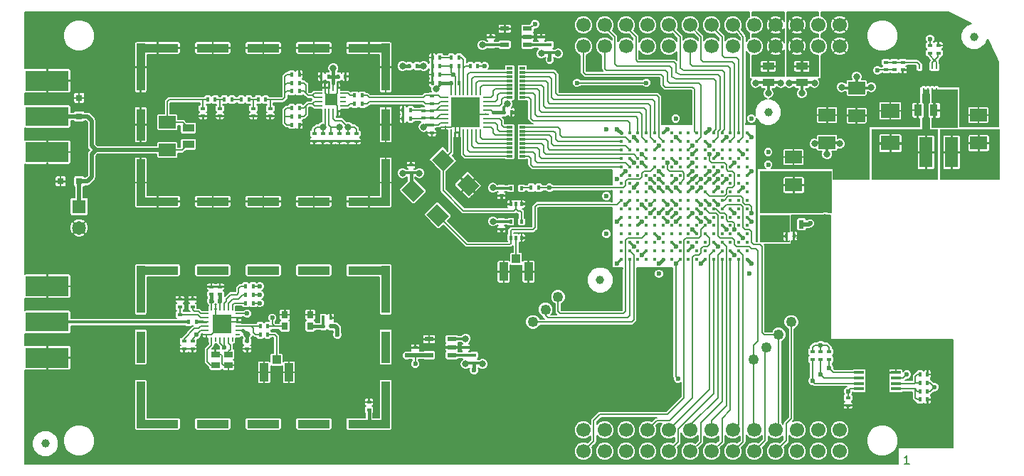
<source format=gtl>
G04 (created by PCBNEW (2013-mar-25)-stable) date Friday, July 17, 2015 01:34:24 PM*
%MOIN*%
G04 Gerber Fmt 3.4, Leading zero omitted, Abs format*
%FSLAX34Y34*%
G01*
G70*
G90*
G04 APERTURE LIST*
%ADD10C,0.006*%
%ADD11C,0.00590551*%
%ADD12R,0.055X0.035*%
%ADD13R,0.015748X0.023622*%
%ADD14R,0.0787402X0.0590551*%
%ADD15R,0.0590551X0.141732*%
%ADD16R,0.0393701X0.0413386*%
%ADD17R,0.0413386X0.0866142*%
%ADD18R,0.0307087X0.034252*%
%ADD19R,0.0409449X0.0307087*%
%ADD20R,0.0275591X0.011811*%
%ADD21C,0.0393701*%
%ADD22R,0.0275591X0.00984252*%
%ADD23R,0.00984252X0.0275591*%
%ADD24R,0.135827X0.135827*%
%ADD25C,0.015748*%
%ADD26R,0.135827X0.0187008*%
%ADD27R,0.135827X0.019685*%
%ADD28R,0.023622X0.0413386*%
%ADD29R,0.0413386X0.023622*%
%ADD30R,0.00984252X0.023622*%
%ADD31R,0.0787402X0.0629921*%
%ADD32R,0.0787402X0.0216535*%
%ADD33R,0.019685X0.00984252*%
%ADD34R,0.00984252X0.019685*%
%ADD35R,0.0905512X0.0905512*%
%ADD36R,0.0905512X0.019685*%
%ADD37R,0.0905512X0.015748*%
%ADD38R,0.0570866X0.0570866*%
%ADD39R,0.0187008X0.0570866*%
%ADD40C,0.0669291*%
%ADD41R,0.035X0.055*%
%ADD42R,0.0452756X0.0177165*%
%ADD43R,0.015748X0.019685*%
%ADD44C,0.023622*%
%ADD45C,0.0492126*%
%ADD46R,0.0314961X0.0314961*%
%ADD47R,0.0649606X0.0649606*%
%ADD48C,0.0649606*%
%ADD49R,0.2X0.0901575*%
%ADD50R,0.2X0.0950787*%
%ADD51R,0.0866142X0.0669291*%
%ADD52R,0.023622X0.015748*%
%ADD53R,0.196063X0.0393701*%
%ADD54R,0.0393701X0.218504*%
%ADD55R,0.149606X0.0393701*%
%ADD56R,0.0393701X0.149606*%
%ADD57C,0.0314961*%
%ADD58C,0.00787402*%
%ADD59C,0.019685*%
%ADD60C,0.015748*%
%ADD61C,0.011811*%
%ADD62C,0.0137795*%
%ADD63C,0.00984252*%
%ADD64C,0.00393701*%
G04 APERTURE END LIST*
G54D10*
G54D11*
X71569Y-49962D02*
X71344Y-49962D01*
X71456Y-49962D02*
X71456Y-49568D01*
X71419Y-49625D01*
X71381Y-49662D01*
X71344Y-49681D01*
G54D12*
X66535Y-32072D03*
X66535Y-31312D03*
G54D13*
X50118Y-32086D03*
X50472Y-32086D03*
X41161Y-43897D03*
X41515Y-43897D03*
G54D14*
X36811Y-35236D03*
X36811Y-33937D03*
G54D13*
X40472Y-41633D03*
X40826Y-41633D03*
G54D15*
X72332Y-35334D03*
X73533Y-35334D03*
G54D16*
X41929Y-45068D03*
G54D17*
X42509Y-45669D03*
X41348Y-45669D03*
G54D18*
X43509Y-42970D03*
X42316Y-42970D03*
X42316Y-43505D03*
X43509Y-43505D03*
G54D19*
X39064Y-45332D03*
X39675Y-45332D03*
X39675Y-44824D03*
X39064Y-44824D03*
G54D20*
X52854Y-34153D03*
X53444Y-34153D03*
X52854Y-34350D03*
X53444Y-34350D03*
X52854Y-34547D03*
X53444Y-34547D03*
X52854Y-34744D03*
X53444Y-34744D03*
X52854Y-34940D03*
X53444Y-34940D03*
X52854Y-35137D03*
X53444Y-35137D03*
X52854Y-35334D03*
X53444Y-35334D03*
X52854Y-35531D03*
X53444Y-35531D03*
X52854Y-31397D03*
X53444Y-31397D03*
X52854Y-31594D03*
X53444Y-31594D03*
X52854Y-31791D03*
X53444Y-31791D03*
X52854Y-31988D03*
X53444Y-31988D03*
X52854Y-32185D03*
X53444Y-32185D03*
X52854Y-32381D03*
X53444Y-32381D03*
X52854Y-32578D03*
X53444Y-32578D03*
X52854Y-32775D03*
X53444Y-32775D03*
G54D21*
X64960Y-33464D03*
X57086Y-41338D03*
G54D22*
X49842Y-32775D03*
X49842Y-32972D03*
X49842Y-33169D03*
X49842Y-33366D03*
X49842Y-33562D03*
X49842Y-33759D03*
X49842Y-33956D03*
X49842Y-34153D03*
G54D23*
X50098Y-34409D03*
X50295Y-34409D03*
X50492Y-34409D03*
X50688Y-34409D03*
X50885Y-34409D03*
X51082Y-34409D03*
X51279Y-34409D03*
X51476Y-34409D03*
G54D22*
X51732Y-34153D03*
X51732Y-33956D03*
X51732Y-33759D03*
X51732Y-33562D03*
X51732Y-33366D03*
X51732Y-33169D03*
X51732Y-32972D03*
X51732Y-32775D03*
G54D23*
X51476Y-32519D03*
X51279Y-32519D03*
X51082Y-32519D03*
X50885Y-32519D03*
X50688Y-32519D03*
X50492Y-32519D03*
X50295Y-32519D03*
X50098Y-32519D03*
G54D24*
X50787Y-33464D03*
G54D25*
X50787Y-33464D03*
X50393Y-33464D03*
X51181Y-33464D03*
X51181Y-33070D03*
X50787Y-33070D03*
X50393Y-33070D03*
X50393Y-33858D03*
X50787Y-33858D03*
X51181Y-33858D03*
G54D26*
X50787Y-34050D03*
G54D27*
X50787Y-33661D03*
X50787Y-33267D03*
G54D26*
X50787Y-32878D03*
G54D28*
X65767Y-38720D03*
X66141Y-38720D03*
X66515Y-38720D03*
X66515Y-37657D03*
X65767Y-37657D03*
G54D29*
X50137Y-44862D03*
X50137Y-44488D03*
X50137Y-44114D03*
X49074Y-44114D03*
X49074Y-44862D03*
X53681Y-30295D03*
X53681Y-29921D03*
X53681Y-29547D03*
X52618Y-29547D03*
X52618Y-30295D03*
G54D25*
X58070Y-40354D03*
X58070Y-39960D03*
X58070Y-39566D03*
X58070Y-39173D03*
X58070Y-38779D03*
X58070Y-38385D03*
X58070Y-37992D03*
X58070Y-37598D03*
X58070Y-37204D03*
X58070Y-36811D03*
X58070Y-36417D03*
X58070Y-36023D03*
X58070Y-35629D03*
X58070Y-35236D03*
X58070Y-34842D03*
X58070Y-34448D03*
X58464Y-40354D03*
X58464Y-39960D03*
X58464Y-39566D03*
X58464Y-39173D03*
X58464Y-38779D03*
X58464Y-38385D03*
X58464Y-37992D03*
X58464Y-37598D03*
X58464Y-37204D03*
X58464Y-36811D03*
X58464Y-36417D03*
X58464Y-36023D03*
X58464Y-35629D03*
X58464Y-35236D03*
X58464Y-34842D03*
X58464Y-34448D03*
X58858Y-40354D03*
X58858Y-39960D03*
X58858Y-39566D03*
X58858Y-39173D03*
X58858Y-38779D03*
X58858Y-38385D03*
X58858Y-37992D03*
X58858Y-37598D03*
X58858Y-37204D03*
X58858Y-36811D03*
X58858Y-36417D03*
X58858Y-36023D03*
X58858Y-35629D03*
X58858Y-35236D03*
X58858Y-34842D03*
X58858Y-34448D03*
X59251Y-40354D03*
X59251Y-39960D03*
X59251Y-39566D03*
X59251Y-39173D03*
X59251Y-38779D03*
X59251Y-38385D03*
X59251Y-37992D03*
X59251Y-37598D03*
X59251Y-37204D03*
X59251Y-36811D03*
X59251Y-36417D03*
X59251Y-36023D03*
X59251Y-35629D03*
X59251Y-35236D03*
X59251Y-34842D03*
X59251Y-34448D03*
X59645Y-40354D03*
X59645Y-39960D03*
X59645Y-39566D03*
X59645Y-39173D03*
X59645Y-38779D03*
X59645Y-38385D03*
X59645Y-37992D03*
X59645Y-37598D03*
X59645Y-37204D03*
X59645Y-36811D03*
X59645Y-36417D03*
X59645Y-36023D03*
X59645Y-35629D03*
X59645Y-35236D03*
X59645Y-34842D03*
X59645Y-34448D03*
X60039Y-40354D03*
X60039Y-39960D03*
X60039Y-39566D03*
X60039Y-39173D03*
X60039Y-38779D03*
X60039Y-38385D03*
X60039Y-37992D03*
X60039Y-37598D03*
X60039Y-37204D03*
X60039Y-36811D03*
X60039Y-36417D03*
X60039Y-36023D03*
X60039Y-35629D03*
X60039Y-35236D03*
X60039Y-34842D03*
X60039Y-34448D03*
X60433Y-40354D03*
X60433Y-39960D03*
X60433Y-39566D03*
X60433Y-39173D03*
X60433Y-38779D03*
X60433Y-38385D03*
X60433Y-37992D03*
X60433Y-37598D03*
X60433Y-37204D03*
X60433Y-36811D03*
X60433Y-36417D03*
X60433Y-36023D03*
X60433Y-35629D03*
X60433Y-35236D03*
X60433Y-34842D03*
X60433Y-34448D03*
X60826Y-40354D03*
X60826Y-39960D03*
X60826Y-39566D03*
X60826Y-39173D03*
X60826Y-38779D03*
X60826Y-38385D03*
X60826Y-37992D03*
X60826Y-37598D03*
X60826Y-37204D03*
X60826Y-36811D03*
X60826Y-36417D03*
X60826Y-36023D03*
X60826Y-35629D03*
X60826Y-35236D03*
X60826Y-34842D03*
X60826Y-34448D03*
X61220Y-40354D03*
X61220Y-39960D03*
X61220Y-39566D03*
X61220Y-39173D03*
X61220Y-38779D03*
X61220Y-38385D03*
X61220Y-37992D03*
X61220Y-37598D03*
X61220Y-37204D03*
X61220Y-36811D03*
X61220Y-36417D03*
X61220Y-36023D03*
X61220Y-35629D03*
X61220Y-35236D03*
X61220Y-34842D03*
X61220Y-34448D03*
X61614Y-40354D03*
X61614Y-39960D03*
X61614Y-39566D03*
X61614Y-39173D03*
X61614Y-38779D03*
X61614Y-38385D03*
X61614Y-37992D03*
X61614Y-37598D03*
X61614Y-37204D03*
X61614Y-36811D03*
X61614Y-36417D03*
X61614Y-36023D03*
X61614Y-35629D03*
X61614Y-35236D03*
X61614Y-34842D03*
X61614Y-34448D03*
X62007Y-40354D03*
X62007Y-39960D03*
X62007Y-39566D03*
X62007Y-39173D03*
X62007Y-38779D03*
X62007Y-38385D03*
X62007Y-37992D03*
X62007Y-37598D03*
X62007Y-37204D03*
X62007Y-36811D03*
X62007Y-36417D03*
X62007Y-36023D03*
X62007Y-35629D03*
X62007Y-35236D03*
X62007Y-34842D03*
X62007Y-34448D03*
X62401Y-40354D03*
X62401Y-39960D03*
X62401Y-39566D03*
X62401Y-39173D03*
X62401Y-38779D03*
X62401Y-38385D03*
X62401Y-37992D03*
X62401Y-37598D03*
X62401Y-37204D03*
X62401Y-36811D03*
X62401Y-36417D03*
X62401Y-36023D03*
X62401Y-35629D03*
X62401Y-35236D03*
X62401Y-34842D03*
X62401Y-34448D03*
X62795Y-40354D03*
X62795Y-39960D03*
X62795Y-39566D03*
X62795Y-39173D03*
X62795Y-38779D03*
X62795Y-38385D03*
X62795Y-37992D03*
X62795Y-37598D03*
X62795Y-37204D03*
X62795Y-36811D03*
X62795Y-36417D03*
X62795Y-36023D03*
X62795Y-35629D03*
X62795Y-35236D03*
X62795Y-34842D03*
X62795Y-34448D03*
X63188Y-40354D03*
X63188Y-39960D03*
X63188Y-39566D03*
X63188Y-39173D03*
X63188Y-38779D03*
X63188Y-38385D03*
X63188Y-37992D03*
X63188Y-37598D03*
X63188Y-37204D03*
X63188Y-36811D03*
X63188Y-36417D03*
X63188Y-36023D03*
X63188Y-35629D03*
X63188Y-35236D03*
X63188Y-34842D03*
X63188Y-34448D03*
X63582Y-40354D03*
X63582Y-39960D03*
X63582Y-39566D03*
X63582Y-39173D03*
X63582Y-38779D03*
X63582Y-38385D03*
X63582Y-37992D03*
X63582Y-37598D03*
X63582Y-37204D03*
X63582Y-36811D03*
X63582Y-36417D03*
X63582Y-36023D03*
X63582Y-35629D03*
X63582Y-35236D03*
X63582Y-34842D03*
X63582Y-34448D03*
X63976Y-40354D03*
X63976Y-39960D03*
X63976Y-39566D03*
X63976Y-39173D03*
X63976Y-38779D03*
X63976Y-38385D03*
X63976Y-37992D03*
X63976Y-37598D03*
X63976Y-37204D03*
X63976Y-36811D03*
X63976Y-36417D03*
X63976Y-36023D03*
X63976Y-35629D03*
X63976Y-35236D03*
X63976Y-34842D03*
X63976Y-34448D03*
G54D30*
X72047Y-31338D03*
X72244Y-31338D03*
X72440Y-31338D03*
X72637Y-31338D03*
X72834Y-31338D03*
X72637Y-32440D03*
X72834Y-32440D03*
X72440Y-32440D03*
X72244Y-32440D03*
X72047Y-32440D03*
G54D31*
X72440Y-31889D03*
G54D25*
X72440Y-31889D03*
X72677Y-31889D03*
X72204Y-31889D03*
G54D32*
X72440Y-31683D03*
X72440Y-32096D03*
G54D33*
X38641Y-42913D03*
X38641Y-43110D03*
X38641Y-43307D03*
X38641Y-43503D03*
X38641Y-43700D03*
X38641Y-43897D03*
G54D34*
X38877Y-44133D03*
X39074Y-44133D03*
X39271Y-44133D03*
X39468Y-44133D03*
X39665Y-44133D03*
X39862Y-44133D03*
G54D33*
X40098Y-43897D03*
X40098Y-43700D03*
X40098Y-43503D03*
X40098Y-43307D03*
X40098Y-43110D03*
X40098Y-42913D03*
G54D34*
X39862Y-42677D03*
X39665Y-42677D03*
X39468Y-42677D03*
X39271Y-42677D03*
X39074Y-42677D03*
X38877Y-42677D03*
G54D35*
X39370Y-43405D03*
G54D25*
X39173Y-43208D03*
X39566Y-43208D03*
X39173Y-43602D03*
X39566Y-43602D03*
G54D36*
X39370Y-43405D03*
G54D37*
X39370Y-43031D03*
X39370Y-43779D03*
G54D23*
X44192Y-33425D03*
X44389Y-33425D03*
X44586Y-33425D03*
X44783Y-33425D03*
G54D22*
X45039Y-33169D03*
X45039Y-32972D03*
X45039Y-32775D03*
X45039Y-32578D03*
G54D23*
X44783Y-32322D03*
X44586Y-32322D03*
X44389Y-32322D03*
X44192Y-32322D03*
G54D22*
X43937Y-32578D03*
X43937Y-32775D03*
X43937Y-32972D03*
X43937Y-33169D03*
G54D38*
X44488Y-32874D03*
G54D25*
X44488Y-32726D03*
X44488Y-33021D03*
G54D39*
X44296Y-32874D03*
X44680Y-32874D03*
G54D40*
X68305Y-48370D03*
X68305Y-49370D03*
X67305Y-48370D03*
X67305Y-49370D03*
X66305Y-48370D03*
X66305Y-49370D03*
X65305Y-48370D03*
X65305Y-49370D03*
X64305Y-48370D03*
X64305Y-49370D03*
X63305Y-48370D03*
X63305Y-49370D03*
X62305Y-48370D03*
X62305Y-49370D03*
X61305Y-48370D03*
X61305Y-49370D03*
X60305Y-48370D03*
X60305Y-49370D03*
X59305Y-48370D03*
X59305Y-49370D03*
X58305Y-48370D03*
X58305Y-49370D03*
X57305Y-48370D03*
X57305Y-49370D03*
X56305Y-48370D03*
X56305Y-49370D03*
X68305Y-29370D03*
X68305Y-30370D03*
X67305Y-29370D03*
X67305Y-30370D03*
X66305Y-29370D03*
X66305Y-30370D03*
X65305Y-29370D03*
X65305Y-30370D03*
X64305Y-29370D03*
X64305Y-30370D03*
X63305Y-29370D03*
X63305Y-30370D03*
X62305Y-29370D03*
X62305Y-30370D03*
X61305Y-29370D03*
X61305Y-30370D03*
X60305Y-29370D03*
X60305Y-30370D03*
X59305Y-29370D03*
X59305Y-30370D03*
X58305Y-29370D03*
X58305Y-30370D03*
X57305Y-29370D03*
X57305Y-30370D03*
X56305Y-29370D03*
X56305Y-30370D03*
G54D41*
X72722Y-33366D03*
X71962Y-33366D03*
G54D14*
X69094Y-32322D03*
X69094Y-33622D03*
X66141Y-36870D03*
X66141Y-35570D03*
X67716Y-34901D03*
X67716Y-33602D03*
X74803Y-34901D03*
X74803Y-33602D03*
G54D42*
X70935Y-46446D03*
X70935Y-46190D03*
X70935Y-45935D03*
X70935Y-45679D03*
X69222Y-45679D03*
X69222Y-45935D03*
X69222Y-46190D03*
X69222Y-46446D03*
G54D43*
X52893Y-37775D03*
X53149Y-37775D03*
X53405Y-37775D03*
X53405Y-37027D03*
X52893Y-37027D03*
G54D21*
X31102Y-49015D03*
G54D12*
X64960Y-31312D03*
X64960Y-32072D03*
G54D44*
X60236Y-35826D03*
G54D45*
X65452Y-43897D03*
X64271Y-45078D03*
X64862Y-44488D03*
X66043Y-43307D03*
G54D12*
X37795Y-34966D03*
X37795Y-34206D03*
G54D46*
X32677Y-32795D03*
X32677Y-33661D03*
G54D47*
X32677Y-37885D03*
G54D48*
X32677Y-38885D03*
G54D44*
X54724Y-37007D03*
X41732Y-43110D03*
G54D45*
X55118Y-42125D03*
X54527Y-42716D03*
X53937Y-43307D03*
G54D44*
X48425Y-45275D03*
X51673Y-31299D03*
X67322Y-37007D03*
X75492Y-36023D03*
G54D49*
X31185Y-43307D03*
G54D50*
X31185Y-44982D03*
G54D25*
X30889Y-44687D03*
X30889Y-44982D03*
X30889Y-45277D03*
X31185Y-44687D03*
X31185Y-44982D03*
X31185Y-45277D03*
X31480Y-44687D03*
X31480Y-44982D03*
X31480Y-45277D03*
G54D50*
X31185Y-41631D03*
G54D25*
X30889Y-41927D03*
X30889Y-41631D03*
X30889Y-41336D03*
X31185Y-41927D03*
X31185Y-41631D03*
X31185Y-41336D03*
X31480Y-41927D03*
X31480Y-41631D03*
X31480Y-41336D03*
G54D49*
X31185Y-33661D03*
G54D50*
X31185Y-35336D03*
G54D25*
X30889Y-35041D03*
X30889Y-35336D03*
X30889Y-35631D03*
X31185Y-35041D03*
X31185Y-35336D03*
X31185Y-35631D03*
X31480Y-35041D03*
X31480Y-35336D03*
X31480Y-35631D03*
G54D50*
X31185Y-31986D03*
G54D25*
X30889Y-32281D03*
X30889Y-31986D03*
X30889Y-31690D03*
X31185Y-32281D03*
X31185Y-31986D03*
X31185Y-31690D03*
X31480Y-32281D03*
X31480Y-31986D03*
X31480Y-31690D03*
G54D51*
X70669Y-34913D03*
X70669Y-33393D03*
G54D52*
X51181Y-44862D03*
X51181Y-45216D03*
X54724Y-30295D03*
X54724Y-30649D03*
G54D13*
X72066Y-46948D03*
X72421Y-46948D03*
X72066Y-45767D03*
X72421Y-45767D03*
X49586Y-30905D03*
X49232Y-30905D03*
X50472Y-30905D03*
X50118Y-30905D03*
X51358Y-31299D03*
X51003Y-31299D03*
X50118Y-31299D03*
X50472Y-31299D03*
G54D52*
X70472Y-31476D03*
X70472Y-31122D03*
G54D13*
X49586Y-31299D03*
X49232Y-31299D03*
X49586Y-31692D03*
X49232Y-31692D03*
G54D52*
X50787Y-44862D03*
X50787Y-44507D03*
X48425Y-44862D03*
X48425Y-44507D03*
X54330Y-30295D03*
X54330Y-29940D03*
X51968Y-30295D03*
X51968Y-29940D03*
X71259Y-31122D03*
X71259Y-31476D03*
X68700Y-47224D03*
X68700Y-46870D03*
X70866Y-31476D03*
X70866Y-31122D03*
X72539Y-30334D03*
X72539Y-30688D03*
G54D13*
X42992Y-34055D03*
X42637Y-34055D03*
X42637Y-31692D03*
X42992Y-31692D03*
X65807Y-39271D03*
X66161Y-39271D03*
X53858Y-37007D03*
X54212Y-37007D03*
X48503Y-31299D03*
X48149Y-31299D03*
G54D52*
X48818Y-33385D03*
X48818Y-33740D03*
G54D13*
X47854Y-33366D03*
X48208Y-33366D03*
X47854Y-33759D03*
X48208Y-33759D03*
G54D52*
X72933Y-30688D03*
X72933Y-30334D03*
X44881Y-34468D03*
X44881Y-34822D03*
G54D13*
X42637Y-32480D03*
X42992Y-32480D03*
X42637Y-33267D03*
X42992Y-33267D03*
G54D52*
X46259Y-47066D03*
X46259Y-47421D03*
G54D13*
X44114Y-43503D03*
X44468Y-43503D03*
G54D52*
X67027Y-44704D03*
X67027Y-45059D03*
X67814Y-44704D03*
X67814Y-45059D03*
X67421Y-44704D03*
X67421Y-45059D03*
G54D13*
X72421Y-46555D03*
X72066Y-46555D03*
X72421Y-46161D03*
X72066Y-46161D03*
G54D52*
X45275Y-34822D03*
X45275Y-34468D03*
G54D13*
X44803Y-31791D03*
X45157Y-31791D03*
X44370Y-31791D03*
X44015Y-31791D03*
G54D52*
X43700Y-34822D03*
X43700Y-34468D03*
X44094Y-34822D03*
X44094Y-34468D03*
X45669Y-34822D03*
X45669Y-34468D03*
X52460Y-37027D03*
X52460Y-37381D03*
G54D13*
X42637Y-32086D03*
X42992Y-32086D03*
X42637Y-33661D03*
X42992Y-33661D03*
X52578Y-33464D03*
X52933Y-33464D03*
G54D52*
X49212Y-34429D03*
X49212Y-34074D03*
G54D13*
X49232Y-32086D03*
X49586Y-32086D03*
G54D52*
X49212Y-33385D03*
X49212Y-33740D03*
G54D13*
X41161Y-43503D03*
X41515Y-43503D03*
G54D52*
X37992Y-42244D03*
X37992Y-42598D03*
X40551Y-44212D03*
X40551Y-44566D03*
X38877Y-41653D03*
X38877Y-42007D03*
X39271Y-41653D03*
X39271Y-42007D03*
X37992Y-44212D03*
X37992Y-44566D03*
G54D13*
X44114Y-43110D03*
X44468Y-43110D03*
X40472Y-42027D03*
X40826Y-42027D03*
X40472Y-42421D03*
X40826Y-42421D03*
X38700Y-32874D03*
X39055Y-32874D03*
X39488Y-32874D03*
X39842Y-32874D03*
X40275Y-32874D03*
X40629Y-32874D03*
X41062Y-32874D03*
X41417Y-32874D03*
G54D52*
X37401Y-43307D03*
X37401Y-42952D03*
X44488Y-34468D03*
X44488Y-34822D03*
G54D13*
X45590Y-33070D03*
X45944Y-33070D03*
X45590Y-32677D03*
X45944Y-32677D03*
G54D52*
X49212Y-32696D03*
X49212Y-33051D03*
X37598Y-44212D03*
X37598Y-44566D03*
X37401Y-42244D03*
X37401Y-42598D03*
X38484Y-33287D03*
X38484Y-33641D03*
X39271Y-33287D03*
X39271Y-33641D03*
X40846Y-33287D03*
X40846Y-33641D03*
X41633Y-33287D03*
X41633Y-33641D03*
G54D13*
X37814Y-43307D03*
X38169Y-43307D03*
G54D52*
X48228Y-36299D03*
X48228Y-35944D03*
G54D16*
X53149Y-40344D03*
G54D17*
X53730Y-40944D03*
X52568Y-40944D03*
G54D52*
X52460Y-38602D03*
X52460Y-38956D03*
G54D43*
X52893Y-39350D03*
X53149Y-39350D03*
X53405Y-39350D03*
X53405Y-38602D03*
X52893Y-38602D03*
G54D10*
G36*
X50012Y-38327D02*
X49511Y-38828D01*
X48954Y-38271D01*
X49455Y-37770D01*
X50012Y-38327D01*
X50012Y-38327D01*
G37*
G36*
X51426Y-36913D02*
X50925Y-37414D01*
X50369Y-36857D01*
X50870Y-36356D01*
X51426Y-36913D01*
X51426Y-36913D01*
G37*
G36*
X50257Y-35743D02*
X49756Y-36245D01*
X49199Y-35688D01*
X49700Y-35187D01*
X50257Y-35743D01*
X50257Y-35743D01*
G37*
G36*
X48843Y-37158D02*
X48342Y-37659D01*
X47785Y-37102D01*
X48286Y-36601D01*
X48843Y-37158D01*
X48843Y-37158D01*
G37*
G54D21*
X74606Y-29921D03*
G54D53*
X46263Y-37657D03*
G54D54*
X47047Y-36761D03*
G54D55*
X43669Y-37657D03*
X41307Y-37657D03*
X38944Y-37657D03*
G54D53*
X36350Y-37657D03*
G54D54*
X35566Y-36761D03*
G54D56*
X35566Y-34055D03*
G54D54*
X35566Y-31348D03*
G54D53*
X36350Y-30452D03*
G54D55*
X38944Y-30452D03*
X41307Y-30452D03*
G54D56*
X47047Y-34055D03*
G54D54*
X47047Y-31348D03*
G54D53*
X46263Y-30452D03*
G54D55*
X43669Y-30452D03*
G54D53*
X46263Y-48090D03*
G54D54*
X47047Y-47194D03*
G54D55*
X43669Y-48090D03*
X41307Y-48090D03*
X38944Y-48090D03*
G54D53*
X36350Y-48090D03*
G54D54*
X35566Y-47194D03*
G54D56*
X35566Y-44488D03*
G54D54*
X35566Y-41781D03*
G54D53*
X36350Y-40885D03*
G54D55*
X38944Y-40885D03*
X41307Y-40885D03*
G54D56*
X47047Y-44488D03*
G54D54*
X47047Y-41781D03*
G54D53*
X46263Y-40885D03*
G54D55*
X43669Y-40885D03*
G54D46*
X31811Y-36712D03*
X32677Y-36712D03*
G54D57*
X47834Y-31299D03*
X44586Y-31397D03*
X44094Y-34153D03*
X45275Y-34153D03*
G54D44*
X50196Y-31692D03*
G54D57*
X44881Y-34153D03*
G54D44*
X67421Y-45767D03*
X56003Y-32086D03*
X59251Y-32086D03*
X67814Y-45472D03*
X61811Y-36614D03*
X61417Y-35039D03*
X62204Y-35433D03*
X64173Y-38188D03*
X63385Y-38976D03*
G54D57*
X75196Y-35826D03*
G54D44*
X61811Y-37007D03*
X70078Y-31496D03*
G54D57*
X67125Y-34940D03*
X68307Y-34940D03*
X67716Y-35433D03*
G54D44*
X57874Y-36614D03*
X64960Y-35334D03*
X60629Y-37007D03*
X59842Y-38188D03*
X60629Y-38188D03*
G54D57*
X74803Y-35826D03*
X75196Y-36220D03*
X74803Y-36220D03*
X74409Y-35826D03*
X74409Y-36220D03*
G54D44*
X61417Y-38188D03*
X62204Y-37795D03*
X59842Y-36220D03*
X59448Y-36614D03*
X59842Y-37007D03*
G54D57*
X66141Y-37598D03*
X67027Y-37696D03*
X67716Y-37401D03*
G54D44*
X60629Y-36614D03*
X60629Y-37795D03*
X62204Y-36614D03*
G54D57*
X65255Y-37401D03*
X64763Y-37795D03*
G54D44*
X61417Y-36614D03*
X60236Y-37795D03*
G54D57*
X68405Y-32283D03*
X69783Y-32283D03*
X69094Y-31791D03*
G54D44*
X58661Y-37007D03*
X58661Y-35826D03*
X59842Y-39370D03*
X63779Y-35433D03*
X63779Y-39370D03*
X58661Y-39763D03*
X72736Y-46358D03*
X71456Y-45767D03*
X68700Y-46555D03*
X67421Y-44389D03*
X57381Y-37401D03*
X57381Y-39173D03*
X59842Y-41043D03*
X64074Y-41043D03*
X64960Y-35925D03*
X64173Y-33759D03*
X60629Y-33759D03*
X57381Y-34251D03*
X57874Y-34251D03*
X60629Y-34645D03*
X62204Y-34251D03*
X59842Y-35039D03*
X59055Y-37795D03*
X59842Y-40551D03*
X64173Y-40551D03*
X62598Y-39763D03*
X61417Y-39763D03*
X63385Y-38188D03*
X62204Y-35039D03*
X62598Y-35433D03*
X61417Y-35826D03*
X64173Y-36220D03*
X62598Y-36220D03*
X62598Y-36614D03*
X62992Y-36614D03*
X62598Y-37007D03*
X57874Y-38582D03*
X62204Y-38582D03*
X59448Y-38188D03*
G54D57*
X48818Y-31299D03*
X52755Y-33070D03*
X49409Y-32381D03*
X48818Y-34153D03*
X52066Y-38582D03*
X52066Y-37007D03*
X47834Y-36318D03*
X48622Y-36318D03*
X51574Y-30314D03*
G54D44*
X48031Y-44881D03*
X44783Y-43897D03*
X39468Y-44488D03*
X38188Y-43897D03*
G54D57*
X40551Y-43897D03*
G54D44*
X40551Y-42913D03*
X38877Y-42322D03*
X39271Y-42322D03*
G54D57*
X66732Y-30826D03*
X67125Y-31299D03*
X65984Y-31299D03*
X64763Y-30807D03*
X65551Y-31299D03*
X64370Y-31299D03*
G54D44*
X54035Y-29330D03*
G54D57*
X54330Y-30708D03*
X55118Y-30708D03*
G54D44*
X54724Y-31003D03*
G54D57*
X50787Y-45275D03*
X51574Y-45275D03*
G54D44*
X51181Y-45570D03*
G54D57*
X67125Y-32086D03*
X66535Y-32578D03*
X64370Y-32086D03*
X64960Y-32578D03*
X65944Y-32086D03*
X65551Y-32086D03*
G54D44*
X66929Y-38681D03*
G54D57*
X50787Y-44094D03*
X73523Y-33366D03*
X73523Y-33759D03*
X73129Y-33366D03*
X73523Y-32972D03*
X73129Y-33759D03*
X73129Y-32972D03*
X65354Y-38681D03*
X64763Y-39271D03*
X65354Y-39271D03*
X64763Y-38681D03*
G54D44*
X72539Y-30019D03*
X60629Y-40551D03*
X60728Y-45964D03*
X67027Y-46062D03*
X41141Y-41633D03*
X41141Y-42421D03*
G54D57*
X47047Y-35236D03*
X44881Y-37696D03*
X42519Y-37696D03*
X40157Y-37696D03*
X37795Y-37696D03*
X44881Y-30413D03*
X42519Y-30413D03*
X40157Y-30413D03*
X37795Y-30413D03*
X35531Y-32874D03*
X53248Y-33464D03*
X49606Y-34448D03*
X47834Y-35925D03*
X48622Y-35925D03*
X52460Y-39271D03*
X52460Y-37696D03*
X53740Y-39370D03*
X53740Y-37795D03*
X51377Y-37401D03*
X51377Y-36417D03*
X53149Y-29921D03*
X53149Y-30314D03*
X53149Y-29527D03*
X49606Y-44488D03*
X49606Y-44881D03*
X49606Y-44094D03*
X71850Y-29527D03*
X48228Y-29527D03*
X44291Y-29527D03*
X40354Y-29527D03*
X36417Y-29527D03*
X38385Y-29527D03*
X42322Y-29527D03*
X46259Y-29527D03*
X50196Y-29527D03*
X34448Y-29527D03*
X36417Y-29527D03*
X73326Y-46751D03*
X71358Y-48720D03*
X70374Y-47244D03*
X72834Y-44783D03*
X70866Y-44783D03*
X68897Y-44783D03*
X72834Y-48720D03*
X66929Y-47244D03*
X54133Y-49212D03*
X50196Y-49212D03*
X44291Y-49212D03*
X40354Y-49212D03*
X38385Y-49212D03*
X36417Y-49212D03*
X33464Y-47244D03*
X31496Y-47244D03*
X34448Y-49212D03*
X42322Y-49212D03*
X46259Y-49212D03*
X48228Y-49212D03*
X52165Y-49212D03*
X56102Y-47244D03*
G54D44*
X61417Y-37007D03*
G54D57*
X36122Y-43700D03*
X36909Y-43700D03*
X36122Y-42913D03*
X36909Y-42913D03*
G54D44*
X39074Y-44488D03*
G54D57*
X67618Y-38385D03*
X67618Y-38877D03*
X66437Y-39370D03*
X67618Y-39370D03*
X67027Y-39370D03*
G54D44*
X63385Y-40157D03*
X58661Y-34645D03*
X60629Y-35826D03*
X64173Y-34645D03*
X62992Y-34645D03*
X58267Y-36220D03*
X61417Y-36220D03*
X61417Y-35433D03*
X60236Y-37007D03*
X59055Y-40157D03*
X61811Y-40551D03*
X59448Y-37007D03*
X64173Y-38582D03*
X57874Y-40551D03*
X60629Y-39763D03*
X61811Y-37795D03*
X62598Y-37795D03*
G54D57*
X34251Y-42913D03*
X32677Y-42913D03*
X33464Y-42913D03*
X35039Y-42913D03*
X32677Y-43700D03*
X34251Y-43700D03*
X35039Y-43700D03*
X33464Y-43700D03*
X73228Y-31889D03*
X71653Y-31889D03*
X73228Y-31496D03*
X71653Y-31496D03*
X71653Y-32283D03*
X46259Y-46653D03*
G54D44*
X58267Y-37795D03*
X60236Y-34251D03*
X59055Y-35826D03*
X63385Y-35826D03*
X62204Y-36220D03*
X63779Y-37007D03*
X61417Y-38976D03*
X62992Y-38976D03*
X59055Y-38582D03*
X60629Y-38582D03*
X61811Y-38582D03*
X61811Y-38188D03*
X60236Y-38582D03*
X60236Y-38188D03*
X59842Y-36614D03*
X41141Y-42027D03*
X59055Y-35433D03*
X59448Y-37795D03*
G54D58*
X52854Y-35531D02*
X50787Y-35531D01*
X50688Y-35433D02*
X50787Y-35531D01*
X50688Y-35433D02*
X50688Y-34409D01*
X52854Y-35334D02*
X50984Y-35334D01*
X50885Y-35236D02*
X50885Y-34409D01*
X50984Y-35334D02*
X50885Y-35236D01*
X52854Y-32381D02*
X52165Y-32381D01*
X51968Y-32775D02*
X52066Y-32677D01*
X52066Y-32677D02*
X52066Y-32480D01*
X52066Y-32480D02*
X52165Y-32381D01*
X51968Y-32775D02*
X51732Y-32775D01*
X51476Y-32519D02*
X51476Y-32283D01*
X51574Y-32185D02*
X52854Y-32185D01*
X51476Y-32283D02*
X51574Y-32185D01*
X51279Y-32519D02*
X51279Y-32086D01*
X51377Y-31988D02*
X52854Y-31988D01*
X51279Y-32086D02*
X51377Y-31988D01*
X51082Y-32519D02*
X51082Y-31889D01*
X51181Y-31791D02*
X52854Y-31791D01*
X51082Y-31889D02*
X51181Y-31791D01*
X52854Y-35137D02*
X51181Y-35137D01*
X51082Y-35039D02*
X51082Y-34409D01*
X51181Y-35137D02*
X51082Y-35039D01*
X52854Y-34940D02*
X51377Y-34940D01*
X51279Y-34842D02*
X51279Y-34409D01*
X51377Y-34940D02*
X51279Y-34842D01*
X52854Y-34744D02*
X51574Y-34744D01*
X51476Y-34645D02*
X51574Y-34744D01*
X51476Y-34645D02*
X51476Y-34409D01*
X51732Y-34153D02*
X51968Y-34153D01*
X52165Y-34547D02*
X52854Y-34547D01*
X52066Y-34448D02*
X52165Y-34547D01*
X52066Y-34251D02*
X52066Y-34448D01*
X51968Y-34153D02*
X52066Y-34251D01*
X51732Y-33956D02*
X52165Y-33956D01*
X52362Y-34350D02*
X52854Y-34350D01*
X52263Y-34251D02*
X52362Y-34350D01*
X52263Y-34055D02*
X52263Y-34251D01*
X52165Y-33956D02*
X52263Y-34055D01*
X51732Y-33759D02*
X52362Y-33759D01*
X52559Y-34153D02*
X52854Y-34153D01*
X52460Y-34055D02*
X52559Y-34153D01*
X52460Y-33858D02*
X52460Y-34055D01*
X52362Y-33759D02*
X52460Y-33858D01*
X52460Y-33070D02*
X52460Y-32874D01*
X52362Y-33169D02*
X52460Y-33070D01*
X51732Y-33169D02*
X52362Y-33169D01*
X52559Y-32775D02*
X52854Y-32775D01*
X52460Y-32874D02*
X52559Y-32775D01*
X52854Y-32578D02*
X52362Y-32578D01*
X52165Y-32972D02*
X52263Y-32874D01*
X52263Y-32874D02*
X52263Y-32677D01*
X52263Y-32677D02*
X52362Y-32578D01*
X52165Y-32972D02*
X51732Y-32972D01*
X50885Y-32519D02*
X50885Y-31692D01*
X50984Y-31594D02*
X52854Y-31594D01*
X50885Y-31692D02*
X50984Y-31594D01*
X46259Y-32775D02*
X48818Y-32775D01*
X48818Y-32775D02*
X48917Y-32677D01*
X49507Y-32677D02*
X49606Y-32775D01*
X49192Y-32677D02*
X49507Y-32677D01*
X48917Y-32677D02*
X49192Y-32677D01*
X49842Y-32775D02*
X49606Y-32775D01*
X46161Y-32677D02*
X46259Y-32775D01*
X46161Y-32677D02*
X45944Y-32677D01*
X46259Y-32972D02*
X48818Y-32972D01*
X48917Y-33070D02*
X49192Y-33070D01*
X49192Y-33070D02*
X49507Y-33070D01*
X49507Y-33070D02*
X49606Y-32972D01*
X49842Y-32972D02*
X49606Y-32972D01*
X48818Y-32972D02*
X48917Y-33070D01*
X46161Y-33070D02*
X46259Y-32972D01*
X46161Y-33070D02*
X45944Y-33070D01*
G54D59*
X32677Y-36712D02*
X33070Y-36712D01*
X33267Y-36515D02*
X33267Y-35433D01*
X33267Y-35433D02*
X33464Y-35236D01*
X33070Y-36712D02*
X33267Y-36515D01*
X32677Y-37885D02*
X32677Y-36712D01*
G54D58*
X37795Y-34966D02*
X37769Y-34966D01*
X37500Y-35236D02*
X36811Y-35236D01*
X37769Y-34966D02*
X37500Y-35236D01*
G54D59*
X33464Y-35236D02*
X33267Y-35039D01*
X33267Y-35039D02*
X33267Y-33858D01*
X33070Y-33661D02*
X32677Y-33661D01*
X33267Y-33858D02*
X33070Y-33661D01*
X31185Y-33661D02*
X32677Y-33661D01*
X33464Y-35236D02*
X36811Y-35236D01*
G54D58*
X53405Y-38602D02*
X53405Y-38149D01*
X53405Y-38149D02*
X53346Y-38090D01*
X53346Y-38090D02*
X53248Y-38090D01*
X53248Y-38090D02*
X53149Y-37992D01*
X53149Y-37775D02*
X53149Y-37992D01*
X53149Y-37992D02*
X53051Y-38090D01*
X53051Y-38090D02*
X50688Y-38090D01*
X50688Y-38090D02*
X49728Y-37130D01*
X49728Y-37130D02*
X49728Y-35716D01*
X50098Y-34409D02*
X50098Y-35346D01*
X50098Y-35346D02*
X49728Y-35716D01*
X53149Y-39350D02*
X53149Y-40344D01*
X43602Y-32677D02*
X43405Y-32677D01*
X43405Y-32677D02*
X43307Y-32578D01*
X43602Y-32677D02*
X43700Y-32775D01*
X43700Y-32775D02*
X43937Y-32775D01*
X43700Y-32578D02*
X43937Y-32578D01*
X43602Y-32677D02*
X43700Y-32578D01*
X43307Y-32578D02*
X43307Y-32185D01*
X43208Y-32086D02*
X42991Y-32086D01*
X43307Y-32185D02*
X43208Y-32086D01*
X43307Y-32578D02*
X43208Y-32480D01*
X43208Y-32480D02*
X42991Y-32480D01*
X43602Y-33070D02*
X43405Y-33070D01*
X43405Y-33070D02*
X43307Y-33169D01*
X43307Y-33169D02*
X43307Y-33562D01*
X43307Y-33562D02*
X43208Y-33661D01*
X43208Y-33661D02*
X42991Y-33661D01*
X43602Y-33070D02*
X43700Y-33169D01*
X43700Y-33169D02*
X43937Y-33169D01*
X42991Y-33267D02*
X43208Y-33267D01*
X43307Y-33169D02*
X43208Y-33267D01*
X43700Y-32972D02*
X43937Y-32972D01*
X43602Y-33070D02*
X43700Y-32972D01*
X53858Y-37007D02*
X53425Y-37007D01*
X53425Y-37007D02*
X53405Y-37027D01*
X38484Y-32874D02*
X36909Y-32874D01*
X36811Y-32972D02*
X36811Y-33937D01*
X36909Y-32874D02*
X36811Y-32972D01*
X36811Y-33937D02*
X37525Y-33937D01*
X37525Y-33937D02*
X37795Y-34206D01*
X38484Y-33287D02*
X38484Y-32874D01*
X38484Y-32874D02*
X38700Y-32874D01*
X39271Y-33287D02*
X39271Y-32874D01*
X39054Y-32874D02*
X39271Y-32874D01*
X39271Y-32874D02*
X39488Y-32874D01*
X39842Y-32874D02*
X40275Y-32874D01*
X40846Y-33287D02*
X40846Y-32874D01*
X40629Y-32874D02*
X40846Y-32874D01*
X40846Y-32874D02*
X41063Y-32874D01*
X50118Y-30905D02*
X49586Y-30905D01*
X51003Y-31299D02*
X50787Y-31299D01*
X50787Y-31299D02*
X50688Y-31397D01*
X50688Y-31003D02*
X50590Y-30905D01*
X50590Y-30905D02*
X50472Y-30905D01*
X50688Y-32519D02*
X50688Y-31397D01*
X50688Y-31397D02*
X50688Y-31003D01*
X45039Y-32578D02*
X45275Y-32578D01*
X45374Y-32677D02*
X45590Y-32677D01*
X45275Y-32578D02*
X45374Y-32677D01*
X45039Y-33169D02*
X45275Y-33169D01*
X45374Y-33070D02*
X45590Y-33070D01*
X45275Y-33169D02*
X45374Y-33070D01*
X48818Y-33385D02*
X49212Y-33385D01*
X48208Y-33366D02*
X48799Y-33366D01*
X48799Y-33366D02*
X48818Y-33385D01*
X49842Y-33169D02*
X49606Y-33169D01*
X49606Y-33169D02*
X49409Y-33366D01*
X49842Y-33366D02*
X49409Y-33366D01*
X49409Y-33366D02*
X49232Y-33366D01*
X49232Y-33366D02*
X49212Y-33385D01*
X48818Y-33739D02*
X49212Y-33739D01*
X48208Y-33759D02*
X48799Y-33759D01*
X48799Y-33759D02*
X48818Y-33739D01*
X49842Y-33562D02*
X49606Y-33562D01*
X49606Y-33562D02*
X49409Y-33759D01*
X49842Y-33759D02*
X49409Y-33759D01*
X49409Y-33759D02*
X49232Y-33759D01*
X49232Y-33759D02*
X49212Y-33739D01*
X41633Y-33287D02*
X41633Y-32874D01*
X42322Y-32185D02*
X42322Y-31791D01*
X42421Y-31692D02*
X42637Y-31692D01*
X42322Y-31791D02*
X42421Y-31692D01*
X42322Y-32578D02*
X42322Y-32185D01*
X42421Y-32086D02*
X42637Y-32086D01*
X42322Y-32185D02*
X42421Y-32086D01*
X41417Y-32874D02*
X41633Y-32874D01*
X41633Y-32874D02*
X42224Y-32874D01*
X42421Y-32480D02*
X42637Y-32480D01*
X42322Y-32578D02*
X42421Y-32480D01*
X42322Y-32775D02*
X42322Y-32578D01*
X42224Y-32874D02*
X42322Y-32775D01*
X42322Y-33661D02*
X42322Y-33956D01*
X42421Y-34055D02*
X42637Y-34055D01*
X42322Y-33956D02*
X42421Y-34055D01*
X42637Y-33661D02*
X42322Y-33661D01*
X42421Y-33267D02*
X42637Y-33267D01*
X42322Y-33366D02*
X42421Y-33267D01*
X42322Y-33661D02*
X42322Y-33366D01*
X50472Y-31299D02*
X50472Y-32086D01*
X50492Y-32519D02*
X50492Y-32106D01*
X50492Y-32106D02*
X50472Y-32086D01*
G54D60*
X48149Y-31299D02*
X47834Y-31299D01*
G54D58*
X44586Y-32322D02*
X44586Y-32086D01*
G54D60*
X44586Y-31791D02*
X44586Y-32086D01*
X44586Y-31791D02*
X44586Y-31397D01*
X44803Y-31791D02*
X44586Y-31791D01*
X44586Y-31791D02*
X44370Y-31791D01*
G54D58*
X44094Y-34468D02*
X44094Y-34153D01*
X45275Y-34153D02*
X45570Y-34153D01*
X45570Y-34153D02*
X45669Y-34251D01*
X45669Y-34251D02*
X45669Y-34468D01*
X45275Y-34468D02*
X45275Y-34153D01*
X44980Y-33858D02*
X45275Y-34153D01*
X44586Y-33759D02*
X44685Y-33858D01*
X44586Y-33759D02*
X44586Y-33425D01*
X44685Y-33858D02*
X44980Y-33858D01*
X44094Y-34153D02*
X43799Y-34153D01*
X43700Y-34251D02*
X43700Y-34468D01*
X43799Y-34153D02*
X43700Y-34251D01*
X44192Y-33425D02*
X44192Y-34055D01*
X44192Y-34055D02*
X44094Y-34153D01*
X44881Y-34153D02*
X44488Y-34153D01*
X49586Y-31299D02*
X50118Y-31299D01*
X50118Y-31299D02*
X50118Y-31614D01*
X50118Y-31614D02*
X50196Y-31692D01*
X50295Y-31791D02*
X50295Y-32519D01*
X50295Y-31791D02*
X50196Y-31692D01*
X49586Y-31692D02*
X50196Y-31692D01*
X44881Y-34468D02*
X44881Y-34153D01*
X44488Y-34153D02*
X44488Y-34468D01*
X44389Y-33425D02*
X44389Y-34055D01*
X44389Y-34055D02*
X44488Y-34153D01*
G54D61*
X54330Y-30295D02*
X54724Y-30295D01*
X53681Y-30295D02*
X54330Y-30295D01*
G54D58*
X62795Y-31496D02*
X62893Y-31594D01*
X60305Y-29399D02*
X60826Y-29921D01*
X60826Y-29921D02*
X60826Y-31397D01*
X60826Y-31397D02*
X61023Y-31496D01*
X61023Y-31496D02*
X62795Y-31496D01*
X60305Y-29370D02*
X60305Y-29399D01*
X62893Y-31594D02*
X62893Y-33956D01*
G54D11*
X62795Y-34448D02*
X62795Y-34350D01*
X62893Y-34251D02*
X62893Y-33956D01*
X62795Y-34350D02*
X62893Y-34251D01*
G54D58*
X61305Y-30370D02*
X61305Y-31187D01*
G54D11*
X63188Y-33956D02*
X63188Y-34448D01*
G54D58*
X63188Y-31397D02*
X63188Y-33956D01*
X63090Y-31299D02*
X63188Y-31397D01*
X61417Y-31299D02*
X63090Y-31299D01*
X61305Y-31187D02*
X61417Y-31299D01*
G54D11*
X60334Y-36220D02*
X60236Y-36122D01*
X61023Y-36614D02*
X61023Y-36318D01*
X61023Y-36318D02*
X60925Y-36220D01*
X60925Y-36220D02*
X60334Y-36220D01*
X60826Y-36811D02*
X61023Y-36614D01*
X60236Y-36122D02*
X60236Y-35826D01*
G54D58*
X72066Y-46948D02*
X71948Y-46948D01*
X71850Y-46456D02*
X71850Y-46446D01*
X71850Y-46850D02*
X71850Y-46456D01*
X71948Y-46948D02*
X71850Y-46850D01*
X70935Y-46446D02*
X71850Y-46446D01*
X71850Y-46446D02*
X71840Y-46446D01*
X71948Y-46555D02*
X72066Y-46555D01*
X71840Y-46446D02*
X71948Y-46555D01*
X72066Y-46161D02*
X71850Y-46161D01*
X70935Y-46190D02*
X71820Y-46190D01*
X71948Y-45767D02*
X72066Y-45767D01*
X71850Y-45866D02*
X71948Y-45767D01*
X71850Y-46161D02*
X71850Y-45866D01*
X71820Y-46190D02*
X71850Y-46161D01*
X67421Y-45059D02*
X67421Y-45767D01*
X67588Y-45935D02*
X67421Y-45767D01*
X69222Y-45935D02*
X67588Y-45935D01*
X69222Y-45679D02*
X68021Y-45679D01*
X68021Y-45679D02*
X67814Y-45472D01*
X67814Y-45059D02*
X67814Y-45472D01*
X59251Y-32086D02*
X56003Y-32086D01*
X56305Y-30370D02*
X56305Y-31600D01*
G54D11*
X61515Y-34350D02*
X61515Y-33956D01*
X61515Y-34350D02*
X61614Y-34448D01*
G54D58*
X61515Y-32381D02*
X61515Y-33956D01*
X61417Y-32283D02*
X61515Y-32381D01*
X60137Y-32283D02*
X61417Y-32283D01*
X60039Y-32185D02*
X60137Y-32283D01*
X60039Y-31791D02*
X60039Y-32185D01*
X59940Y-31692D02*
X60039Y-31791D01*
X56397Y-31692D02*
X59940Y-31692D01*
X56305Y-31600D02*
X56397Y-31692D01*
X61712Y-32086D02*
X61811Y-32185D01*
G54D11*
X61811Y-34645D02*
X61811Y-33956D01*
X61614Y-34842D02*
X61811Y-34645D01*
G54D58*
X57305Y-31419D02*
X57381Y-31496D01*
X57381Y-31496D02*
X60137Y-31496D01*
X60137Y-31496D02*
X60236Y-31594D01*
X60236Y-31594D02*
X60236Y-31988D01*
X60236Y-31988D02*
X60334Y-32086D01*
X60334Y-32086D02*
X61712Y-32086D01*
X57305Y-31419D02*
X57305Y-30370D01*
X61811Y-32185D02*
X61811Y-33956D01*
X63305Y-29370D02*
X63326Y-29370D01*
G54D11*
X63779Y-34645D02*
X63779Y-33956D01*
X63779Y-34645D02*
X63582Y-34842D01*
G54D58*
X63779Y-29921D02*
X63779Y-33956D01*
X63326Y-29370D02*
X63779Y-29921D01*
X62305Y-29370D02*
X62305Y-29431D01*
G54D11*
X63582Y-33956D02*
X63582Y-34448D01*
G54D58*
X63582Y-31003D02*
X63582Y-33956D01*
X63484Y-30905D02*
X63582Y-31003D01*
X62893Y-30905D02*
X63484Y-30905D01*
X62795Y-30807D02*
X62893Y-30905D01*
X62795Y-29921D02*
X62795Y-30807D01*
X62305Y-29431D02*
X62795Y-29921D01*
X61305Y-29370D02*
X61305Y-29415D01*
G54D11*
X63385Y-34645D02*
X63385Y-33956D01*
X63385Y-34645D02*
X63188Y-34842D01*
G54D58*
X63385Y-31200D02*
X63385Y-33956D01*
X63287Y-31102D02*
X63385Y-31200D01*
X61909Y-31102D02*
X63287Y-31102D01*
X61811Y-31003D02*
X61909Y-31102D01*
X61811Y-29921D02*
X61811Y-31003D01*
X61305Y-29415D02*
X61811Y-29921D01*
X62401Y-31889D02*
X62500Y-31988D01*
X57305Y-29450D02*
X57775Y-29921D01*
X57775Y-29921D02*
X57775Y-31200D01*
X57775Y-31200D02*
X57874Y-31299D01*
X57874Y-31299D02*
X60334Y-31299D01*
X60334Y-31299D02*
X60433Y-31397D01*
X60433Y-31397D02*
X60433Y-31791D01*
X60433Y-31791D02*
X60629Y-31889D01*
X60629Y-31889D02*
X62401Y-31889D01*
X57305Y-29370D02*
X57305Y-29450D01*
X62500Y-31988D02*
X62500Y-33956D01*
G54D11*
X62401Y-34448D02*
X62401Y-34350D01*
X62500Y-34251D02*
X62500Y-33956D01*
X62401Y-34350D02*
X62500Y-34251D01*
X61811Y-36614D02*
X61614Y-36811D01*
G54D58*
X62598Y-31692D02*
X62696Y-31791D01*
X60629Y-31594D02*
X60826Y-31692D01*
X58305Y-29466D02*
X58759Y-29921D01*
X58759Y-29921D02*
X58759Y-31003D01*
X58759Y-31003D02*
X58858Y-31102D01*
X58858Y-31102D02*
X60531Y-31102D01*
X60531Y-31102D02*
X60629Y-31200D01*
X60629Y-31200D02*
X60629Y-31594D01*
X62598Y-31692D02*
X60826Y-31692D01*
X58305Y-29370D02*
X58305Y-29466D01*
X62696Y-31791D02*
X62696Y-33956D01*
G54D11*
X62696Y-33956D02*
X62696Y-34251D01*
X62598Y-34350D02*
X62696Y-34251D01*
X62598Y-34645D02*
X62401Y-34842D01*
X62598Y-34645D02*
X62598Y-34350D01*
X61417Y-35039D02*
X61220Y-35236D01*
X63287Y-37007D02*
X63385Y-36909D01*
X63385Y-36909D02*
X63385Y-36318D01*
X63385Y-36318D02*
X63287Y-36220D01*
X63287Y-36220D02*
X63090Y-36220D01*
X63090Y-36220D02*
X62992Y-36122D01*
X62992Y-36122D02*
X62992Y-35925D01*
X62992Y-35925D02*
X62893Y-35826D01*
X62893Y-35826D02*
X62303Y-35826D01*
X62303Y-35826D02*
X62204Y-35728D01*
X62204Y-35728D02*
X62204Y-35433D01*
X62992Y-37303D02*
X62992Y-37106D01*
X62992Y-37106D02*
X63090Y-37007D01*
X63090Y-37007D02*
X63287Y-37007D01*
X62204Y-37401D02*
X62007Y-37204D01*
X62204Y-37401D02*
X62893Y-37401D01*
X62893Y-37401D02*
X62992Y-37303D01*
G54D58*
X64271Y-44389D02*
X64468Y-44192D01*
X64271Y-45078D02*
X64271Y-44389D01*
G54D11*
X64173Y-39862D02*
X64370Y-39862D01*
G54D58*
X64468Y-39960D02*
X64468Y-44192D01*
G54D11*
X62696Y-39370D02*
X63287Y-39370D01*
X63287Y-39370D02*
X63385Y-39468D01*
X63385Y-39468D02*
X63385Y-39665D01*
X63385Y-39665D02*
X63484Y-39763D01*
X63484Y-39763D02*
X64074Y-39763D01*
X64074Y-39763D02*
X64173Y-39862D01*
X62204Y-38188D02*
X62007Y-37992D01*
X62598Y-38287D02*
X62598Y-39271D01*
X62500Y-38188D02*
X62598Y-38287D01*
X62204Y-38188D02*
X62500Y-38188D01*
X62598Y-39271D02*
X62696Y-39370D01*
X64370Y-39862D02*
X64468Y-39960D01*
G54D58*
X64271Y-45078D02*
X64271Y-48336D01*
X64305Y-48370D02*
X64271Y-48336D01*
X65452Y-43897D02*
X65452Y-48222D01*
X65452Y-48222D02*
X65305Y-48370D01*
X65452Y-43897D02*
X64763Y-43897D01*
X64763Y-43897D02*
X64665Y-43799D01*
X64566Y-39665D02*
X64665Y-39763D01*
X64566Y-39665D02*
X64468Y-39665D01*
G54D11*
X64173Y-39566D02*
X64271Y-39665D01*
X63877Y-38976D02*
X64074Y-38976D01*
X64074Y-38976D02*
X64173Y-39074D01*
X64173Y-39074D02*
X64173Y-39566D01*
X62795Y-37992D02*
X62992Y-37795D01*
X63779Y-37893D02*
X63779Y-38877D01*
X63681Y-37795D02*
X63779Y-37893D01*
X62992Y-37795D02*
X63681Y-37795D01*
X63779Y-38877D02*
X63877Y-38976D01*
X64271Y-39665D02*
X64468Y-39665D01*
G54D58*
X64665Y-39763D02*
X64665Y-43799D01*
X66043Y-43307D02*
X66043Y-47834D01*
X65797Y-48877D02*
X65305Y-49370D01*
X65797Y-48080D02*
X65797Y-48877D01*
X66043Y-47834D02*
X65797Y-48080D01*
G54D11*
X64173Y-38188D02*
X64173Y-37893D01*
X63779Y-37500D02*
X63779Y-37696D01*
X63779Y-37696D02*
X63877Y-37795D01*
X63877Y-37795D02*
X64074Y-37795D01*
X64074Y-37795D02*
X64173Y-37893D01*
X62893Y-37598D02*
X62795Y-37598D01*
X63090Y-37401D02*
X63681Y-37401D01*
X62893Y-37598D02*
X63090Y-37401D01*
X63681Y-37401D02*
X63779Y-37500D01*
G54D58*
X64812Y-48868D02*
X64812Y-44537D01*
X64305Y-49370D02*
X64311Y-49370D01*
X64311Y-49370D02*
X64812Y-48868D01*
X64812Y-44537D02*
X64862Y-44488D01*
G54D11*
X62992Y-38484D02*
X63090Y-38582D01*
X62500Y-37992D02*
X62696Y-38188D01*
X62696Y-38188D02*
X62893Y-38188D01*
X62893Y-38188D02*
X62992Y-38287D01*
X62992Y-38287D02*
X62992Y-38484D01*
X62401Y-37992D02*
X62500Y-37992D01*
X63385Y-38681D02*
X63385Y-38976D01*
X63287Y-38582D02*
X63385Y-38681D01*
X63090Y-38582D02*
X63287Y-38582D01*
G54D58*
X41515Y-43897D02*
X41830Y-43897D01*
X41929Y-43996D02*
X41929Y-45068D01*
X41830Y-43897D02*
X41929Y-43996D01*
X37401Y-42598D02*
X37401Y-42952D01*
X37401Y-42952D02*
X38228Y-42952D01*
X38228Y-42952D02*
X38385Y-43110D01*
X38385Y-43110D02*
X38641Y-43110D01*
G54D62*
X31185Y-43307D02*
X37814Y-43307D01*
G54D11*
X37401Y-43307D02*
X37814Y-43307D01*
G54D63*
X38641Y-43307D02*
X38484Y-43307D01*
G54D62*
X38484Y-43307D02*
X38169Y-43307D01*
G54D58*
X39468Y-42677D02*
X39468Y-42421D01*
X40255Y-41633D02*
X40472Y-41633D01*
X40157Y-41732D02*
X40255Y-41633D01*
X40157Y-41929D02*
X40157Y-41732D01*
X40059Y-42027D02*
X40157Y-41929D01*
X39763Y-42027D02*
X40059Y-42027D01*
X39566Y-42224D02*
X39763Y-42027D01*
X39566Y-42322D02*
X39566Y-42224D01*
X39468Y-42421D02*
X39566Y-42322D01*
X39862Y-42677D02*
X39862Y-42500D01*
X39862Y-42500D02*
X39940Y-42421D01*
X39940Y-42421D02*
X40472Y-42421D01*
X37598Y-44212D02*
X37598Y-44094D01*
X38385Y-43503D02*
X38641Y-43503D01*
X38090Y-43602D02*
X37598Y-44094D01*
X38287Y-43602D02*
X38090Y-43602D01*
X38385Y-43503D02*
X38287Y-43602D01*
X39665Y-42677D02*
X39665Y-42421D01*
X40354Y-42027D02*
X40472Y-42027D01*
X40157Y-42224D02*
X40354Y-42027D01*
X39862Y-42224D02*
X40157Y-42224D01*
X39665Y-42421D02*
X39862Y-42224D01*
X47047Y-47194D02*
X47047Y-48031D01*
X46259Y-48031D02*
X46263Y-48090D01*
X47047Y-48031D02*
X46259Y-48031D01*
G54D60*
X46263Y-48090D02*
X46263Y-47425D01*
X46263Y-47425D02*
X46259Y-47421D01*
G54D58*
X38877Y-44133D02*
X38877Y-44389D01*
X38836Y-45332D02*
X39064Y-45332D01*
X38681Y-45177D02*
X38836Y-45332D01*
X38681Y-44586D02*
X38681Y-45177D01*
X38877Y-44389D02*
X38681Y-44586D01*
X39665Y-44133D02*
X39665Y-44291D01*
X39675Y-44675D02*
X39675Y-44824D01*
X39763Y-44586D02*
X39675Y-44675D01*
X39763Y-44389D02*
X39763Y-44586D01*
X39665Y-44291D02*
X39763Y-44389D01*
X39665Y-44814D02*
X39675Y-44824D01*
X40748Y-43503D02*
X41141Y-43503D01*
X40944Y-43897D02*
X41161Y-43897D01*
X40846Y-43602D02*
X40846Y-43799D01*
X40846Y-43799D02*
X40944Y-43897D01*
X40846Y-43602D02*
X40748Y-43503D01*
X40098Y-43503D02*
X40748Y-43503D01*
X41732Y-43110D02*
X41732Y-43405D01*
X41732Y-43405D02*
X41830Y-43503D01*
X41515Y-43503D02*
X41830Y-43503D01*
X41830Y-43503D02*
X42314Y-43503D01*
X42314Y-43503D02*
X42316Y-43505D01*
G54D61*
X44114Y-43503D02*
X44114Y-43110D01*
G54D60*
X44114Y-43503D02*
X43511Y-43503D01*
X43511Y-43503D02*
X43509Y-43505D01*
G54D58*
X38641Y-42913D02*
X38385Y-42913D01*
X37992Y-42716D02*
X37992Y-42598D01*
X38090Y-42814D02*
X37992Y-42716D01*
X38287Y-42814D02*
X38090Y-42814D01*
X38385Y-42913D02*
X38287Y-42814D01*
G54D61*
X50787Y-44862D02*
X51181Y-44862D01*
X50137Y-44862D02*
X50787Y-44862D01*
G54D58*
X72913Y-30866D02*
X72913Y-30708D01*
X72755Y-31023D02*
X72913Y-30866D01*
X72913Y-30708D02*
X72933Y-30688D01*
X72637Y-31338D02*
X72637Y-31141D01*
X72637Y-31141D02*
X72755Y-31023D01*
X72834Y-31338D02*
X72834Y-31102D01*
X72834Y-31102D02*
X72755Y-31023D01*
X72755Y-31023D02*
X72539Y-30807D01*
X72539Y-30807D02*
X72539Y-30688D01*
X70866Y-31122D02*
X71259Y-31122D01*
X70472Y-31122D02*
X70866Y-31122D01*
X71259Y-31122D02*
X71928Y-31122D01*
X71928Y-31122D02*
X72047Y-31240D01*
X72047Y-31240D02*
X72047Y-31338D01*
G54D61*
X61811Y-37007D02*
X61614Y-37204D01*
G54D58*
X70866Y-31476D02*
X70472Y-31476D01*
X70472Y-31476D02*
X70098Y-31476D01*
X70098Y-31476D02*
X70078Y-31496D01*
G54D61*
X67165Y-34901D02*
X67125Y-34940D01*
X67716Y-34901D02*
X67165Y-34901D01*
X67716Y-34901D02*
X68267Y-34901D01*
X68267Y-34901D02*
X68307Y-34940D01*
X67716Y-34901D02*
X67716Y-35433D01*
X60629Y-37007D02*
X60826Y-37204D01*
X59842Y-38188D02*
X60039Y-37992D01*
X60629Y-38188D02*
X60433Y-38385D01*
G54D58*
X75196Y-35826D02*
X75196Y-36220D01*
X75196Y-36220D02*
X74803Y-36220D01*
X74803Y-35826D02*
X75196Y-35826D01*
X74409Y-36220D02*
X74409Y-35826D01*
X74803Y-34901D02*
X74803Y-35826D01*
X74409Y-35826D02*
X74803Y-35826D01*
X74803Y-36220D02*
X74409Y-36220D01*
G54D61*
X61220Y-38385D02*
X61417Y-38188D01*
X62007Y-37598D02*
X62204Y-37795D01*
X60039Y-36417D02*
X59842Y-36220D01*
X59645Y-36811D02*
X59448Y-36614D01*
X60039Y-37204D02*
X59842Y-37007D01*
G54D58*
X67322Y-37007D02*
X67716Y-37401D01*
X67421Y-37696D02*
X67716Y-37401D01*
X67027Y-37696D02*
X66555Y-37696D01*
X66555Y-37696D02*
X66515Y-37657D01*
X67027Y-37696D02*
X67421Y-37696D01*
G54D61*
X60629Y-36614D02*
X60433Y-36811D01*
X60629Y-37795D02*
X60433Y-37598D01*
X62204Y-36614D02*
X62007Y-36811D01*
G54D58*
X64763Y-37795D02*
X65255Y-37401D01*
X65511Y-37401D02*
X65767Y-37657D01*
X65255Y-37401D02*
X65511Y-37401D01*
X66141Y-37598D02*
X65826Y-37598D01*
X66515Y-37657D02*
X66456Y-37598D01*
X66141Y-37598D02*
X66456Y-37598D01*
X65826Y-37598D02*
X65767Y-37657D01*
G54D61*
X61614Y-36417D02*
X61417Y-36614D01*
X61220Y-36811D02*
X61417Y-36614D01*
X60039Y-37598D02*
X60236Y-37795D01*
X69094Y-32322D02*
X68444Y-32322D01*
X68444Y-32322D02*
X68405Y-32283D01*
X69094Y-32322D02*
X69744Y-32322D01*
X69744Y-32322D02*
X69783Y-32283D01*
X69094Y-32322D02*
X69094Y-31791D01*
X58661Y-37007D02*
X58858Y-36811D01*
X58661Y-35826D02*
X58464Y-35629D01*
X59842Y-39370D02*
X59645Y-39173D01*
X63779Y-35433D02*
X63582Y-35236D01*
X63779Y-39370D02*
X63582Y-39173D01*
X58661Y-39763D02*
X58464Y-39566D01*
G54D58*
X72421Y-46555D02*
X72539Y-46555D01*
X72539Y-46161D02*
X72736Y-46358D01*
X72539Y-46161D02*
X72421Y-46161D01*
X72539Y-46555D02*
X72736Y-46358D01*
X70935Y-45935D02*
X71289Y-45935D01*
X71289Y-45935D02*
X71456Y-45767D01*
X68700Y-46870D02*
X68700Y-46555D01*
X68809Y-46446D02*
X68700Y-46555D01*
X68809Y-46446D02*
X69222Y-46446D01*
X67814Y-44704D02*
X67814Y-44488D01*
X67716Y-44389D02*
X67421Y-44389D01*
X67814Y-44488D02*
X67716Y-44389D01*
X67027Y-44704D02*
X67027Y-44488D01*
X67421Y-44389D02*
X67421Y-44704D01*
X67125Y-44389D02*
X67421Y-44389D01*
X67027Y-44488D02*
X67125Y-44389D01*
G54D60*
X57874Y-34251D02*
X58070Y-34448D01*
G54D61*
X60629Y-34645D02*
X60826Y-34842D01*
G54D60*
X62204Y-34251D02*
X62007Y-34448D01*
G54D61*
X59842Y-35039D02*
X59645Y-35236D01*
X59055Y-37795D02*
X59251Y-37992D01*
G54D60*
X59842Y-40551D02*
X60039Y-40354D01*
X64173Y-40551D02*
X63976Y-40354D01*
G54D61*
X62598Y-39763D02*
X62401Y-39566D01*
X61220Y-39960D02*
X61417Y-39763D01*
X63188Y-37992D02*
X63385Y-38188D01*
X62007Y-34842D02*
X62204Y-35039D01*
X62401Y-35629D02*
X62598Y-35433D01*
X61220Y-36023D02*
X61417Y-35826D01*
X63976Y-36417D02*
X64173Y-36220D01*
X62401Y-36417D02*
X62598Y-36220D01*
X62401Y-36811D02*
X62598Y-36614D01*
X62795Y-36811D02*
X62992Y-36614D01*
X62401Y-37204D02*
X62598Y-37007D01*
X58070Y-38385D02*
X57874Y-38582D01*
X62007Y-38385D02*
X62204Y-38582D01*
X59645Y-37992D02*
X59448Y-38188D01*
G54D60*
X48228Y-36299D02*
X48228Y-37044D01*
X48228Y-37044D02*
X48314Y-37130D01*
X48503Y-31299D02*
X48818Y-31299D01*
G54D58*
X51732Y-33366D02*
X51968Y-33366D01*
X51968Y-33366D02*
X52066Y-33464D01*
G54D61*
X52578Y-33464D02*
X52578Y-33248D01*
X52578Y-33248D02*
X52755Y-33070D01*
G54D60*
X52578Y-33464D02*
X52066Y-33464D01*
G54D61*
X49586Y-32086D02*
X49586Y-32204D01*
X49586Y-32204D02*
X49409Y-32381D01*
G54D60*
X50118Y-32086D02*
X49586Y-32086D01*
G54D61*
X49212Y-34074D02*
X48897Y-34074D01*
X48897Y-34074D02*
X48818Y-34153D01*
G54D58*
X49842Y-33956D02*
X49606Y-33956D01*
X49606Y-33956D02*
X49507Y-34055D01*
X49507Y-34055D02*
X49232Y-34055D01*
X49232Y-34055D02*
X49212Y-34074D01*
G54D61*
X52460Y-38602D02*
X52086Y-38602D01*
X52086Y-38602D02*
X52066Y-38582D01*
X52460Y-37027D02*
X52086Y-37027D01*
X52086Y-37027D02*
X52066Y-37007D01*
X48228Y-36299D02*
X47854Y-36299D01*
X47854Y-36299D02*
X47834Y-36318D01*
X48228Y-36299D02*
X48602Y-36299D01*
X48602Y-36299D02*
X48622Y-36318D01*
X52460Y-38602D02*
X52893Y-38602D01*
X52460Y-37027D02*
X52893Y-37027D01*
G54D58*
X51358Y-31299D02*
X51673Y-31299D01*
X50098Y-32519D02*
X50098Y-32106D01*
X50098Y-32106D02*
X50118Y-32086D01*
G54D61*
X51968Y-30295D02*
X51594Y-30295D01*
X51968Y-30295D02*
X51968Y-30295D01*
X52618Y-30295D02*
X51968Y-30295D01*
X51594Y-30295D02*
X51574Y-30314D01*
G54D58*
X48425Y-44862D02*
X48425Y-45275D01*
G54D59*
X48425Y-44862D02*
X48425Y-44862D01*
X49074Y-44862D02*
X48425Y-44862D01*
X48051Y-44862D02*
X48031Y-44881D01*
X48425Y-44862D02*
X48051Y-44862D01*
X44685Y-43503D02*
X44783Y-43602D01*
X44783Y-43602D02*
X44783Y-43897D01*
X44685Y-43503D02*
X44468Y-43503D01*
G54D58*
X40551Y-42913D02*
X40098Y-42913D01*
G54D60*
X38877Y-42007D02*
X38877Y-42303D01*
X38877Y-42303D02*
X38897Y-42322D01*
X38897Y-42322D02*
X38877Y-42322D01*
G54D58*
X38877Y-42322D02*
X38877Y-42677D01*
G54D60*
X39271Y-42007D02*
X39271Y-42303D01*
X39251Y-42322D02*
X39271Y-42322D01*
X39271Y-42303D02*
X39251Y-42322D01*
G54D58*
X39271Y-42322D02*
X39271Y-42677D01*
G54D60*
X40551Y-44212D02*
X40551Y-43897D01*
X40354Y-43700D02*
X40551Y-43897D01*
G54D58*
X40354Y-43700D02*
X40098Y-43700D01*
X38188Y-43897D02*
X37992Y-44094D01*
X38385Y-43700D02*
X38188Y-43897D01*
X38641Y-43700D02*
X38385Y-43700D01*
X37992Y-44094D02*
X37992Y-44212D01*
X39468Y-44133D02*
X39468Y-44488D01*
X39271Y-44291D02*
X39468Y-44488D01*
X39271Y-44291D02*
X39271Y-44133D01*
X66535Y-31312D02*
X66535Y-31023D01*
X66535Y-31023D02*
X66732Y-30826D01*
X66535Y-31312D02*
X67112Y-31312D01*
X67112Y-31312D02*
X67125Y-31299D01*
X66535Y-31312D02*
X65997Y-31312D01*
X65997Y-31312D02*
X65984Y-31299D01*
X64960Y-31312D02*
X64960Y-31003D01*
X64960Y-31003D02*
X64763Y-30807D01*
X64960Y-31312D02*
X65537Y-31312D01*
X65537Y-31312D02*
X65551Y-31299D01*
X64960Y-31312D02*
X64383Y-31312D01*
X64383Y-31312D02*
X64370Y-31299D01*
X53681Y-29547D02*
X53976Y-29389D01*
X53976Y-29389D02*
X54035Y-29330D01*
G54D61*
X54724Y-30649D02*
X54389Y-30649D01*
X54389Y-30649D02*
X54330Y-30708D01*
X54724Y-30649D02*
X55059Y-30649D01*
X55059Y-30649D02*
X55118Y-30708D01*
G54D60*
X54724Y-30649D02*
X54724Y-31003D01*
G54D61*
X51181Y-45216D02*
X50846Y-45216D01*
X50846Y-45216D02*
X50787Y-45275D01*
X51181Y-45216D02*
X51515Y-45216D01*
X51515Y-45216D02*
X51574Y-45275D01*
G54D60*
X51181Y-45216D02*
X51181Y-45570D01*
G54D61*
X66535Y-32072D02*
X67112Y-32072D01*
X67112Y-32072D02*
X67125Y-32086D01*
X66535Y-32072D02*
X66535Y-32578D01*
X64960Y-32072D02*
X64383Y-32072D01*
X64383Y-32072D02*
X64370Y-32086D01*
X64960Y-32072D02*
X64960Y-32578D01*
X66535Y-32072D02*
X65958Y-32072D01*
X65958Y-32072D02*
X65944Y-32086D01*
X64960Y-32072D02*
X65537Y-32072D01*
X65537Y-32072D02*
X65551Y-32086D01*
G54D59*
X66515Y-38720D02*
X66889Y-38720D01*
X66889Y-38720D02*
X66929Y-38681D01*
G54D61*
X50137Y-44114D02*
X50767Y-44114D01*
X50767Y-44114D02*
X50787Y-44094D01*
G54D58*
X73523Y-33366D02*
X73523Y-33759D01*
X73523Y-32972D02*
X73523Y-33366D01*
X73523Y-33366D02*
X73129Y-33366D01*
X73129Y-33366D02*
X73129Y-33759D01*
X73129Y-32972D02*
X73129Y-33366D01*
X73129Y-33366D02*
X72722Y-33366D01*
X65354Y-38681D02*
X65728Y-38681D01*
X65728Y-38681D02*
X65767Y-38720D01*
X65354Y-38681D02*
X64763Y-39271D01*
X65354Y-38681D02*
X65354Y-39271D01*
X64763Y-38681D02*
X65354Y-38681D01*
X72539Y-30334D02*
X72539Y-30019D01*
X54724Y-37007D02*
X57578Y-37007D01*
X54212Y-37007D02*
X54724Y-37007D01*
G54D11*
X58267Y-36712D02*
X58267Y-36909D01*
X58267Y-36909D02*
X58169Y-37007D01*
X58169Y-37007D02*
X57578Y-37007D01*
X59153Y-36220D02*
X59055Y-36318D01*
X59055Y-36318D02*
X59055Y-36515D01*
X59055Y-36515D02*
X58956Y-36614D01*
X58956Y-36614D02*
X58366Y-36614D01*
X59448Y-36220D02*
X59645Y-36023D01*
X59448Y-36220D02*
X59153Y-36220D01*
X58366Y-36614D02*
X58267Y-36712D01*
G54D58*
X52893Y-39350D02*
X52893Y-39625D01*
X52893Y-39625D02*
X52854Y-39665D01*
X52854Y-39665D02*
X50849Y-39665D01*
X50849Y-39665D02*
X49483Y-38299D01*
X52893Y-39350D02*
X52893Y-39035D01*
X52893Y-39035D02*
X52952Y-38976D01*
X54133Y-37795D02*
X54035Y-37893D01*
X54035Y-37893D02*
X54035Y-38877D01*
X54035Y-38877D02*
X53937Y-38976D01*
X53937Y-38976D02*
X52952Y-38976D01*
X54133Y-37795D02*
X57578Y-37795D01*
G54D11*
X57874Y-37795D02*
X57578Y-37795D01*
X57874Y-37795D02*
X58070Y-37598D01*
G54D58*
X53444Y-35531D02*
X53740Y-35531D01*
X53937Y-36023D02*
X57578Y-36023D01*
X53838Y-35925D02*
X53937Y-36023D01*
X53838Y-35629D02*
X53838Y-35925D01*
X53740Y-35531D02*
X53838Y-35629D01*
G54D11*
X57578Y-36023D02*
X58070Y-36023D01*
G54D58*
X53444Y-35334D02*
X53937Y-35334D01*
X53937Y-35334D02*
X54035Y-35433D01*
X54035Y-35433D02*
X54035Y-35728D01*
X54035Y-35728D02*
X54133Y-35826D01*
X54133Y-35826D02*
X57578Y-35826D01*
G54D11*
X58267Y-35826D02*
X57578Y-35826D01*
X58464Y-36023D02*
X58267Y-35826D01*
G54D58*
X53444Y-32381D02*
X54133Y-32381D01*
G54D11*
X59055Y-34645D02*
X59055Y-33956D01*
X59055Y-34645D02*
X59251Y-34842D01*
G54D58*
X59055Y-33562D02*
X59055Y-33956D01*
X58956Y-33464D02*
X59055Y-33562D01*
X54330Y-33464D02*
X58956Y-33464D01*
X54232Y-33366D02*
X54330Y-33464D01*
X54232Y-32480D02*
X54232Y-33366D01*
X54133Y-32381D02*
X54232Y-32480D01*
X53444Y-32185D02*
X54330Y-32185D01*
G54D11*
X59251Y-33956D02*
X59251Y-34448D01*
G54D58*
X59251Y-33366D02*
X59251Y-33956D01*
X59153Y-33267D02*
X59251Y-33366D01*
X54527Y-33267D02*
X59153Y-33267D01*
X54429Y-33169D02*
X54527Y-33267D01*
X54429Y-32283D02*
X54429Y-33169D01*
X54330Y-32185D02*
X54429Y-32283D01*
X53444Y-31988D02*
X54527Y-31988D01*
G54D11*
X59448Y-34645D02*
X59448Y-33956D01*
X59448Y-34645D02*
X59645Y-34842D01*
G54D58*
X59448Y-33169D02*
X59448Y-33956D01*
X59350Y-33070D02*
X59448Y-33169D01*
X54724Y-33070D02*
X59350Y-33070D01*
X54625Y-32972D02*
X54724Y-33070D01*
X54625Y-32086D02*
X54625Y-32972D01*
X54527Y-31988D02*
X54625Y-32086D01*
X53444Y-31791D02*
X54724Y-31791D01*
G54D11*
X59645Y-33956D02*
X59645Y-34448D01*
G54D58*
X59645Y-32972D02*
X59645Y-33956D01*
X59547Y-32874D02*
X59645Y-32972D01*
X54921Y-32874D02*
X59547Y-32874D01*
X54822Y-32775D02*
X54921Y-32874D01*
X54822Y-31889D02*
X54822Y-32775D01*
X54724Y-31791D02*
X54822Y-31889D01*
X53444Y-35137D02*
X54133Y-35137D01*
G54D11*
X57578Y-35629D02*
X58070Y-35629D01*
G54D58*
X54330Y-35629D02*
X57578Y-35629D01*
X54232Y-35531D02*
X54330Y-35629D01*
X54232Y-35236D02*
X54232Y-35531D01*
X54133Y-35137D02*
X54232Y-35236D01*
X53444Y-34940D02*
X54330Y-34940D01*
G54D11*
X58661Y-35433D02*
X58858Y-35629D01*
X58661Y-35433D02*
X57578Y-35433D01*
G54D58*
X54527Y-35433D02*
X57578Y-35433D01*
X54429Y-35334D02*
X54527Y-35433D01*
X54429Y-35039D02*
X54429Y-35334D01*
X54330Y-34940D02*
X54429Y-35039D01*
X53444Y-34744D02*
X54527Y-34744D01*
G54D11*
X57578Y-35236D02*
X58070Y-35236D01*
G54D58*
X54724Y-35236D02*
X57578Y-35236D01*
X54625Y-35137D02*
X54724Y-35236D01*
X54625Y-34842D02*
X54625Y-35137D01*
X54527Y-34744D02*
X54625Y-34842D01*
X53444Y-34547D02*
X54724Y-34547D01*
G54D11*
X58267Y-35039D02*
X58464Y-35236D01*
X58267Y-35039D02*
X57578Y-35039D01*
G54D58*
X54921Y-35039D02*
X57578Y-35039D01*
X54822Y-34940D02*
X54921Y-35039D01*
X54822Y-34645D02*
X54822Y-34940D01*
X54724Y-34547D02*
X54822Y-34645D01*
X53444Y-34350D02*
X54921Y-34350D01*
G54D11*
X57578Y-34842D02*
X58070Y-34842D01*
G54D58*
X55118Y-34842D02*
X57578Y-34842D01*
X55019Y-34744D02*
X55118Y-34842D01*
X55019Y-34448D02*
X55019Y-34744D01*
X54921Y-34350D02*
X55019Y-34448D01*
X53444Y-34153D02*
X55118Y-34153D01*
G54D11*
X58267Y-34645D02*
X58464Y-34842D01*
X58267Y-34645D02*
X57578Y-34645D01*
G54D58*
X55314Y-34645D02*
X57578Y-34645D01*
X55216Y-34547D02*
X55314Y-34645D01*
X55216Y-34251D02*
X55216Y-34547D01*
X55118Y-34153D02*
X55216Y-34251D01*
X58464Y-33956D02*
X58366Y-33858D01*
G54D11*
X58464Y-34448D02*
X58464Y-33956D01*
G54D58*
X53740Y-32775D02*
X53444Y-32775D01*
X53838Y-32874D02*
X53740Y-32775D01*
X53838Y-33759D02*
X53838Y-32874D01*
X53937Y-33858D02*
X53838Y-33759D01*
X58366Y-33858D02*
X53937Y-33858D01*
X53444Y-32578D02*
X53937Y-32578D01*
G54D11*
X58858Y-33956D02*
X58858Y-34448D01*
G54D58*
X58858Y-33759D02*
X58858Y-33956D01*
X58759Y-33661D02*
X58858Y-33759D01*
X54133Y-33661D02*
X58759Y-33661D01*
X54035Y-33562D02*
X54133Y-33661D01*
X54035Y-32677D02*
X54035Y-33562D01*
X53937Y-32578D02*
X54035Y-32677D01*
X69222Y-46190D02*
X67155Y-46190D01*
X67155Y-46190D02*
X67027Y-46062D01*
X67027Y-45059D02*
X67027Y-46062D01*
X60629Y-45866D02*
X60728Y-45964D01*
G54D11*
X60826Y-40354D02*
X60629Y-40551D01*
G54D58*
X60629Y-45866D02*
X60629Y-40551D01*
X60334Y-47933D02*
X61417Y-46850D01*
G54D11*
X61811Y-39862D02*
X61811Y-40059D01*
X61811Y-40059D02*
X61712Y-40157D01*
X61909Y-39763D02*
X61811Y-39862D01*
X62106Y-39763D02*
X61909Y-39763D01*
X62204Y-39665D02*
X62106Y-39763D01*
X62204Y-39370D02*
X62204Y-39665D01*
G54D58*
X61417Y-40846D02*
X61417Y-46850D01*
G54D11*
X61712Y-40157D02*
X61515Y-40157D01*
X61515Y-40157D02*
X61417Y-40255D01*
X61417Y-40255D02*
X61417Y-40846D01*
X62204Y-39370D02*
X62007Y-39173D01*
G54D58*
X59742Y-47933D02*
X59305Y-48370D01*
X60334Y-47933D02*
X59742Y-47933D01*
X62305Y-48370D02*
X62305Y-47931D01*
G54D11*
X62992Y-39763D02*
X62795Y-39566D01*
X62992Y-39763D02*
X62992Y-40846D01*
G54D58*
X62992Y-40846D02*
X62992Y-47244D01*
X62305Y-47931D02*
X62992Y-47244D01*
X62795Y-47834D02*
X63188Y-47440D01*
G54D11*
X63188Y-40846D02*
X63188Y-40354D01*
G54D58*
X63188Y-40846D02*
X63188Y-47440D01*
X62795Y-47834D02*
X62795Y-48917D01*
X62795Y-48917D02*
X62342Y-49370D01*
X62305Y-49370D02*
X62342Y-49370D01*
X62204Y-40846D02*
X62204Y-46456D01*
G54D11*
X62204Y-40157D02*
X62204Y-40846D01*
X62401Y-39960D02*
X62204Y-40157D01*
G54D58*
X62204Y-46456D02*
X60305Y-48370D01*
X63305Y-49370D02*
X63326Y-49370D01*
G54D11*
X63779Y-40846D02*
X63779Y-40157D01*
X63779Y-40157D02*
X63582Y-39960D01*
G54D58*
X63779Y-48917D02*
X63779Y-40846D01*
X63326Y-49370D02*
X63779Y-48917D01*
X63305Y-48370D02*
X63342Y-48370D01*
X63582Y-48129D02*
X63582Y-40846D01*
G54D11*
X63582Y-40846D02*
X63582Y-40354D01*
G54D58*
X63342Y-48370D02*
X63582Y-48129D01*
X61811Y-48031D02*
X61811Y-48917D01*
X62795Y-40846D02*
X62795Y-47047D01*
G54D11*
X62795Y-40354D02*
X62795Y-40846D01*
G54D58*
X61811Y-48031D02*
X62795Y-47047D01*
X61358Y-49370D02*
X61305Y-49370D01*
X61811Y-48917D02*
X61358Y-49370D01*
X61305Y-48370D02*
X61305Y-48143D01*
G54D11*
X62598Y-40157D02*
X62795Y-39960D01*
X62598Y-40157D02*
X62598Y-40846D01*
G54D58*
X62598Y-40846D02*
X62598Y-46850D01*
X61305Y-48143D02*
X62598Y-46850D01*
X60236Y-47637D02*
X61023Y-46850D01*
G54D11*
X61811Y-38976D02*
X62007Y-38779D01*
X61023Y-39468D02*
X61023Y-40846D01*
X61122Y-39370D02*
X61023Y-39468D01*
X61712Y-39370D02*
X61122Y-39370D01*
X61811Y-39271D02*
X61712Y-39370D01*
X61811Y-38976D02*
X61811Y-39271D01*
G54D58*
X61023Y-46850D02*
X61023Y-40846D01*
X56791Y-47933D02*
X56791Y-48883D01*
X56791Y-48883D02*
X56305Y-49370D01*
X60236Y-47637D02*
X57086Y-47637D01*
X57086Y-47637D02*
X56791Y-47933D01*
X62401Y-46653D02*
X60728Y-48326D01*
X60728Y-48326D02*
X60728Y-48946D01*
X60305Y-49370D02*
X60728Y-48946D01*
G54D11*
X62401Y-40846D02*
X62401Y-40354D01*
G54D58*
X62401Y-46653D02*
X62401Y-40846D01*
X55118Y-42125D02*
X55118Y-42814D01*
X58169Y-42913D02*
X58267Y-42814D01*
X55216Y-42913D02*
X58169Y-42913D01*
X55118Y-42814D02*
X55216Y-42913D01*
G54D11*
X59251Y-39173D02*
X59055Y-39370D01*
G54D58*
X41141Y-41633D02*
X40826Y-41633D01*
X58267Y-42814D02*
X58267Y-40846D01*
G54D11*
X58267Y-39468D02*
X58267Y-40846D01*
X58366Y-39370D02*
X58267Y-39468D01*
X59055Y-39370D02*
X58366Y-39370D01*
G54D58*
X53937Y-43307D02*
X58562Y-43307D01*
X58562Y-43307D02*
X58661Y-43208D01*
X41141Y-42421D02*
X40826Y-42421D01*
X58661Y-43208D02*
X58661Y-40846D01*
G54D11*
X58661Y-40157D02*
X58464Y-39960D01*
X58661Y-40157D02*
X58661Y-40846D01*
G54D58*
X47047Y-36761D02*
X47047Y-35236D01*
X43669Y-37657D02*
X44842Y-37657D01*
X44842Y-37657D02*
X44881Y-37696D01*
X41307Y-37657D02*
X42480Y-37657D01*
X42480Y-37657D02*
X42519Y-37696D01*
X38944Y-37657D02*
X40118Y-37657D01*
X40118Y-37657D02*
X40157Y-37696D01*
X36350Y-37657D02*
X37755Y-37657D01*
X37755Y-37657D02*
X37795Y-37696D01*
X43669Y-30452D02*
X44842Y-30452D01*
X44842Y-30452D02*
X44881Y-30413D01*
X41307Y-30452D02*
X42480Y-30452D01*
X42480Y-30452D02*
X42519Y-30413D01*
X38944Y-30452D02*
X40118Y-30452D01*
X40118Y-30452D02*
X40157Y-30413D01*
X36350Y-30452D02*
X37755Y-30452D01*
X37755Y-30452D02*
X37795Y-30413D01*
X35566Y-34055D02*
X35566Y-32909D01*
X35566Y-32909D02*
X35531Y-32874D01*
G54D60*
X52933Y-33464D02*
X53248Y-33464D01*
G54D58*
X49606Y-34153D02*
X49606Y-34448D01*
X49842Y-34153D02*
X49606Y-34153D01*
X48228Y-35944D02*
X47854Y-35944D01*
X47854Y-35944D02*
X47834Y-35925D01*
X48228Y-35944D02*
X48602Y-35944D01*
X48602Y-35944D02*
X48622Y-35925D01*
G54D61*
X52460Y-38956D02*
X52460Y-39271D01*
X52460Y-37381D02*
X52460Y-37696D01*
X53405Y-39350D02*
X53720Y-39350D01*
X53720Y-39350D02*
X53740Y-39370D01*
X53405Y-37775D02*
X53720Y-37775D01*
X53720Y-37775D02*
X53740Y-37795D01*
X50898Y-36885D02*
X50898Y-36921D01*
X50898Y-36921D02*
X51377Y-37401D01*
X50898Y-36885D02*
X50909Y-36885D01*
X50909Y-36885D02*
X51377Y-36417D01*
X53149Y-29921D02*
X53149Y-30314D01*
X53149Y-29527D02*
X53149Y-29921D01*
X53149Y-29921D02*
X53681Y-29921D01*
X49606Y-44488D02*
X49606Y-44881D01*
X49606Y-44094D02*
X49606Y-44488D01*
X49606Y-44488D02*
X50137Y-44488D01*
G54D58*
X72933Y-30334D02*
X72933Y-29625D01*
X72834Y-29527D02*
X71850Y-29527D01*
X72933Y-29625D02*
X72834Y-29527D01*
X50196Y-29527D02*
X48228Y-29527D01*
X46259Y-29527D02*
X44291Y-29527D01*
X42322Y-29527D02*
X40354Y-29527D01*
X38385Y-29527D02*
X36417Y-29527D01*
X40354Y-29527D02*
X38385Y-29527D01*
X44291Y-29527D02*
X42322Y-29527D01*
X48228Y-29527D02*
X46259Y-29527D01*
X36417Y-29527D02*
X34448Y-29527D01*
X36350Y-30452D02*
X36350Y-29594D01*
X36350Y-29594D02*
X36417Y-29527D01*
X72421Y-46948D02*
X73129Y-46948D01*
X73129Y-46948D02*
X73326Y-46751D01*
X71358Y-48720D02*
X71358Y-48228D01*
X72342Y-48720D02*
X71358Y-48720D01*
X71358Y-48228D02*
X70374Y-47244D01*
X72342Y-44783D02*
X72834Y-44783D01*
X68897Y-44783D02*
X70866Y-44783D01*
X72421Y-44862D02*
X72342Y-44783D01*
X72342Y-44783D02*
X70866Y-44783D01*
X72421Y-44862D02*
X72421Y-45767D01*
X72342Y-48720D02*
X72834Y-48720D01*
X72421Y-46948D02*
X72421Y-48641D01*
X72421Y-48641D02*
X72342Y-48720D01*
X68700Y-47224D02*
X66948Y-47224D01*
X66948Y-47224D02*
X66929Y-47244D01*
X56102Y-47244D02*
X54133Y-49212D01*
X52165Y-49212D02*
X50196Y-49212D01*
X48228Y-49212D02*
X46259Y-49212D01*
X46259Y-49212D02*
X44291Y-49212D01*
X42322Y-49212D02*
X40354Y-49212D01*
X38385Y-49212D02*
X36417Y-49212D01*
X33464Y-47244D02*
X33464Y-48228D01*
X31185Y-46933D02*
X31185Y-44982D01*
X31185Y-46933D02*
X31496Y-47244D01*
X33464Y-47244D02*
X31496Y-47244D01*
X33464Y-48228D02*
X34448Y-49212D01*
X36417Y-49212D02*
X34448Y-49212D01*
X40354Y-49212D02*
X38385Y-49212D01*
X44291Y-49212D02*
X42322Y-49212D01*
X50196Y-49212D02*
X48228Y-49212D01*
X54133Y-49212D02*
X52165Y-49212D01*
G54D61*
X61220Y-37204D02*
X61417Y-37007D01*
G54D58*
X32578Y-41631D02*
X32578Y-41633D01*
X32677Y-41732D02*
X32677Y-42519D01*
X32578Y-41633D02*
X32677Y-41732D01*
X32578Y-44982D02*
X32578Y-44980D01*
X32677Y-44881D02*
X32677Y-44094D01*
X32578Y-44980D02*
X32677Y-44881D01*
G54D61*
X54330Y-29940D02*
X54704Y-29940D01*
X54704Y-29940D02*
X54724Y-29921D01*
X53681Y-29921D02*
X54035Y-29921D01*
X54055Y-29940D02*
X54330Y-29940D01*
X54035Y-29921D02*
X54055Y-29940D01*
X50787Y-44507D02*
X51161Y-44507D01*
X51161Y-44507D02*
X51181Y-44488D01*
X50137Y-44488D02*
X50492Y-44488D01*
X50511Y-44507D02*
X50787Y-44507D01*
X50492Y-44488D02*
X50511Y-44507D01*
G54D58*
X51732Y-33562D02*
X50885Y-33562D01*
X50885Y-33562D02*
X50787Y-33464D01*
X50492Y-34409D02*
X50492Y-33759D01*
X50492Y-33759D02*
X50787Y-33464D01*
X50295Y-34409D02*
X50295Y-33956D01*
X50295Y-33956D02*
X50787Y-33464D01*
X49842Y-34153D02*
X50098Y-34153D01*
X50098Y-34153D02*
X50787Y-33464D01*
G54D61*
X36122Y-43700D02*
X36909Y-43700D01*
G54D58*
X36988Y-44566D02*
X37598Y-44566D01*
X36909Y-44488D02*
X36909Y-43700D01*
X36988Y-44566D02*
X36909Y-44488D01*
G54D61*
X36122Y-42913D02*
X36909Y-42913D01*
G54D58*
X36988Y-42244D02*
X37401Y-42244D01*
X36909Y-42322D02*
X36909Y-42913D01*
X36988Y-42244D02*
X36909Y-42322D01*
X39675Y-45332D02*
X39427Y-45332D01*
X39312Y-44824D02*
X39370Y-44881D01*
X39370Y-44881D02*
X39370Y-45275D01*
X39312Y-44824D02*
X39064Y-44824D01*
X39427Y-45332D02*
X39370Y-45275D01*
X39064Y-44824D02*
X39064Y-44498D01*
X39064Y-44498D02*
X39074Y-44488D01*
X39074Y-42677D02*
X39074Y-43110D01*
X38641Y-43897D02*
X38877Y-43897D01*
X40098Y-43307D02*
X39468Y-43307D01*
X39468Y-43307D02*
X39370Y-43405D01*
X40098Y-43110D02*
X39665Y-43110D01*
X39665Y-43110D02*
X39370Y-43405D01*
X39074Y-43110D02*
X39370Y-43405D01*
X38877Y-43897D02*
X39370Y-43405D01*
X66122Y-39271D02*
X66338Y-39271D01*
X67618Y-38877D02*
X67618Y-38385D01*
X67618Y-39370D02*
X67027Y-39370D01*
X66437Y-39370D02*
X67027Y-39370D01*
X67618Y-38877D02*
X67618Y-39370D01*
X66338Y-39271D02*
X66437Y-39370D01*
G54D61*
X63385Y-40157D02*
X63188Y-39960D01*
X58661Y-34645D02*
X58858Y-34842D01*
X60629Y-35826D02*
X60433Y-35629D01*
X64173Y-34645D02*
X63976Y-34448D01*
X62992Y-34645D02*
X62795Y-34842D01*
X58267Y-36220D02*
X58070Y-36417D01*
X61417Y-36220D02*
X61220Y-36417D01*
X61417Y-35433D02*
X61614Y-35236D01*
X60236Y-37007D02*
X60433Y-37204D01*
X59055Y-40157D02*
X59251Y-39960D01*
X61811Y-40551D02*
X62007Y-40354D01*
X59448Y-37007D02*
X59645Y-37204D01*
X64173Y-38582D02*
X63976Y-38385D01*
X57874Y-40551D02*
X58070Y-40354D01*
X60629Y-39763D02*
X60433Y-39566D01*
X61811Y-37795D02*
X61614Y-37598D01*
X62598Y-37795D02*
X62401Y-37598D01*
G54D58*
X44783Y-32322D02*
X44783Y-32578D01*
X44783Y-32578D02*
X44488Y-32874D01*
X44389Y-32322D02*
X44389Y-32775D01*
X44389Y-32775D02*
X44488Y-32874D01*
X44192Y-32322D02*
X44192Y-32578D01*
X44192Y-32578D02*
X44488Y-32874D01*
X44783Y-33425D02*
X44783Y-33169D01*
X44783Y-33169D02*
X44488Y-32874D01*
G54D61*
X35039Y-42913D02*
X34251Y-42913D01*
X33464Y-42913D02*
X32677Y-42913D01*
X32677Y-42913D02*
X32677Y-42519D01*
X34251Y-42913D02*
X33464Y-42913D01*
G54D58*
X31185Y-41631D02*
X32578Y-41631D01*
X32578Y-41631D02*
X32578Y-41631D01*
G54D61*
X32677Y-44094D02*
X32677Y-43700D01*
X33464Y-43700D02*
X34251Y-43700D01*
X34251Y-43700D02*
X35039Y-43700D01*
X32677Y-43700D02*
X33464Y-43700D01*
G54D58*
X31185Y-44982D02*
X32578Y-44982D01*
X32578Y-44982D02*
X32578Y-44982D01*
X53700Y-29941D02*
X53681Y-29921D01*
X73228Y-31496D02*
X73228Y-31889D01*
X73228Y-31889D02*
X71653Y-31889D01*
X71653Y-32283D02*
X71653Y-31889D01*
X71633Y-31476D02*
X71259Y-31476D01*
X71633Y-31476D02*
X71653Y-31496D01*
X71653Y-31889D02*
X71653Y-31496D01*
X50787Y-33661D02*
X50787Y-33858D01*
X50787Y-33267D02*
X50787Y-33464D01*
X50787Y-34050D02*
X50787Y-33858D01*
X50787Y-32878D02*
X50787Y-33070D01*
X50787Y-33070D02*
X51181Y-33070D01*
X50787Y-33070D02*
X50393Y-33070D01*
X50787Y-33464D02*
X50787Y-33070D01*
X50787Y-33464D02*
X51181Y-33464D01*
X50787Y-33464D02*
X50393Y-33464D01*
X50787Y-33858D02*
X50787Y-33464D01*
X50787Y-33858D02*
X51181Y-33858D01*
X50393Y-33858D02*
X50787Y-33858D01*
X46259Y-47067D02*
X46259Y-46653D01*
G54D61*
X58464Y-37598D02*
X58267Y-37795D01*
X60039Y-34448D02*
X60236Y-34251D01*
X59251Y-36023D02*
X59055Y-35826D01*
X63188Y-36023D02*
X63385Y-35826D01*
X62007Y-36417D02*
X62204Y-36220D01*
X63582Y-37204D02*
X63779Y-37007D01*
X61614Y-39173D02*
X61417Y-38976D01*
X62795Y-38779D02*
X62992Y-38976D01*
X58858Y-38779D02*
X59055Y-38582D01*
X60826Y-38385D02*
X60629Y-38582D01*
X61614Y-38385D02*
X61811Y-38582D01*
X61614Y-37992D02*
X61811Y-38188D01*
X60039Y-38385D02*
X60236Y-38582D01*
X60433Y-37992D02*
X60236Y-38188D01*
X60039Y-36811D02*
X59842Y-36614D01*
G54D58*
X54527Y-42716D02*
X54527Y-43011D01*
X58366Y-43110D02*
X58464Y-43011D01*
X54625Y-43110D02*
X58366Y-43110D01*
X54527Y-43011D02*
X54625Y-43110D01*
X41141Y-42027D02*
X40826Y-42027D01*
G54D11*
X58464Y-40354D02*
X58464Y-40846D01*
G54D58*
X58464Y-43011D02*
X58464Y-40846D01*
X53444Y-31594D02*
X54921Y-31594D01*
G54D11*
X59842Y-34645D02*
X59842Y-33956D01*
X59842Y-34645D02*
X60039Y-34842D01*
G54D58*
X59842Y-32775D02*
X59842Y-33956D01*
X59744Y-32677D02*
X59842Y-32775D01*
X55118Y-32677D02*
X59744Y-32677D01*
X55019Y-32578D02*
X55118Y-32677D01*
X55019Y-31692D02*
X55019Y-32578D01*
X54921Y-31594D02*
X55019Y-31692D01*
G54D11*
X59055Y-35433D02*
X59251Y-35629D01*
X59645Y-37598D02*
X59448Y-37795D01*
G54D10*
G36*
X31194Y-31706D02*
X31190Y-31710D01*
X31185Y-31704D01*
X31179Y-31710D01*
X31175Y-31706D01*
X31175Y-31675D01*
X31179Y-31671D01*
X31185Y-31677D01*
X31190Y-31671D01*
X31194Y-31675D01*
X31194Y-31706D01*
X31194Y-31706D01*
G37*
G54D11*
X31194Y-31706D02*
X31190Y-31710D01*
X31185Y-31704D01*
X31179Y-31710D01*
X31175Y-31706D01*
X31175Y-31675D01*
X31179Y-31671D01*
X31185Y-31677D01*
X31190Y-31671D01*
X31194Y-31675D01*
X31194Y-31706D01*
G54D10*
G36*
X31194Y-32296D02*
X31190Y-32300D01*
X31185Y-32295D01*
X31179Y-32300D01*
X31175Y-32296D01*
X31175Y-32266D01*
X31179Y-32262D01*
X31185Y-32267D01*
X31190Y-32262D01*
X31194Y-32266D01*
X31194Y-32296D01*
X31194Y-32296D01*
G37*
G54D11*
X31194Y-32296D02*
X31190Y-32300D01*
X31185Y-32295D01*
X31179Y-32300D01*
X31175Y-32296D01*
X31175Y-32266D01*
X31179Y-32262D01*
X31185Y-32267D01*
X31190Y-32262D01*
X31194Y-32266D01*
X31194Y-32296D01*
G54D10*
G36*
X31194Y-35056D02*
X31190Y-35060D01*
X31185Y-35055D01*
X31179Y-35060D01*
X31175Y-35056D01*
X31175Y-35026D01*
X31179Y-35021D01*
X31185Y-35027D01*
X31190Y-35021D01*
X31194Y-35026D01*
X31194Y-35056D01*
X31194Y-35056D01*
G37*
G54D11*
X31194Y-35056D02*
X31190Y-35060D01*
X31185Y-35055D01*
X31179Y-35060D01*
X31175Y-35056D01*
X31175Y-35026D01*
X31179Y-35021D01*
X31185Y-35027D01*
X31190Y-35021D01*
X31194Y-35026D01*
X31194Y-35056D01*
G54D10*
G36*
X31194Y-35647D02*
X31190Y-35651D01*
X31185Y-35645D01*
X31179Y-35651D01*
X31175Y-35647D01*
X31175Y-35616D01*
X31179Y-35612D01*
X31185Y-35617D01*
X31190Y-35612D01*
X31194Y-35616D01*
X31194Y-35647D01*
X31194Y-35647D01*
G37*
G54D11*
X31194Y-35647D02*
X31190Y-35651D01*
X31185Y-35645D01*
X31179Y-35651D01*
X31175Y-35647D01*
X31175Y-35616D01*
X31179Y-35612D01*
X31185Y-35617D01*
X31190Y-35612D01*
X31194Y-35616D01*
X31194Y-35647D01*
G54D10*
G36*
X31194Y-41351D02*
X31190Y-41356D01*
X31185Y-41350D01*
X31179Y-41356D01*
X31175Y-41351D01*
X31175Y-41321D01*
X31179Y-41317D01*
X31185Y-41322D01*
X31190Y-41317D01*
X31194Y-41321D01*
X31194Y-41351D01*
X31194Y-41351D01*
G37*
G54D11*
X31194Y-41351D02*
X31190Y-41356D01*
X31185Y-41350D01*
X31179Y-41356D01*
X31175Y-41351D01*
X31175Y-41321D01*
X31179Y-41317D01*
X31185Y-41322D01*
X31190Y-41317D01*
X31194Y-41321D01*
X31194Y-41351D01*
G54D10*
G36*
X31194Y-41942D02*
X31190Y-41946D01*
X31185Y-41941D01*
X31179Y-41946D01*
X31175Y-41942D01*
X31175Y-41911D01*
X31179Y-41907D01*
X31185Y-41913D01*
X31190Y-41907D01*
X31194Y-41911D01*
X31194Y-41942D01*
X31194Y-41942D01*
G37*
G54D11*
X31194Y-41942D02*
X31190Y-41946D01*
X31185Y-41941D01*
X31179Y-41946D01*
X31175Y-41942D01*
X31175Y-41911D01*
X31179Y-41907D01*
X31185Y-41913D01*
X31190Y-41907D01*
X31194Y-41911D01*
X31194Y-41942D01*
G54D10*
G36*
X31194Y-44702D02*
X31190Y-44706D01*
X31185Y-44700D01*
X31179Y-44706D01*
X31175Y-44702D01*
X31175Y-44671D01*
X31179Y-44667D01*
X31185Y-44673D01*
X31190Y-44667D01*
X31194Y-44671D01*
X31194Y-44702D01*
X31194Y-44702D01*
G37*
G54D11*
X31194Y-44702D02*
X31190Y-44706D01*
X31185Y-44700D01*
X31179Y-44706D01*
X31175Y-44702D01*
X31175Y-44671D01*
X31179Y-44667D01*
X31185Y-44673D01*
X31190Y-44667D01*
X31194Y-44671D01*
X31194Y-44702D01*
G54D10*
G36*
X31194Y-45292D02*
X31190Y-45297D01*
X31185Y-45291D01*
X31179Y-45297D01*
X31175Y-45292D01*
X31175Y-45262D01*
X31179Y-45258D01*
X31185Y-45263D01*
X31190Y-45258D01*
X31194Y-45262D01*
X31194Y-45292D01*
X31194Y-45292D01*
G37*
G54D11*
X31194Y-45292D02*
X31190Y-45297D01*
X31185Y-45291D01*
X31179Y-45297D01*
X31175Y-45292D01*
X31175Y-45262D01*
X31179Y-45258D01*
X31185Y-45263D01*
X31190Y-45258D01*
X31194Y-45262D01*
X31194Y-45292D01*
G54D10*
G36*
X31204Y-31991D02*
X31200Y-31996D01*
X31194Y-31996D01*
X31194Y-32001D01*
X31190Y-32005D01*
X31185Y-32000D01*
X31179Y-32005D01*
X31175Y-32001D01*
X31175Y-31996D01*
X31169Y-31996D01*
X31167Y-31993D01*
X31167Y-31990D01*
X31171Y-31986D01*
X31167Y-31982D01*
X31167Y-31978D01*
X31169Y-31976D01*
X31175Y-31976D01*
X31175Y-31971D01*
X31179Y-31966D01*
X31185Y-31972D01*
X31190Y-31966D01*
X31194Y-31971D01*
X31194Y-31976D01*
X31200Y-31976D01*
X31204Y-31980D01*
X31198Y-31986D01*
X31204Y-31991D01*
X31204Y-31991D01*
G37*
G54D11*
X31204Y-31991D02*
X31200Y-31996D01*
X31194Y-31996D01*
X31194Y-32001D01*
X31190Y-32005D01*
X31185Y-32000D01*
X31179Y-32005D01*
X31175Y-32001D01*
X31175Y-31996D01*
X31169Y-31996D01*
X31167Y-31993D01*
X31167Y-31990D01*
X31171Y-31986D01*
X31167Y-31982D01*
X31167Y-31978D01*
X31169Y-31976D01*
X31175Y-31976D01*
X31175Y-31971D01*
X31179Y-31966D01*
X31185Y-31972D01*
X31190Y-31966D01*
X31194Y-31971D01*
X31194Y-31976D01*
X31200Y-31976D01*
X31204Y-31980D01*
X31198Y-31986D01*
X31204Y-31991D01*
G54D10*
G36*
X31204Y-35342D02*
X31200Y-35346D01*
X31194Y-35346D01*
X31194Y-35351D01*
X31190Y-35356D01*
X31185Y-35350D01*
X31179Y-35356D01*
X31175Y-35351D01*
X31175Y-35346D01*
X31169Y-35346D01*
X31167Y-35343D01*
X31167Y-35340D01*
X31171Y-35336D01*
X31167Y-35332D01*
X31167Y-35329D01*
X31169Y-35326D01*
X31175Y-35326D01*
X31175Y-35321D01*
X31179Y-35317D01*
X31185Y-35322D01*
X31190Y-35317D01*
X31194Y-35321D01*
X31194Y-35326D01*
X31200Y-35326D01*
X31204Y-35331D01*
X31198Y-35336D01*
X31204Y-35342D01*
X31204Y-35342D01*
G37*
G54D11*
X31204Y-35342D02*
X31200Y-35346D01*
X31194Y-35346D01*
X31194Y-35351D01*
X31190Y-35356D01*
X31185Y-35350D01*
X31179Y-35356D01*
X31175Y-35351D01*
X31175Y-35346D01*
X31169Y-35346D01*
X31167Y-35343D01*
X31167Y-35340D01*
X31171Y-35336D01*
X31167Y-35332D01*
X31167Y-35329D01*
X31169Y-35326D01*
X31175Y-35326D01*
X31175Y-35321D01*
X31179Y-35317D01*
X31185Y-35322D01*
X31190Y-35317D01*
X31194Y-35321D01*
X31194Y-35326D01*
X31200Y-35326D01*
X31204Y-35331D01*
X31198Y-35336D01*
X31204Y-35342D01*
G54D10*
G36*
X31204Y-41637D02*
X31200Y-41641D01*
X31194Y-41641D01*
X31194Y-41647D01*
X31190Y-41651D01*
X31185Y-41645D01*
X31179Y-41651D01*
X31175Y-41647D01*
X31175Y-41641D01*
X31169Y-41641D01*
X31167Y-41639D01*
X31167Y-41635D01*
X31171Y-41631D01*
X31167Y-41628D01*
X31167Y-41624D01*
X31169Y-41622D01*
X31175Y-41622D01*
X31175Y-41616D01*
X31179Y-41612D01*
X31185Y-41617D01*
X31190Y-41612D01*
X31194Y-41616D01*
X31194Y-41622D01*
X31200Y-41622D01*
X31204Y-41626D01*
X31198Y-41631D01*
X31204Y-41637D01*
X31204Y-41637D01*
G37*
G54D11*
X31204Y-41637D02*
X31200Y-41641D01*
X31194Y-41641D01*
X31194Y-41647D01*
X31190Y-41651D01*
X31185Y-41645D01*
X31179Y-41651D01*
X31175Y-41647D01*
X31175Y-41641D01*
X31169Y-41641D01*
X31167Y-41639D01*
X31167Y-41635D01*
X31171Y-41631D01*
X31167Y-41628D01*
X31167Y-41624D01*
X31169Y-41622D01*
X31175Y-41622D01*
X31175Y-41616D01*
X31179Y-41612D01*
X31185Y-41617D01*
X31190Y-41612D01*
X31194Y-41616D01*
X31194Y-41622D01*
X31200Y-41622D01*
X31204Y-41626D01*
X31198Y-41631D01*
X31204Y-41637D01*
G54D10*
G36*
X31204Y-44987D02*
X31200Y-44992D01*
X31194Y-44992D01*
X31194Y-44997D01*
X31190Y-45001D01*
X31185Y-44996D01*
X31179Y-45001D01*
X31175Y-44997D01*
X31175Y-44992D01*
X31169Y-44992D01*
X31167Y-44989D01*
X31167Y-44986D01*
X31171Y-44982D01*
X31167Y-44978D01*
X31167Y-44974D01*
X31169Y-44972D01*
X31175Y-44972D01*
X31175Y-44967D01*
X31179Y-44962D01*
X31185Y-44968D01*
X31190Y-44962D01*
X31194Y-44967D01*
X31194Y-44972D01*
X31200Y-44972D01*
X31204Y-44976D01*
X31198Y-44982D01*
X31204Y-44987D01*
X31204Y-44987D01*
G37*
G54D11*
X31204Y-44987D02*
X31200Y-44992D01*
X31194Y-44992D01*
X31194Y-44997D01*
X31190Y-45001D01*
X31185Y-44996D01*
X31179Y-45001D01*
X31175Y-44997D01*
X31175Y-44992D01*
X31169Y-44992D01*
X31167Y-44989D01*
X31167Y-44986D01*
X31171Y-44982D01*
X31167Y-44978D01*
X31167Y-44974D01*
X31169Y-44972D01*
X31175Y-44972D01*
X31175Y-44967D01*
X31179Y-44962D01*
X31185Y-44968D01*
X31190Y-44962D01*
X31194Y-44967D01*
X31194Y-44972D01*
X31200Y-44972D01*
X31204Y-44976D01*
X31198Y-44982D01*
X31204Y-44987D01*
G54D10*
G36*
X31499Y-31991D02*
X31495Y-31996D01*
X31465Y-31996D01*
X31460Y-31991D01*
X31466Y-31986D01*
X31460Y-31980D01*
X31465Y-31976D01*
X31495Y-31976D01*
X31499Y-31980D01*
X31494Y-31986D01*
X31499Y-31991D01*
X31499Y-31991D01*
G37*
G54D11*
X31499Y-31991D02*
X31495Y-31996D01*
X31465Y-31996D01*
X31460Y-31991D01*
X31466Y-31986D01*
X31460Y-31980D01*
X31465Y-31976D01*
X31495Y-31976D01*
X31499Y-31980D01*
X31494Y-31986D01*
X31499Y-31991D01*
G54D10*
G36*
X31499Y-35342D02*
X31495Y-35346D01*
X31465Y-35346D01*
X31460Y-35342D01*
X31466Y-35336D01*
X31460Y-35331D01*
X31465Y-35326D01*
X31495Y-35326D01*
X31499Y-35331D01*
X31494Y-35336D01*
X31499Y-35342D01*
X31499Y-35342D01*
G37*
G54D11*
X31499Y-35342D02*
X31495Y-35346D01*
X31465Y-35346D01*
X31460Y-35342D01*
X31466Y-35336D01*
X31460Y-35331D01*
X31465Y-35326D01*
X31495Y-35326D01*
X31499Y-35331D01*
X31494Y-35336D01*
X31499Y-35342D01*
G54D10*
G36*
X31499Y-41637D02*
X31495Y-41641D01*
X31465Y-41641D01*
X31460Y-41637D01*
X31466Y-41631D01*
X31460Y-41626D01*
X31465Y-41622D01*
X31495Y-41622D01*
X31499Y-41626D01*
X31494Y-41631D01*
X31499Y-41637D01*
X31499Y-41637D01*
G37*
G54D11*
X31499Y-41637D02*
X31495Y-41641D01*
X31465Y-41641D01*
X31460Y-41637D01*
X31466Y-41631D01*
X31460Y-41626D01*
X31465Y-41622D01*
X31495Y-41622D01*
X31499Y-41626D01*
X31494Y-41631D01*
X31499Y-41637D01*
G54D10*
G36*
X31499Y-44987D02*
X31495Y-44992D01*
X31465Y-44992D01*
X31460Y-44987D01*
X31466Y-44982D01*
X31460Y-44976D01*
X31465Y-44972D01*
X31495Y-44972D01*
X31499Y-44976D01*
X31494Y-44982D01*
X31499Y-44987D01*
X31499Y-44987D01*
G37*
G54D11*
X31499Y-44987D02*
X31495Y-44992D01*
X31465Y-44992D01*
X31460Y-44987D01*
X31466Y-44982D01*
X31460Y-44976D01*
X31465Y-44972D01*
X31495Y-44972D01*
X31499Y-44976D01*
X31494Y-44982D01*
X31499Y-44987D01*
G54D10*
G36*
X39105Y-42476D02*
X39084Y-42497D01*
X39084Y-42667D01*
X39092Y-42667D01*
X39092Y-42687D01*
X39084Y-42687D01*
X39084Y-42694D01*
X39064Y-42694D01*
X39064Y-42687D01*
X39057Y-42687D01*
X39057Y-42667D01*
X39064Y-42667D01*
X39064Y-42497D01*
X39044Y-42476D01*
X39069Y-42451D01*
X39074Y-42439D01*
X39079Y-42450D01*
X39105Y-42476D01*
X39105Y-42476D01*
G37*
G54D11*
X39105Y-42476D02*
X39084Y-42497D01*
X39084Y-42667D01*
X39092Y-42667D01*
X39092Y-42687D01*
X39084Y-42687D01*
X39084Y-42694D01*
X39064Y-42694D01*
X39064Y-42687D01*
X39057Y-42687D01*
X39057Y-42667D01*
X39064Y-42667D01*
X39064Y-42497D01*
X39044Y-42476D01*
X39069Y-42451D01*
X39074Y-42439D01*
X39079Y-42450D01*
X39105Y-42476D01*
G54D10*
G36*
X39254Y-44562D02*
X39101Y-44562D01*
X39074Y-44590D01*
X39074Y-44814D01*
X39082Y-44814D01*
X39082Y-44834D01*
X39074Y-44834D01*
X39074Y-44842D01*
X39055Y-44842D01*
X39055Y-44834D01*
X39047Y-44834D01*
X39047Y-44814D01*
X39055Y-44814D01*
X39055Y-44590D01*
X39028Y-44562D01*
X38913Y-44562D01*
X38982Y-44494D01*
X38982Y-44494D01*
X38982Y-44494D01*
X39014Y-44446D01*
X39014Y-44446D01*
X39025Y-44389D01*
X39025Y-44389D01*
X39025Y-44340D01*
X39047Y-44340D01*
X39133Y-44340D01*
X39135Y-44347D01*
X39167Y-44395D01*
X39242Y-44470D01*
X39242Y-44533D01*
X39254Y-44562D01*
X39254Y-44562D01*
G37*
G54D11*
X39254Y-44562D02*
X39101Y-44562D01*
X39074Y-44590D01*
X39074Y-44814D01*
X39082Y-44814D01*
X39082Y-44834D01*
X39074Y-44834D01*
X39074Y-44842D01*
X39055Y-44842D01*
X39055Y-44834D01*
X39047Y-44834D01*
X39047Y-44814D01*
X39055Y-44814D01*
X39055Y-44590D01*
X39028Y-44562D01*
X38913Y-44562D01*
X38982Y-44494D01*
X38982Y-44494D01*
X38982Y-44494D01*
X39014Y-44446D01*
X39014Y-44446D01*
X39025Y-44389D01*
X39025Y-44389D01*
X39025Y-44340D01*
X39047Y-44340D01*
X39133Y-44340D01*
X39135Y-44347D01*
X39167Y-44395D01*
X39242Y-44470D01*
X39242Y-44533D01*
X39254Y-44562D01*
G54D10*
G36*
X44505Y-32883D02*
X44505Y-32883D01*
X44498Y-32883D01*
X44498Y-32891D01*
X44497Y-32891D01*
X44478Y-32891D01*
X44478Y-32891D01*
X44478Y-32883D01*
X44470Y-32883D01*
X44470Y-32883D01*
X44470Y-32864D01*
X44470Y-32864D01*
X44478Y-32864D01*
X44478Y-32856D01*
X44478Y-32856D01*
X44497Y-32856D01*
X44498Y-32856D01*
X44498Y-32864D01*
X44505Y-32864D01*
X44505Y-32864D01*
X44505Y-32883D01*
X44505Y-32883D01*
G37*
G54D11*
X44505Y-32883D02*
X44505Y-32883D01*
X44498Y-32883D01*
X44498Y-32891D01*
X44497Y-32891D01*
X44478Y-32891D01*
X44478Y-32891D01*
X44478Y-32883D01*
X44470Y-32883D01*
X44470Y-32883D01*
X44470Y-32864D01*
X44470Y-32864D01*
X44478Y-32864D01*
X44478Y-32856D01*
X44478Y-32856D01*
X44497Y-32856D01*
X44498Y-32856D01*
X44498Y-32864D01*
X44505Y-32864D01*
X44505Y-32864D01*
X44505Y-32883D01*
G54D10*
G36*
X50805Y-33473D02*
X50804Y-33474D01*
X50797Y-33474D01*
X50797Y-33481D01*
X50797Y-33482D01*
X50777Y-33482D01*
X50777Y-33481D01*
X50777Y-33474D01*
X50770Y-33474D01*
X50769Y-33473D01*
X50769Y-33455D01*
X50770Y-33454D01*
X50777Y-33454D01*
X50777Y-33447D01*
X50777Y-33446D01*
X50797Y-33446D01*
X50797Y-33447D01*
X50797Y-33454D01*
X50804Y-33454D01*
X50805Y-33455D01*
X50805Y-33473D01*
X50805Y-33473D01*
G37*
G54D11*
X50805Y-33473D02*
X50804Y-33474D01*
X50797Y-33474D01*
X50797Y-33481D01*
X50797Y-33482D01*
X50777Y-33482D01*
X50777Y-33481D01*
X50777Y-33474D01*
X50770Y-33474D01*
X50769Y-33473D01*
X50769Y-33455D01*
X50770Y-33454D01*
X50777Y-33454D01*
X50777Y-33447D01*
X50777Y-33446D01*
X50797Y-33446D01*
X50797Y-33447D01*
X50797Y-33454D01*
X50804Y-33454D01*
X50805Y-33455D01*
X50805Y-33473D01*
G54D10*
G36*
X51750Y-33572D02*
X51742Y-33572D01*
X51742Y-33580D01*
X51722Y-33580D01*
X51722Y-33572D01*
X51714Y-33572D01*
X51714Y-33553D01*
X51722Y-33553D01*
X51722Y-33545D01*
X51742Y-33545D01*
X51742Y-33553D01*
X51750Y-33553D01*
X51750Y-33572D01*
X51750Y-33572D01*
G37*
G54D11*
X51750Y-33572D02*
X51742Y-33572D01*
X51742Y-33580D01*
X51722Y-33580D01*
X51722Y-33572D01*
X51714Y-33572D01*
X51714Y-33553D01*
X51722Y-33553D01*
X51722Y-33545D01*
X51742Y-33545D01*
X51742Y-33553D01*
X51750Y-33553D01*
X51750Y-33572D01*
G54D10*
G36*
X73592Y-49183D02*
X72962Y-49183D01*
X72962Y-46313D01*
X72928Y-46230D01*
X72864Y-46166D01*
X72781Y-46131D01*
X72718Y-46131D01*
X72643Y-46057D01*
X72608Y-46033D01*
X72608Y-46033D01*
X72608Y-46021D01*
X72591Y-45982D01*
X72574Y-45964D01*
X72591Y-45947D01*
X72608Y-45907D01*
X72608Y-45864D01*
X72608Y-45671D01*
X72608Y-45627D01*
X72591Y-45588D01*
X72561Y-45557D01*
X72521Y-45541D01*
X72458Y-45541D01*
X72431Y-45568D01*
X72431Y-45757D01*
X72581Y-45757D01*
X72608Y-45730D01*
X72608Y-45671D01*
X72608Y-45864D01*
X72608Y-45804D01*
X72581Y-45777D01*
X72431Y-45777D01*
X72431Y-45785D01*
X72411Y-45785D01*
X72411Y-45777D01*
X72403Y-45777D01*
X72403Y-45757D01*
X72411Y-45757D01*
X72411Y-45568D01*
X72384Y-45541D01*
X72321Y-45541D01*
X72281Y-45557D01*
X72250Y-45588D01*
X72244Y-45604D01*
X72237Y-45588D01*
X72207Y-45557D01*
X72167Y-45541D01*
X72124Y-45541D01*
X71966Y-45541D01*
X71926Y-45557D01*
X71896Y-45588D01*
X71879Y-45627D01*
X71879Y-45639D01*
X71844Y-45663D01*
X71745Y-45761D01*
X71713Y-45809D01*
X71702Y-45866D01*
X71702Y-46043D01*
X71387Y-46043D01*
X71393Y-46039D01*
X71439Y-45994D01*
X71501Y-45994D01*
X71584Y-45959D01*
X71648Y-45896D01*
X71683Y-45812D01*
X71683Y-45722D01*
X71648Y-45639D01*
X71585Y-45575D01*
X71501Y-45541D01*
X71411Y-45541D01*
X71328Y-45575D01*
X71269Y-45634D01*
X71269Y-45611D01*
X71269Y-45568D01*
X71253Y-45529D01*
X71222Y-45498D01*
X71182Y-45482D01*
X70971Y-45482D01*
X70944Y-45509D01*
X70944Y-45669D01*
X70952Y-45669D01*
X70952Y-45688D01*
X70944Y-45688D01*
X70944Y-45696D01*
X70925Y-45696D01*
X70925Y-45688D01*
X70925Y-45669D01*
X70925Y-45509D01*
X70898Y-45482D01*
X70687Y-45482D01*
X70647Y-45498D01*
X70616Y-45529D01*
X70600Y-45568D01*
X70600Y-45611D01*
X70600Y-45642D01*
X70627Y-45669D01*
X70925Y-45669D01*
X70925Y-45688D01*
X70627Y-45688D01*
X70600Y-45716D01*
X70600Y-45746D01*
X70600Y-45789D01*
X70607Y-45807D01*
X70600Y-45824D01*
X70600Y-45867D01*
X70600Y-46045D01*
X70607Y-46062D01*
X70600Y-46080D01*
X70600Y-46123D01*
X70600Y-46300D01*
X70607Y-46318D01*
X70600Y-46336D01*
X70600Y-46379D01*
X70600Y-46556D01*
X70616Y-46596D01*
X70647Y-46627D01*
X70687Y-46643D01*
X70730Y-46643D01*
X71182Y-46643D01*
X71222Y-46627D01*
X71253Y-46596D01*
X71254Y-46594D01*
X71702Y-46594D01*
X71702Y-46850D01*
X71713Y-46906D01*
X71745Y-46954D01*
X71844Y-47053D01*
X71879Y-47076D01*
X71879Y-47088D01*
X71896Y-47128D01*
X71926Y-47158D01*
X71966Y-47175D01*
X72009Y-47175D01*
X72167Y-47175D01*
X72206Y-47158D01*
X72237Y-47128D01*
X72244Y-47112D01*
X72250Y-47128D01*
X72281Y-47158D01*
X72321Y-47175D01*
X72384Y-47175D01*
X72411Y-47148D01*
X72411Y-46958D01*
X72403Y-46958D01*
X72403Y-46938D01*
X72411Y-46938D01*
X72411Y-46931D01*
X72431Y-46931D01*
X72431Y-46938D01*
X72581Y-46938D01*
X72608Y-46911D01*
X72608Y-46852D01*
X72608Y-46809D01*
X72591Y-46769D01*
X72574Y-46751D01*
X72591Y-46734D01*
X72608Y-46694D01*
X72608Y-46683D01*
X72643Y-46659D01*
X72718Y-46584D01*
X72781Y-46584D01*
X72864Y-46550D01*
X72928Y-46486D01*
X72962Y-46403D01*
X72962Y-46313D01*
X72962Y-49183D01*
X72608Y-49183D01*
X72608Y-47045D01*
X72608Y-46985D01*
X72581Y-46958D01*
X72431Y-46958D01*
X72431Y-47148D01*
X72458Y-47175D01*
X72521Y-47175D01*
X72561Y-47158D01*
X72591Y-47128D01*
X72608Y-47088D01*
X72608Y-47045D01*
X72608Y-49183D01*
X71038Y-49183D01*
X71038Y-48724D01*
X70927Y-48455D01*
X70721Y-48248D01*
X70451Y-48136D01*
X70159Y-48136D01*
X69890Y-48248D01*
X69683Y-48454D01*
X69571Y-48723D01*
X69571Y-49015D01*
X69683Y-49284D01*
X69889Y-49491D01*
X70158Y-49603D01*
X70450Y-49603D01*
X70719Y-49492D01*
X70926Y-49285D01*
X71038Y-49016D01*
X71038Y-48724D01*
X71038Y-49183D01*
X71033Y-49183D01*
X71033Y-49970D01*
X69557Y-49970D01*
X69557Y-46513D01*
X69557Y-46336D01*
X69549Y-46318D01*
X69557Y-46301D01*
X69557Y-46258D01*
X69557Y-46080D01*
X69549Y-46062D01*
X69557Y-46045D01*
X69557Y-46002D01*
X69557Y-45825D01*
X69549Y-45807D01*
X69557Y-45789D01*
X69557Y-45746D01*
X69557Y-45569D01*
X69540Y-45529D01*
X69510Y-45498D01*
X69470Y-45482D01*
X69427Y-45482D01*
X68974Y-45482D01*
X68934Y-45498D01*
X68904Y-45529D01*
X68903Y-45531D01*
X68082Y-45531D01*
X68041Y-45490D01*
X68041Y-45427D01*
X68006Y-45344D01*
X67962Y-45299D01*
X67962Y-45242D01*
X67994Y-45229D01*
X68024Y-45199D01*
X68041Y-45159D01*
X68041Y-45116D01*
X68041Y-44958D01*
X68024Y-44919D01*
X67994Y-44888D01*
X67978Y-44881D01*
X67994Y-44875D01*
X68024Y-44844D01*
X68041Y-44805D01*
X68041Y-44762D01*
X68041Y-44604D01*
X68024Y-44564D01*
X67994Y-44534D01*
X67962Y-44521D01*
X67962Y-44488D01*
X67951Y-44431D01*
X67951Y-44431D01*
X67919Y-44383D01*
X67820Y-44285D01*
X67773Y-44253D01*
X67716Y-44242D01*
X67593Y-44242D01*
X67549Y-44197D01*
X67466Y-44163D01*
X67376Y-44163D01*
X67293Y-44197D01*
X67248Y-44242D01*
X67155Y-44242D01*
X67155Y-38636D01*
X67121Y-38553D01*
X67057Y-38489D01*
X66974Y-38454D01*
X66884Y-38454D01*
X66801Y-38489D01*
X66776Y-38513D01*
X66742Y-38513D01*
X66742Y-38492D01*
X66725Y-38452D01*
X66695Y-38422D01*
X66655Y-38405D01*
X66612Y-38405D01*
X66376Y-38405D01*
X66336Y-38421D01*
X66305Y-38452D01*
X66289Y-38492D01*
X66289Y-38535D01*
X66289Y-38948D01*
X66305Y-38988D01*
X66336Y-39018D01*
X66376Y-39035D01*
X66419Y-39035D01*
X66655Y-39035D01*
X66695Y-39019D01*
X66725Y-38988D01*
X66742Y-38948D01*
X66742Y-38927D01*
X66889Y-38927D01*
X66968Y-38911D01*
X66975Y-38906D01*
X67057Y-38873D01*
X67120Y-38809D01*
X67155Y-38726D01*
X67155Y-38636D01*
X67155Y-44242D01*
X67125Y-44242D01*
X67069Y-44253D01*
X67021Y-44285D01*
X66923Y-44383D01*
X66891Y-44431D01*
X66879Y-44488D01*
X66879Y-44521D01*
X66848Y-44534D01*
X66817Y-44564D01*
X66801Y-44604D01*
X66801Y-44647D01*
X66801Y-44804D01*
X66817Y-44844D01*
X66848Y-44875D01*
X66864Y-44881D01*
X66848Y-44888D01*
X66817Y-44918D01*
X66801Y-44958D01*
X66801Y-45001D01*
X66801Y-45159D01*
X66817Y-45199D01*
X66848Y-45229D01*
X66879Y-45242D01*
X66879Y-45890D01*
X66835Y-45934D01*
X66801Y-46017D01*
X66801Y-46107D01*
X66835Y-46191D01*
X66899Y-46254D01*
X66982Y-46289D01*
X67045Y-46289D01*
X67051Y-46295D01*
X67099Y-46327D01*
X67099Y-46327D01*
X67155Y-46338D01*
X68632Y-46338D01*
X68572Y-46363D01*
X68508Y-46426D01*
X68474Y-46509D01*
X68474Y-46599D01*
X68508Y-46683D01*
X68523Y-46698D01*
X68521Y-46699D01*
X68490Y-46729D01*
X68474Y-46769D01*
X68474Y-46812D01*
X68474Y-46970D01*
X68490Y-47010D01*
X68521Y-47040D01*
X68537Y-47047D01*
X68521Y-47053D01*
X68490Y-47084D01*
X68474Y-47124D01*
X68474Y-47187D01*
X68501Y-47214D01*
X68690Y-47214D01*
X68690Y-47206D01*
X68710Y-47206D01*
X68710Y-47214D01*
X68900Y-47214D01*
X68927Y-47187D01*
X68927Y-47124D01*
X68910Y-47084D01*
X68880Y-47053D01*
X68864Y-47047D01*
X68880Y-47040D01*
X68910Y-47010D01*
X68927Y-46970D01*
X68927Y-46927D01*
X68927Y-46769D01*
X68910Y-46730D01*
X68880Y-46699D01*
X68877Y-46698D01*
X68892Y-46683D01*
X68921Y-46613D01*
X68934Y-46627D01*
X68974Y-46643D01*
X69017Y-46643D01*
X69470Y-46643D01*
X69510Y-46627D01*
X69540Y-46596D01*
X69557Y-46557D01*
X69557Y-46513D01*
X69557Y-49970D01*
X68927Y-49970D01*
X68927Y-47324D01*
X68927Y-47261D01*
X68900Y-47234D01*
X68710Y-47234D01*
X68710Y-47384D01*
X68737Y-47411D01*
X68797Y-47411D01*
X68840Y-47411D01*
X68880Y-47394D01*
X68910Y-47364D01*
X68927Y-47324D01*
X68927Y-49970D01*
X68748Y-49970D01*
X68748Y-49282D01*
X68748Y-48282D01*
X68690Y-48144D01*
X68690Y-47384D01*
X68690Y-47234D01*
X68501Y-47234D01*
X68474Y-47261D01*
X68474Y-47324D01*
X68490Y-47364D01*
X68521Y-47394D01*
X68561Y-47411D01*
X68604Y-47411D01*
X68663Y-47411D01*
X68690Y-47384D01*
X68690Y-48144D01*
X68680Y-48119D01*
X68556Y-47994D01*
X68393Y-47927D01*
X68217Y-47927D01*
X68054Y-47994D01*
X67929Y-48118D01*
X67862Y-48281D01*
X67862Y-48457D01*
X67929Y-48620D01*
X68053Y-48745D01*
X68216Y-48812D01*
X68392Y-48813D01*
X68555Y-48745D01*
X68680Y-48621D01*
X68747Y-48458D01*
X68748Y-48282D01*
X68748Y-49282D01*
X68680Y-49119D01*
X68556Y-48994D01*
X68393Y-48927D01*
X68217Y-48927D01*
X68054Y-48994D01*
X67929Y-49118D01*
X67862Y-49281D01*
X67862Y-49457D01*
X67929Y-49620D01*
X68053Y-49745D01*
X68216Y-49812D01*
X68392Y-49813D01*
X68555Y-49745D01*
X68680Y-49621D01*
X68747Y-49458D01*
X68748Y-49282D01*
X68748Y-49970D01*
X67748Y-49970D01*
X67748Y-49282D01*
X67748Y-48282D01*
X67680Y-48119D01*
X67556Y-47994D01*
X67393Y-47927D01*
X67217Y-47927D01*
X67054Y-47994D01*
X66929Y-48118D01*
X66862Y-48281D01*
X66862Y-48457D01*
X66929Y-48620D01*
X67053Y-48745D01*
X67216Y-48812D01*
X67392Y-48813D01*
X67555Y-48745D01*
X67680Y-48621D01*
X67747Y-48458D01*
X67748Y-48282D01*
X67748Y-49282D01*
X67680Y-49119D01*
X67556Y-48994D01*
X67393Y-48927D01*
X67217Y-48927D01*
X67054Y-48994D01*
X66929Y-49118D01*
X66862Y-49281D01*
X66862Y-49457D01*
X66929Y-49620D01*
X67053Y-49745D01*
X67216Y-49812D01*
X67392Y-49813D01*
X67555Y-49745D01*
X67680Y-49621D01*
X67747Y-49458D01*
X67748Y-49282D01*
X67748Y-49970D01*
X66748Y-49970D01*
X66748Y-49282D01*
X66680Y-49119D01*
X66556Y-48994D01*
X66393Y-48927D01*
X66217Y-48927D01*
X66054Y-48994D01*
X65929Y-49118D01*
X65862Y-49281D01*
X65862Y-49457D01*
X65929Y-49620D01*
X66053Y-49745D01*
X66216Y-49812D01*
X66392Y-49813D01*
X66555Y-49745D01*
X66680Y-49621D01*
X66747Y-49458D01*
X66748Y-49282D01*
X66748Y-49970D01*
X59748Y-49970D01*
X59748Y-49282D01*
X59680Y-49119D01*
X59556Y-48994D01*
X59393Y-48927D01*
X59217Y-48927D01*
X59054Y-48994D01*
X58929Y-49118D01*
X58862Y-49281D01*
X58862Y-49457D01*
X58929Y-49620D01*
X59053Y-49745D01*
X59216Y-49812D01*
X59392Y-49813D01*
X59555Y-49745D01*
X59680Y-49621D01*
X59747Y-49458D01*
X59748Y-49282D01*
X59748Y-49970D01*
X58748Y-49970D01*
X58748Y-49282D01*
X58748Y-48282D01*
X58680Y-48119D01*
X58556Y-47994D01*
X58393Y-47927D01*
X58217Y-47927D01*
X58054Y-47994D01*
X57929Y-48118D01*
X57862Y-48281D01*
X57862Y-48457D01*
X57929Y-48620D01*
X58053Y-48745D01*
X58216Y-48812D01*
X58392Y-48813D01*
X58555Y-48745D01*
X58680Y-48621D01*
X58747Y-48458D01*
X58748Y-48282D01*
X58748Y-49282D01*
X58680Y-49119D01*
X58556Y-48994D01*
X58393Y-48927D01*
X58217Y-48927D01*
X58054Y-48994D01*
X57929Y-49118D01*
X57862Y-49281D01*
X57862Y-49457D01*
X57929Y-49620D01*
X58053Y-49745D01*
X58216Y-49812D01*
X58392Y-49813D01*
X58555Y-49745D01*
X58680Y-49621D01*
X58747Y-49458D01*
X58748Y-49282D01*
X58748Y-49970D01*
X57748Y-49970D01*
X57748Y-49282D01*
X57680Y-49119D01*
X57556Y-48994D01*
X57393Y-48927D01*
X57217Y-48927D01*
X57054Y-48994D01*
X56929Y-49118D01*
X56862Y-49281D01*
X56862Y-49457D01*
X56929Y-49620D01*
X57053Y-49745D01*
X57216Y-49812D01*
X57392Y-49813D01*
X57555Y-49745D01*
X57680Y-49621D01*
X57747Y-49458D01*
X57748Y-49282D01*
X57748Y-49970D01*
X52883Y-49970D01*
X52883Y-41356D01*
X52883Y-40981D01*
X52856Y-40954D01*
X52578Y-40954D01*
X52578Y-41459D01*
X52605Y-41486D01*
X52797Y-41486D01*
X52836Y-41469D01*
X52867Y-41439D01*
X52883Y-41399D01*
X52883Y-41356D01*
X52883Y-49970D01*
X52559Y-49970D01*
X52559Y-41459D01*
X52559Y-40954D01*
X52559Y-40935D01*
X52559Y-40430D01*
X52531Y-40403D01*
X52340Y-40403D01*
X52300Y-40419D01*
X52270Y-40450D01*
X52253Y-40490D01*
X52253Y-40533D01*
X52253Y-40907D01*
X52281Y-40935D01*
X52559Y-40935D01*
X52559Y-40954D01*
X52281Y-40954D01*
X52253Y-40981D01*
X52253Y-41356D01*
X52253Y-41399D01*
X52270Y-41439D01*
X52300Y-41469D01*
X52340Y-41486D01*
X52531Y-41486D01*
X52559Y-41459D01*
X52559Y-49970D01*
X51840Y-49970D01*
X51840Y-45222D01*
X51800Y-45125D01*
X51725Y-45050D01*
X51627Y-45009D01*
X51522Y-45009D01*
X51426Y-45049D01*
X51363Y-45049D01*
X51360Y-45046D01*
X51344Y-45039D01*
X51360Y-45032D01*
X51390Y-45002D01*
X51407Y-44962D01*
X51407Y-44919D01*
X51407Y-44762D01*
X51391Y-44722D01*
X51360Y-44691D01*
X51320Y-44675D01*
X51277Y-44675D01*
X51053Y-44675D01*
X51053Y-44041D01*
X51012Y-43944D01*
X50938Y-43869D01*
X50840Y-43828D01*
X50734Y-43828D01*
X50637Y-43869D01*
X50562Y-43943D01*
X50560Y-43946D01*
X50441Y-43946D01*
X50436Y-43934D01*
X50405Y-43904D01*
X50366Y-43887D01*
X50323Y-43887D01*
X49909Y-43887D01*
X49869Y-43904D01*
X49839Y-43934D01*
X49822Y-43974D01*
X49822Y-44017D01*
X49822Y-44253D01*
X49839Y-44293D01*
X49846Y-44301D01*
X49839Y-44308D01*
X49822Y-44348D01*
X49822Y-44391D01*
X49822Y-44451D01*
X49849Y-44478D01*
X50127Y-44478D01*
X50127Y-44470D01*
X50147Y-44470D01*
X50147Y-44478D01*
X50425Y-44478D01*
X50452Y-44451D01*
X50452Y-44391D01*
X50452Y-44348D01*
X50436Y-44308D01*
X50428Y-44301D01*
X50436Y-44293D01*
X50441Y-44281D01*
X50598Y-44281D01*
X50636Y-44319D01*
X50643Y-44322D01*
X50607Y-44337D01*
X50577Y-44367D01*
X50561Y-44407D01*
X50561Y-44470D01*
X50588Y-44498D01*
X50777Y-44498D01*
X50777Y-44490D01*
X50797Y-44490D01*
X50797Y-44498D01*
X50986Y-44498D01*
X51013Y-44470D01*
X51013Y-44407D01*
X50997Y-44367D01*
X50966Y-44337D01*
X50931Y-44322D01*
X50937Y-44319D01*
X51012Y-44245D01*
X51053Y-44147D01*
X51053Y-44041D01*
X51053Y-44675D01*
X51041Y-44675D01*
X51001Y-44691D01*
X50998Y-44694D01*
X50970Y-44694D01*
X50966Y-44691D01*
X50950Y-44685D01*
X50966Y-44678D01*
X50997Y-44647D01*
X51013Y-44608D01*
X51013Y-44544D01*
X50986Y-44517D01*
X50797Y-44517D01*
X50797Y-44525D01*
X50777Y-44525D01*
X50777Y-44517D01*
X50588Y-44517D01*
X50561Y-44544D01*
X50561Y-44608D01*
X50577Y-44647D01*
X50607Y-44678D01*
X50623Y-44685D01*
X50608Y-44691D01*
X50604Y-44694D01*
X50441Y-44694D01*
X50436Y-44682D01*
X50428Y-44675D01*
X50436Y-44667D01*
X50452Y-44627D01*
X50452Y-44584D01*
X50452Y-44525D01*
X50425Y-44498D01*
X50147Y-44498D01*
X50147Y-44505D01*
X50127Y-44505D01*
X50127Y-44498D01*
X49849Y-44498D01*
X49822Y-44525D01*
X49822Y-44584D01*
X49822Y-44627D01*
X49839Y-44667D01*
X49846Y-44675D01*
X49839Y-44682D01*
X49822Y-44722D01*
X49822Y-44765D01*
X49822Y-45001D01*
X49839Y-45041D01*
X49869Y-45072D01*
X49909Y-45088D01*
X49952Y-45088D01*
X50365Y-45088D01*
X50405Y-45072D01*
X50436Y-45041D01*
X50441Y-45029D01*
X50604Y-45029D01*
X50607Y-45032D01*
X50643Y-45047D01*
X50637Y-45050D01*
X50562Y-45124D01*
X50521Y-45222D01*
X50521Y-45328D01*
X50561Y-45425D01*
X50636Y-45500D01*
X50734Y-45541D01*
X50840Y-45541D01*
X50937Y-45501D01*
X50984Y-45454D01*
X50954Y-45525D01*
X50954Y-45615D01*
X50989Y-45698D01*
X51052Y-45762D01*
X51135Y-45797D01*
X51225Y-45797D01*
X51309Y-45762D01*
X51372Y-45699D01*
X51407Y-45616D01*
X51407Y-45526D01*
X51378Y-45454D01*
X51424Y-45500D01*
X51521Y-45541D01*
X51627Y-45541D01*
X51725Y-45501D01*
X51799Y-45426D01*
X51840Y-45328D01*
X51840Y-45222D01*
X51840Y-49970D01*
X49389Y-49970D01*
X49389Y-44958D01*
X49389Y-44722D01*
X49389Y-44210D01*
X49389Y-44017D01*
X49389Y-43974D01*
X49373Y-43934D01*
X49342Y-43904D01*
X49302Y-43887D01*
X49111Y-43887D01*
X49084Y-43914D01*
X49084Y-44104D01*
X49362Y-44104D01*
X49389Y-44077D01*
X49389Y-44017D01*
X49389Y-44210D01*
X49389Y-44151D01*
X49362Y-44124D01*
X49084Y-44124D01*
X49084Y-44313D01*
X49111Y-44340D01*
X49302Y-44340D01*
X49342Y-44324D01*
X49373Y-44293D01*
X49389Y-44253D01*
X49389Y-44210D01*
X49389Y-44722D01*
X49373Y-44682D01*
X49342Y-44652D01*
X49303Y-44635D01*
X49260Y-44635D01*
X49064Y-44635D01*
X49064Y-44313D01*
X49064Y-44124D01*
X49064Y-44104D01*
X49064Y-43914D01*
X49037Y-43887D01*
X48846Y-43887D01*
X48806Y-43904D01*
X48776Y-43934D01*
X48759Y-43974D01*
X48759Y-44017D01*
X48759Y-44077D01*
X48786Y-44104D01*
X49064Y-44104D01*
X49064Y-44124D01*
X48786Y-44124D01*
X48759Y-44151D01*
X48759Y-44210D01*
X48759Y-44253D01*
X48776Y-44293D01*
X48806Y-44324D01*
X48846Y-44340D01*
X49037Y-44340D01*
X49064Y-44313D01*
X49064Y-44635D01*
X48846Y-44635D01*
X48806Y-44652D01*
X48803Y-44655D01*
X48627Y-44655D01*
X48635Y-44647D01*
X48651Y-44608D01*
X48651Y-44407D01*
X48635Y-44367D01*
X48604Y-44337D01*
X48564Y-44320D01*
X48521Y-44320D01*
X48462Y-44320D01*
X48435Y-44347D01*
X48435Y-44498D01*
X48624Y-44498D01*
X48651Y-44470D01*
X48651Y-44407D01*
X48651Y-44608D01*
X48651Y-44544D01*
X48624Y-44517D01*
X48435Y-44517D01*
X48435Y-44525D01*
X48415Y-44525D01*
X48415Y-44517D01*
X48415Y-44498D01*
X48415Y-44347D01*
X48388Y-44320D01*
X48328Y-44320D01*
X48285Y-44320D01*
X48245Y-44337D01*
X48215Y-44367D01*
X48198Y-44407D01*
X48198Y-44470D01*
X48225Y-44498D01*
X48415Y-44498D01*
X48415Y-44517D01*
X48225Y-44517D01*
X48198Y-44544D01*
X48198Y-44608D01*
X48215Y-44647D01*
X48222Y-44655D01*
X48051Y-44655D01*
X48050Y-44655D01*
X47986Y-44655D01*
X47903Y-44689D01*
X47839Y-44753D01*
X47805Y-44836D01*
X47805Y-44926D01*
X47839Y-45009D01*
X47903Y-45073D01*
X47986Y-45108D01*
X48076Y-45108D01*
X48159Y-45073D01*
X48164Y-45068D01*
X48277Y-45068D01*
X48277Y-45103D01*
X48233Y-45147D01*
X48198Y-45230D01*
X48198Y-45320D01*
X48233Y-45403D01*
X48296Y-45467D01*
X48379Y-45501D01*
X48470Y-45502D01*
X48553Y-45467D01*
X48616Y-45403D01*
X48651Y-45320D01*
X48651Y-45230D01*
X48617Y-45147D01*
X48572Y-45103D01*
X48572Y-45068D01*
X48803Y-45068D01*
X48806Y-45072D01*
X48846Y-45088D01*
X48889Y-45088D01*
X49302Y-45088D01*
X49342Y-45072D01*
X49373Y-45041D01*
X49389Y-45001D01*
X49389Y-44958D01*
X49389Y-49970D01*
X47352Y-49970D01*
X47352Y-48265D01*
X47352Y-47872D01*
X47352Y-46080D01*
X47352Y-45214D01*
X47352Y-43718D01*
X47352Y-42852D01*
X47352Y-41061D01*
X47352Y-40667D01*
X47352Y-37875D01*
X47352Y-37833D01*
X47352Y-37832D01*
X47352Y-37826D01*
X47352Y-37526D01*
X47352Y-37482D01*
X47352Y-35647D01*
X47352Y-34824D01*
X47352Y-33285D01*
X47335Y-33245D01*
X47305Y-33215D01*
X47265Y-33198D01*
X47222Y-33198D01*
X47084Y-33198D01*
X47057Y-33225D01*
X47057Y-34045D01*
X47325Y-34045D01*
X47352Y-34018D01*
X47352Y-33285D01*
X47352Y-34824D01*
X47352Y-34092D01*
X47325Y-34064D01*
X47057Y-34064D01*
X47057Y-34884D01*
X47084Y-34911D01*
X47222Y-34911D01*
X47265Y-34911D01*
X47305Y-34894D01*
X47335Y-34864D01*
X47352Y-34824D01*
X47352Y-35647D01*
X47335Y-35608D01*
X47305Y-35577D01*
X47265Y-35561D01*
X47222Y-35561D01*
X47084Y-35561D01*
X47057Y-35588D01*
X47057Y-36751D01*
X47325Y-36751D01*
X47352Y-36724D01*
X47352Y-35647D01*
X47352Y-37482D01*
X47352Y-37474D01*
X47352Y-36798D01*
X47325Y-36771D01*
X47057Y-36771D01*
X47057Y-36779D01*
X47037Y-36779D01*
X47037Y-36771D01*
X47037Y-36751D01*
X47037Y-35588D01*
X47037Y-34884D01*
X47037Y-34064D01*
X47037Y-34045D01*
X47037Y-33225D01*
X47010Y-33198D01*
X46871Y-33198D01*
X46828Y-33198D01*
X46788Y-33215D01*
X46758Y-33245D01*
X46742Y-33285D01*
X46742Y-34018D01*
X46769Y-34045D01*
X47037Y-34045D01*
X47037Y-34064D01*
X46769Y-34064D01*
X46742Y-34092D01*
X46742Y-34824D01*
X46758Y-34864D01*
X46788Y-34894D01*
X46828Y-34911D01*
X46871Y-34911D01*
X47010Y-34911D01*
X47037Y-34884D01*
X47037Y-35588D01*
X47010Y-35561D01*
X46871Y-35561D01*
X46828Y-35561D01*
X46788Y-35577D01*
X46758Y-35608D01*
X46742Y-35647D01*
X46742Y-36724D01*
X46769Y-36751D01*
X47037Y-36751D01*
X47037Y-36771D01*
X46769Y-36771D01*
X46742Y-36798D01*
X46742Y-37352D01*
X46300Y-37352D01*
X46273Y-37379D01*
X46273Y-37647D01*
X46281Y-37647D01*
X46281Y-37667D01*
X46273Y-37667D01*
X46273Y-37935D01*
X46300Y-37962D01*
X46862Y-37962D01*
X46871Y-37962D01*
X46921Y-37962D01*
X47215Y-37962D01*
X47222Y-37962D01*
X47223Y-37962D01*
X47265Y-37962D01*
X47265Y-37962D01*
X47265Y-37962D01*
X47285Y-37954D01*
X47305Y-37946D01*
X47305Y-37946D01*
X47305Y-37946D01*
X47320Y-37930D01*
X47335Y-37915D01*
X47335Y-37915D01*
X47335Y-37915D01*
X47344Y-37895D01*
X47352Y-37875D01*
X47352Y-37875D01*
X47352Y-37875D01*
X47352Y-40667D01*
X47335Y-40627D01*
X47305Y-40597D01*
X47265Y-40580D01*
X47222Y-40580D01*
X46828Y-40580D01*
X46253Y-40580D01*
X46253Y-37935D01*
X46253Y-37667D01*
X46253Y-37647D01*
X46253Y-37379D01*
X46226Y-37352D01*
X45895Y-37352D01*
X45895Y-34923D01*
X45895Y-34859D01*
X45868Y-34832D01*
X45679Y-34832D01*
X45679Y-34982D01*
X45706Y-35009D01*
X45765Y-35009D01*
X45809Y-35009D01*
X45848Y-34993D01*
X45879Y-34962D01*
X45895Y-34923D01*
X45895Y-37352D01*
X45659Y-37352D01*
X45659Y-34982D01*
X45659Y-34832D01*
X45474Y-34832D01*
X45469Y-34832D01*
X45285Y-34832D01*
X45285Y-34982D01*
X45312Y-35009D01*
X45372Y-35009D01*
X45415Y-35009D01*
X45455Y-34993D01*
X45472Y-34975D01*
X45489Y-34993D01*
X45529Y-35009D01*
X45572Y-35009D01*
X45632Y-35009D01*
X45659Y-34982D01*
X45659Y-37352D01*
X45265Y-37352D01*
X45265Y-34982D01*
X45265Y-34832D01*
X45081Y-34832D01*
X45076Y-34832D01*
X44891Y-34832D01*
X44891Y-34982D01*
X44918Y-35009D01*
X44978Y-35009D01*
X45021Y-35009D01*
X45061Y-34993D01*
X45078Y-34975D01*
X45096Y-34993D01*
X45135Y-35009D01*
X45178Y-35009D01*
X45238Y-35009D01*
X45265Y-34982D01*
X45265Y-37352D01*
X45262Y-37352D01*
X45222Y-37368D01*
X45191Y-37399D01*
X45175Y-37438D01*
X45175Y-37482D01*
X45175Y-37620D01*
X45202Y-37647D01*
X46253Y-37647D01*
X46253Y-37667D01*
X45202Y-37667D01*
X45175Y-37694D01*
X45175Y-37832D01*
X45175Y-37875D01*
X45191Y-37915D01*
X45222Y-37946D01*
X45262Y-37962D01*
X46226Y-37962D01*
X46253Y-37935D01*
X46253Y-40580D01*
X45262Y-40580D01*
X45222Y-40597D01*
X45191Y-40627D01*
X45175Y-40667D01*
X45175Y-40710D01*
X45175Y-41104D01*
X45191Y-41143D01*
X45222Y-41174D01*
X45261Y-41190D01*
X45304Y-41190D01*
X46742Y-41190D01*
X46742Y-42895D01*
X46758Y-42935D01*
X46788Y-42965D01*
X46828Y-42982D01*
X46871Y-42982D01*
X47265Y-42982D01*
X47305Y-42965D01*
X47335Y-42935D01*
X47352Y-42895D01*
X47352Y-42852D01*
X47352Y-43718D01*
X47335Y-43678D01*
X47305Y-43648D01*
X47265Y-43631D01*
X47222Y-43631D01*
X46828Y-43631D01*
X46789Y-43648D01*
X46758Y-43678D01*
X46742Y-43718D01*
X46742Y-43761D01*
X46742Y-45257D01*
X46758Y-45297D01*
X46788Y-45327D01*
X46828Y-45344D01*
X46871Y-45344D01*
X47265Y-45344D01*
X47305Y-45328D01*
X47335Y-45297D01*
X47352Y-45257D01*
X47352Y-45214D01*
X47352Y-46080D01*
X47335Y-46041D01*
X47305Y-46010D01*
X47265Y-45994D01*
X47222Y-45994D01*
X46828Y-45994D01*
X46789Y-46010D01*
X46758Y-46040D01*
X46742Y-46080D01*
X46742Y-46123D01*
X46742Y-47785D01*
X46450Y-47785D01*
X46450Y-47580D01*
X46469Y-47561D01*
X46486Y-47521D01*
X46486Y-47478D01*
X46486Y-47321D01*
X46469Y-47281D01*
X46439Y-47250D01*
X46423Y-47244D01*
X46439Y-47237D01*
X46469Y-47206D01*
X46486Y-47167D01*
X46486Y-46966D01*
X46469Y-46926D01*
X46439Y-46896D01*
X46399Y-46879D01*
X46356Y-46879D01*
X46296Y-46879D01*
X46269Y-46906D01*
X46269Y-47057D01*
X46459Y-47057D01*
X46486Y-47030D01*
X46486Y-46966D01*
X46486Y-47167D01*
X46486Y-47103D01*
X46459Y-47076D01*
X46269Y-47076D01*
X46269Y-47084D01*
X46250Y-47084D01*
X46250Y-47076D01*
X46250Y-47057D01*
X46250Y-46906D01*
X46222Y-46879D01*
X46163Y-46879D01*
X46120Y-46879D01*
X46080Y-46896D01*
X46049Y-46926D01*
X46033Y-46966D01*
X46033Y-47030D01*
X46060Y-47057D01*
X46250Y-47057D01*
X46250Y-47076D01*
X46060Y-47076D01*
X46033Y-47103D01*
X46033Y-47167D01*
X46049Y-47206D01*
X46080Y-47237D01*
X46096Y-47244D01*
X46080Y-47250D01*
X46050Y-47281D01*
X46033Y-47320D01*
X46033Y-47363D01*
X46033Y-47521D01*
X46049Y-47561D01*
X46076Y-47588D01*
X46076Y-47785D01*
X45262Y-47785D01*
X45222Y-47801D01*
X45191Y-47832D01*
X45175Y-47872D01*
X45175Y-47915D01*
X45175Y-48308D01*
X45191Y-48348D01*
X45222Y-48379D01*
X45261Y-48395D01*
X45304Y-48395D01*
X46871Y-48395D01*
X47265Y-48395D01*
X47305Y-48379D01*
X47335Y-48348D01*
X47352Y-48309D01*
X47352Y-48265D01*
X47352Y-49970D01*
X45009Y-49970D01*
X45009Y-43852D01*
X44990Y-43805D01*
X44990Y-43602D01*
X44974Y-43523D01*
X44929Y-43456D01*
X44872Y-43398D01*
X44872Y-34982D01*
X44872Y-34832D01*
X44687Y-34832D01*
X44682Y-34832D01*
X44498Y-34832D01*
X44498Y-34982D01*
X44525Y-35009D01*
X44584Y-35009D01*
X44627Y-35009D01*
X44667Y-34993D01*
X44685Y-34975D01*
X44702Y-34993D01*
X44742Y-35009D01*
X44785Y-35009D01*
X44844Y-35009D01*
X44872Y-34982D01*
X44872Y-43398D01*
X44831Y-43357D01*
X44764Y-43312D01*
X44685Y-43297D01*
X44631Y-43297D01*
X44638Y-43289D01*
X44655Y-43249D01*
X44655Y-43206D01*
X44655Y-43013D01*
X44655Y-42970D01*
X44638Y-42930D01*
X44608Y-42900D01*
X44568Y-42883D01*
X44525Y-42883D01*
X44525Y-41061D01*
X44525Y-40667D01*
X44525Y-37832D01*
X44525Y-37482D01*
X44525Y-37438D01*
X44509Y-37399D01*
X44478Y-37368D01*
X44478Y-37368D01*
X44478Y-34982D01*
X44478Y-34832D01*
X44293Y-34832D01*
X44288Y-34832D01*
X44104Y-34832D01*
X44104Y-34982D01*
X44131Y-35009D01*
X44191Y-35009D01*
X44234Y-35009D01*
X44274Y-34993D01*
X44291Y-34975D01*
X44308Y-34993D01*
X44348Y-35009D01*
X44391Y-35009D01*
X44451Y-35009D01*
X44478Y-34982D01*
X44478Y-37368D01*
X44438Y-37352D01*
X44084Y-37352D01*
X44084Y-34982D01*
X44084Y-34832D01*
X43900Y-34832D01*
X43895Y-34832D01*
X43710Y-34832D01*
X43710Y-34982D01*
X43737Y-35009D01*
X43797Y-35009D01*
X43840Y-35009D01*
X43880Y-34993D01*
X43897Y-34975D01*
X43914Y-34993D01*
X43954Y-35009D01*
X43997Y-35009D01*
X44057Y-35009D01*
X44084Y-34982D01*
X44084Y-37352D01*
X43706Y-37352D01*
X43690Y-37367D01*
X43690Y-34982D01*
X43690Y-34832D01*
X43501Y-34832D01*
X43474Y-34859D01*
X43474Y-34923D01*
X43490Y-34962D01*
X43521Y-34993D01*
X43561Y-35009D01*
X43604Y-35009D01*
X43663Y-35009D01*
X43690Y-34982D01*
X43690Y-37367D01*
X43679Y-37379D01*
X43679Y-37647D01*
X44498Y-37647D01*
X44525Y-37620D01*
X44525Y-37482D01*
X44525Y-37832D01*
X44525Y-37694D01*
X44498Y-37667D01*
X43679Y-37667D01*
X43679Y-37935D01*
X43706Y-37962D01*
X44438Y-37962D01*
X44478Y-37946D01*
X44509Y-37915D01*
X44525Y-37875D01*
X44525Y-37832D01*
X44525Y-40667D01*
X44509Y-40627D01*
X44478Y-40597D01*
X44438Y-40580D01*
X44395Y-40580D01*
X43659Y-40580D01*
X43659Y-37935D01*
X43659Y-37667D01*
X43659Y-37647D01*
X43659Y-37379D01*
X43632Y-37352D01*
X43179Y-37352D01*
X43179Y-34151D01*
X43179Y-34092D01*
X43152Y-34064D01*
X43001Y-34064D01*
X43001Y-34254D01*
X43029Y-34281D01*
X43092Y-34281D01*
X43132Y-34265D01*
X43162Y-34234D01*
X43179Y-34194D01*
X43179Y-34151D01*
X43179Y-37352D01*
X42899Y-37352D01*
X42860Y-37368D01*
X42829Y-37399D01*
X42813Y-37438D01*
X42812Y-37482D01*
X42812Y-37620D01*
X42840Y-37647D01*
X43659Y-37647D01*
X43659Y-37667D01*
X42840Y-37667D01*
X42812Y-37694D01*
X42812Y-37832D01*
X42813Y-37875D01*
X42829Y-37915D01*
X42860Y-37946D01*
X42899Y-37962D01*
X43632Y-37962D01*
X43659Y-37935D01*
X43659Y-40580D01*
X42899Y-40580D01*
X42860Y-40597D01*
X42829Y-40627D01*
X42813Y-40667D01*
X42812Y-40710D01*
X42812Y-41104D01*
X42829Y-41143D01*
X42859Y-41174D01*
X42899Y-41190D01*
X42942Y-41190D01*
X44438Y-41190D01*
X44478Y-41174D01*
X44509Y-41144D01*
X44525Y-41104D01*
X44525Y-41061D01*
X44525Y-42883D01*
X44505Y-42883D01*
X44478Y-42910D01*
X44478Y-43100D01*
X44628Y-43100D01*
X44655Y-43073D01*
X44655Y-43013D01*
X44655Y-43206D01*
X44655Y-43147D01*
X44628Y-43120D01*
X44478Y-43120D01*
X44478Y-43127D01*
X44458Y-43127D01*
X44458Y-43120D01*
X44450Y-43120D01*
X44450Y-43100D01*
X44458Y-43100D01*
X44458Y-42910D01*
X44431Y-42883D01*
X44368Y-42883D01*
X44328Y-42900D01*
X44298Y-42930D01*
X44291Y-42946D01*
X44284Y-42930D01*
X44254Y-42900D01*
X44214Y-42883D01*
X44171Y-42883D01*
X44013Y-42883D01*
X43974Y-42900D01*
X43943Y-42930D01*
X43927Y-42970D01*
X43927Y-43013D01*
X43927Y-43249D01*
X43943Y-43289D01*
X43946Y-43292D01*
X43946Y-43316D01*
X43771Y-43316D01*
X43771Y-43313D01*
X43755Y-43273D01*
X43724Y-43242D01*
X43713Y-43238D01*
X43724Y-43233D01*
X43755Y-43203D01*
X43771Y-43163D01*
X43771Y-43120D01*
X43771Y-42820D01*
X43771Y-42777D01*
X43755Y-42737D01*
X43724Y-42707D01*
X43684Y-42690D01*
X43546Y-42690D01*
X43519Y-42718D01*
X43519Y-42960D01*
X43744Y-42960D01*
X43771Y-42933D01*
X43771Y-42820D01*
X43771Y-43120D01*
X43771Y-43007D01*
X43744Y-42980D01*
X43519Y-42980D01*
X43519Y-42988D01*
X43500Y-42988D01*
X43500Y-42980D01*
X43500Y-42960D01*
X43500Y-42718D01*
X43472Y-42690D01*
X43334Y-42690D01*
X43295Y-42707D01*
X43264Y-42737D01*
X43248Y-42777D01*
X43248Y-42820D01*
X43248Y-42933D01*
X43275Y-42960D01*
X43500Y-42960D01*
X43500Y-42980D01*
X43275Y-42980D01*
X43248Y-43007D01*
X43248Y-43120D01*
X43248Y-43163D01*
X43264Y-43203D01*
X43295Y-43233D01*
X43306Y-43238D01*
X43295Y-43242D01*
X43264Y-43273D01*
X43248Y-43313D01*
X43248Y-43356D01*
X43248Y-43698D01*
X43264Y-43738D01*
X43294Y-43768D01*
X43334Y-43785D01*
X43377Y-43785D01*
X43684Y-43785D01*
X43724Y-43769D01*
X43755Y-43738D01*
X43771Y-43698D01*
X43771Y-43690D01*
X43951Y-43690D01*
X43974Y-43713D01*
X44013Y-43730D01*
X44056Y-43730D01*
X44214Y-43730D01*
X44254Y-43713D01*
X44284Y-43683D01*
X44291Y-43667D01*
X44297Y-43683D01*
X44328Y-43713D01*
X44368Y-43730D01*
X44411Y-43730D01*
X44568Y-43730D01*
X44576Y-43726D01*
X44576Y-43805D01*
X44557Y-43852D01*
X44557Y-43942D01*
X44591Y-44025D01*
X44655Y-44089D01*
X44738Y-44123D01*
X44828Y-44124D01*
X44911Y-44089D01*
X44975Y-44026D01*
X45009Y-43942D01*
X45009Y-43852D01*
X45009Y-49970D01*
X44525Y-49970D01*
X44525Y-48265D01*
X44525Y-47872D01*
X44509Y-47832D01*
X44478Y-47801D01*
X44438Y-47785D01*
X44395Y-47785D01*
X42899Y-47785D01*
X42860Y-47801D01*
X42829Y-47832D01*
X42824Y-47843D01*
X42824Y-46080D01*
X42824Y-45257D01*
X42824Y-45214D01*
X42808Y-45174D01*
X42777Y-45144D01*
X42737Y-45127D01*
X42546Y-45127D01*
X42519Y-45155D01*
X42519Y-45659D01*
X42797Y-45659D01*
X42824Y-45632D01*
X42824Y-45257D01*
X42824Y-46080D01*
X42824Y-45706D01*
X42797Y-45679D01*
X42519Y-45679D01*
X42519Y-46183D01*
X42546Y-46210D01*
X42737Y-46210D01*
X42777Y-46194D01*
X42808Y-46163D01*
X42824Y-46123D01*
X42824Y-46080D01*
X42824Y-47843D01*
X42813Y-47872D01*
X42812Y-47915D01*
X42812Y-48308D01*
X42829Y-48348D01*
X42859Y-48379D01*
X42899Y-48395D01*
X42942Y-48395D01*
X44438Y-48395D01*
X44478Y-48379D01*
X44509Y-48348D01*
X44525Y-48309D01*
X44525Y-48265D01*
X44525Y-49970D01*
X42500Y-49970D01*
X42500Y-46183D01*
X42500Y-45679D01*
X42221Y-45679D01*
X42194Y-45706D01*
X42194Y-46080D01*
X42194Y-46123D01*
X42211Y-46163D01*
X42241Y-46194D01*
X42281Y-46210D01*
X42472Y-46210D01*
X42500Y-46183D01*
X42500Y-49970D01*
X42163Y-49970D01*
X42163Y-48265D01*
X42163Y-47872D01*
X42146Y-47832D01*
X42116Y-47801D01*
X42076Y-47785D01*
X42033Y-47785D01*
X41663Y-47785D01*
X41663Y-46080D01*
X41663Y-45706D01*
X41636Y-45679D01*
X41358Y-45679D01*
X41358Y-46183D01*
X41385Y-46210D01*
X41576Y-46210D01*
X41616Y-46194D01*
X41646Y-46163D01*
X41663Y-46123D01*
X41663Y-46080D01*
X41663Y-47785D01*
X41338Y-47785D01*
X41338Y-46183D01*
X41338Y-45679D01*
X41338Y-45659D01*
X41338Y-45155D01*
X41311Y-45127D01*
X41120Y-45127D01*
X41080Y-45144D01*
X41050Y-45174D01*
X41033Y-45214D01*
X41033Y-45257D01*
X41033Y-45632D01*
X41060Y-45659D01*
X41338Y-45659D01*
X41338Y-45679D01*
X41060Y-45679D01*
X41033Y-45706D01*
X41033Y-46080D01*
X41033Y-46123D01*
X41050Y-46163D01*
X41080Y-46194D01*
X41120Y-46210D01*
X41311Y-46210D01*
X41338Y-46183D01*
X41338Y-47785D01*
X40777Y-47785D01*
X40777Y-44667D01*
X40777Y-44603D01*
X40750Y-44576D01*
X40561Y-44576D01*
X40561Y-44726D01*
X40588Y-44753D01*
X40647Y-44753D01*
X40690Y-44753D01*
X40730Y-44737D01*
X40761Y-44706D01*
X40777Y-44667D01*
X40777Y-47785D01*
X40541Y-47785D01*
X40541Y-44726D01*
X40541Y-44576D01*
X40351Y-44576D01*
X40324Y-44603D01*
X40324Y-44667D01*
X40341Y-44706D01*
X40371Y-44737D01*
X40411Y-44753D01*
X40454Y-44753D01*
X40514Y-44753D01*
X40541Y-44726D01*
X40541Y-47785D01*
X40537Y-47785D01*
X40497Y-47801D01*
X40467Y-47832D01*
X40450Y-47872D01*
X40450Y-47915D01*
X40450Y-48308D01*
X40467Y-48348D01*
X40497Y-48379D01*
X40537Y-48395D01*
X40580Y-48395D01*
X42076Y-48395D01*
X42116Y-48379D01*
X42146Y-48348D01*
X42163Y-48309D01*
X42163Y-48265D01*
X42163Y-49970D01*
X39988Y-49970D01*
X39988Y-45464D01*
X39988Y-45369D01*
X39961Y-45342D01*
X39685Y-45342D01*
X39685Y-45567D01*
X39712Y-45594D01*
X39901Y-45594D01*
X39941Y-45578D01*
X39971Y-45547D01*
X39988Y-45507D01*
X39988Y-45464D01*
X39988Y-49970D01*
X39801Y-49970D01*
X39801Y-48265D01*
X39801Y-47872D01*
X39784Y-47832D01*
X39754Y-47801D01*
X39714Y-47785D01*
X39671Y-47785D01*
X38218Y-47785D01*
X38218Y-44667D01*
X38218Y-44603D01*
X38191Y-44576D01*
X38001Y-44576D01*
X38001Y-44726D01*
X38029Y-44753D01*
X38088Y-44753D01*
X38131Y-44753D01*
X38171Y-44737D01*
X38202Y-44706D01*
X38218Y-44667D01*
X38218Y-47785D01*
X38175Y-47785D01*
X38135Y-47801D01*
X38105Y-47832D01*
X38088Y-47872D01*
X38088Y-47915D01*
X38088Y-48308D01*
X38105Y-48348D01*
X38135Y-48379D01*
X38175Y-48395D01*
X38218Y-48395D01*
X39714Y-48395D01*
X39754Y-48379D01*
X39784Y-48348D01*
X39801Y-48309D01*
X39801Y-48265D01*
X39801Y-49970D01*
X37982Y-49970D01*
X37982Y-44726D01*
X37982Y-44576D01*
X37797Y-44576D01*
X37792Y-44576D01*
X37608Y-44576D01*
X37608Y-44726D01*
X37635Y-44753D01*
X37695Y-44753D01*
X37738Y-44753D01*
X37777Y-44737D01*
X37795Y-44720D01*
X37812Y-44737D01*
X37852Y-44753D01*
X37895Y-44753D01*
X37955Y-44753D01*
X37982Y-44726D01*
X37982Y-49970D01*
X37588Y-49970D01*
X37588Y-44726D01*
X37588Y-44576D01*
X37399Y-44576D01*
X37372Y-44603D01*
X37372Y-44667D01*
X37388Y-44706D01*
X37418Y-44737D01*
X37458Y-44753D01*
X37501Y-44753D01*
X37561Y-44753D01*
X37588Y-44726D01*
X37588Y-49970D01*
X37438Y-49970D01*
X37438Y-48265D01*
X37438Y-47872D01*
X37422Y-47832D01*
X37392Y-47801D01*
X37352Y-47785D01*
X37309Y-47785D01*
X35872Y-47785D01*
X35872Y-46080D01*
X35872Y-45214D01*
X35872Y-43718D01*
X35855Y-43678D01*
X35825Y-43648D01*
X35785Y-43631D01*
X35742Y-43631D01*
X35348Y-43631D01*
X35308Y-43648D01*
X35278Y-43678D01*
X35261Y-43718D01*
X35261Y-43761D01*
X35261Y-45257D01*
X35278Y-45297D01*
X35308Y-45327D01*
X35348Y-45344D01*
X35391Y-45344D01*
X35785Y-45344D01*
X35825Y-45328D01*
X35855Y-45297D01*
X35872Y-45257D01*
X35872Y-45214D01*
X35872Y-46080D01*
X35855Y-46041D01*
X35825Y-46010D01*
X35785Y-45994D01*
X35742Y-45994D01*
X35348Y-45994D01*
X35308Y-46010D01*
X35278Y-46040D01*
X35261Y-46080D01*
X35261Y-46123D01*
X35261Y-47915D01*
X35261Y-48308D01*
X35278Y-48348D01*
X35308Y-48379D01*
X35348Y-48395D01*
X35391Y-48395D01*
X35785Y-48395D01*
X37352Y-48395D01*
X37391Y-48379D01*
X37422Y-48348D01*
X37438Y-48309D01*
X37438Y-48265D01*
X37438Y-49970D01*
X33410Y-49970D01*
X33410Y-48724D01*
X33299Y-48455D01*
X33093Y-48248D01*
X32823Y-48136D01*
X32531Y-48136D01*
X32262Y-48248D01*
X32055Y-48454D01*
X31944Y-48723D01*
X31943Y-49015D01*
X32055Y-49284D01*
X32261Y-49491D01*
X32530Y-49603D01*
X32822Y-49603D01*
X33091Y-49492D01*
X33298Y-49285D01*
X33410Y-49016D01*
X33410Y-48724D01*
X33410Y-49970D01*
X31722Y-49970D01*
X31722Y-48892D01*
X31628Y-48664D01*
X31454Y-48490D01*
X31226Y-48395D01*
X30979Y-48395D01*
X30751Y-48489D01*
X30576Y-48664D01*
X30482Y-48891D01*
X30482Y-49138D01*
X30576Y-49366D01*
X30750Y-49541D01*
X30978Y-49635D01*
X31225Y-49635D01*
X31453Y-49541D01*
X31627Y-49367D01*
X31722Y-49139D01*
X31722Y-48892D01*
X31722Y-49970D01*
X30147Y-49970D01*
X30147Y-45559D01*
X30163Y-45565D01*
X31148Y-45565D01*
X31175Y-45538D01*
X31175Y-45464D01*
X31194Y-45464D01*
X31194Y-45538D01*
X31221Y-45565D01*
X32206Y-45565D01*
X32246Y-45549D01*
X32276Y-45519D01*
X32293Y-45479D01*
X32293Y-45436D01*
X32293Y-45019D01*
X32266Y-44992D01*
X31667Y-44992D01*
X31667Y-44972D01*
X32266Y-44972D01*
X32293Y-44945D01*
X32293Y-44528D01*
X32293Y-44485D01*
X32276Y-44445D01*
X32246Y-44415D01*
X32206Y-44398D01*
X31221Y-44398D01*
X31194Y-44425D01*
X31194Y-44499D01*
X31175Y-44500D01*
X31175Y-44425D01*
X31148Y-44398D01*
X30163Y-44398D01*
X30147Y-44405D01*
X30147Y-43859D01*
X30163Y-43866D01*
X30206Y-43866D01*
X32206Y-43866D01*
X32246Y-43849D01*
X32276Y-43819D01*
X32293Y-43779D01*
X32293Y-43736D01*
X32293Y-43484D01*
X37238Y-43484D01*
X37261Y-43494D01*
X37304Y-43494D01*
X37541Y-43494D01*
X37564Y-43484D01*
X37643Y-43484D01*
X37644Y-43486D01*
X37674Y-43516D01*
X37714Y-43533D01*
X37757Y-43533D01*
X37915Y-43533D01*
X37954Y-43517D01*
X37985Y-43486D01*
X37992Y-43470D01*
X37998Y-43486D01*
X38000Y-43488D01*
X37986Y-43497D01*
X37986Y-43497D01*
X37986Y-43497D01*
X37494Y-43990D01*
X37470Y-44025D01*
X37458Y-44025D01*
X37419Y-44042D01*
X37388Y-44072D01*
X37372Y-44112D01*
X37372Y-44155D01*
X37372Y-44312D01*
X37388Y-44352D01*
X37418Y-44383D01*
X37435Y-44389D01*
X37418Y-44396D01*
X37388Y-44426D01*
X37372Y-44466D01*
X37372Y-44530D01*
X37399Y-44557D01*
X37588Y-44557D01*
X37588Y-44549D01*
X37608Y-44549D01*
X37608Y-44557D01*
X37792Y-44557D01*
X37797Y-44557D01*
X37982Y-44557D01*
X37982Y-44549D01*
X38001Y-44549D01*
X38001Y-44557D01*
X38191Y-44557D01*
X38218Y-44530D01*
X38218Y-44466D01*
X38202Y-44426D01*
X38171Y-44396D01*
X38155Y-44389D01*
X38171Y-44383D01*
X38201Y-44352D01*
X38218Y-44312D01*
X38218Y-44269D01*
X38218Y-44124D01*
X38233Y-44124D01*
X38317Y-44089D01*
X38380Y-44026D01*
X38415Y-43942D01*
X38415Y-43880D01*
X38435Y-43860D01*
X38435Y-43869D01*
X38435Y-43860D01*
X38462Y-43887D01*
X38631Y-43887D01*
X38631Y-43879D01*
X38651Y-43879D01*
X38651Y-43887D01*
X38659Y-43887D01*
X38659Y-43907D01*
X38651Y-43907D01*
X38651Y-44028D01*
X38678Y-44055D01*
X38720Y-44055D01*
X38720Y-44056D01*
X38720Y-44253D01*
X38730Y-44277D01*
X38730Y-44328D01*
X38631Y-44427D01*
X38631Y-44028D01*
X38631Y-43907D01*
X38462Y-43907D01*
X38435Y-43934D01*
X38435Y-43925D01*
X38435Y-43968D01*
X38451Y-44008D01*
X38482Y-44038D01*
X38521Y-44055D01*
X38604Y-44055D01*
X38631Y-44028D01*
X38631Y-44427D01*
X38576Y-44482D01*
X38544Y-44530D01*
X38533Y-44586D01*
X38533Y-45177D01*
X38544Y-45233D01*
X38576Y-45281D01*
X38732Y-45437D01*
X38751Y-45450D01*
X38751Y-45507D01*
X38768Y-45547D01*
X38798Y-45577D01*
X38838Y-45594D01*
X38881Y-45594D01*
X39291Y-45594D01*
X39330Y-45578D01*
X39361Y-45547D01*
X39370Y-45526D01*
X39378Y-45547D01*
X39409Y-45578D01*
X39449Y-45594D01*
X39638Y-45594D01*
X39665Y-45567D01*
X39665Y-45342D01*
X39657Y-45342D01*
X39657Y-45322D01*
X39665Y-45322D01*
X39665Y-45314D01*
X39685Y-45314D01*
X39685Y-45322D01*
X39961Y-45322D01*
X39988Y-45295D01*
X39988Y-45200D01*
X39988Y-45157D01*
X39971Y-45117D01*
X39941Y-45087D01*
X39920Y-45078D01*
X39941Y-45070D01*
X39971Y-45039D01*
X39988Y-44999D01*
X39988Y-44956D01*
X39988Y-44649D01*
X39971Y-44610D01*
X39941Y-44579D01*
X39911Y-44567D01*
X39911Y-44389D01*
X39901Y-44340D01*
X39932Y-44340D01*
X39972Y-44324D01*
X40003Y-44293D01*
X40019Y-44253D01*
X40019Y-44210D01*
X40019Y-44055D01*
X40021Y-44055D01*
X40218Y-44055D01*
X40258Y-44038D01*
X40288Y-44008D01*
X40298Y-43983D01*
X40325Y-44047D01*
X40345Y-44068D01*
X40341Y-44072D01*
X40324Y-44112D01*
X40324Y-44155D01*
X40324Y-44312D01*
X40341Y-44352D01*
X40371Y-44383D01*
X40387Y-44389D01*
X40371Y-44396D01*
X40341Y-44426D01*
X40324Y-44466D01*
X40324Y-44530D01*
X40351Y-44557D01*
X40541Y-44557D01*
X40541Y-44549D01*
X40561Y-44549D01*
X40561Y-44557D01*
X40750Y-44557D01*
X40777Y-44530D01*
X40777Y-44466D01*
X40761Y-44426D01*
X40730Y-44396D01*
X40714Y-44389D01*
X40730Y-44383D01*
X40761Y-44352D01*
X40777Y-44312D01*
X40777Y-44269D01*
X40777Y-44112D01*
X40761Y-44072D01*
X40756Y-44068D01*
X40776Y-44048D01*
X40808Y-43970D01*
X40840Y-44002D01*
X40888Y-44034D01*
X40888Y-44034D01*
X40944Y-44045D01*
X40977Y-44045D01*
X40990Y-44076D01*
X41021Y-44107D01*
X41061Y-44123D01*
X41104Y-44124D01*
X41261Y-44124D01*
X41301Y-44107D01*
X41331Y-44077D01*
X41338Y-44061D01*
X41345Y-44076D01*
X41375Y-44107D01*
X41415Y-44123D01*
X41458Y-44124D01*
X41615Y-44124D01*
X41655Y-44107D01*
X41686Y-44077D01*
X41699Y-44045D01*
X41769Y-44045D01*
X41781Y-44057D01*
X41781Y-44753D01*
X41710Y-44753D01*
X41671Y-44770D01*
X41640Y-44800D01*
X41624Y-44840D01*
X41623Y-44883D01*
X41623Y-45151D01*
X41616Y-45144D01*
X41576Y-45127D01*
X41385Y-45127D01*
X41358Y-45155D01*
X41358Y-45659D01*
X41636Y-45659D01*
X41663Y-45632D01*
X41663Y-45359D01*
X41670Y-45367D01*
X41710Y-45383D01*
X41753Y-45383D01*
X42147Y-45383D01*
X42187Y-45367D01*
X42194Y-45359D01*
X42194Y-45632D01*
X42221Y-45659D01*
X42500Y-45659D01*
X42500Y-45155D01*
X42472Y-45127D01*
X42281Y-45127D01*
X42241Y-45144D01*
X42234Y-45151D01*
X42234Y-44840D01*
X42217Y-44800D01*
X42187Y-44770D01*
X42147Y-44753D01*
X42104Y-44753D01*
X42076Y-44753D01*
X42076Y-43996D01*
X42065Y-43939D01*
X42065Y-43939D01*
X42033Y-43891D01*
X41935Y-43793D01*
X41887Y-43761D01*
X41830Y-43750D01*
X41699Y-43750D01*
X41686Y-43718D01*
X41668Y-43700D01*
X41686Y-43683D01*
X41699Y-43651D01*
X41830Y-43651D01*
X42055Y-43651D01*
X42055Y-43698D01*
X42071Y-43738D01*
X42101Y-43768D01*
X42141Y-43785D01*
X42184Y-43785D01*
X42491Y-43785D01*
X42531Y-43769D01*
X42562Y-43738D01*
X42578Y-43698D01*
X42578Y-43655D01*
X42578Y-43313D01*
X42562Y-43273D01*
X42531Y-43242D01*
X42520Y-43238D01*
X42531Y-43233D01*
X42562Y-43203D01*
X42578Y-43163D01*
X42578Y-43120D01*
X42578Y-42820D01*
X42578Y-42777D01*
X42562Y-42737D01*
X42531Y-42707D01*
X42491Y-42690D01*
X42353Y-42690D01*
X42326Y-42718D01*
X42326Y-42960D01*
X42551Y-42960D01*
X42578Y-42933D01*
X42578Y-42820D01*
X42578Y-43120D01*
X42578Y-43007D01*
X42551Y-42980D01*
X42326Y-42980D01*
X42326Y-42988D01*
X42307Y-42988D01*
X42307Y-42980D01*
X42307Y-42960D01*
X42307Y-42718D01*
X42280Y-42690D01*
X42163Y-42690D01*
X42163Y-41061D01*
X42163Y-40667D01*
X42163Y-37832D01*
X42163Y-37482D01*
X42163Y-37438D01*
X42146Y-37399D01*
X42116Y-37368D01*
X42076Y-37352D01*
X41860Y-37352D01*
X41860Y-33741D01*
X41860Y-33678D01*
X41833Y-33651D01*
X41643Y-33651D01*
X41643Y-33801D01*
X41670Y-33828D01*
X41730Y-33828D01*
X41773Y-33828D01*
X41813Y-33812D01*
X41843Y-33781D01*
X41860Y-33741D01*
X41860Y-37352D01*
X41624Y-37352D01*
X41624Y-33801D01*
X41624Y-33651D01*
X41434Y-33651D01*
X41407Y-33678D01*
X41407Y-33741D01*
X41423Y-33781D01*
X41454Y-33812D01*
X41494Y-33828D01*
X41537Y-33828D01*
X41596Y-33828D01*
X41624Y-33801D01*
X41624Y-37352D01*
X41343Y-37352D01*
X41316Y-37379D01*
X41316Y-37647D01*
X42136Y-37647D01*
X42163Y-37620D01*
X42163Y-37482D01*
X42163Y-37832D01*
X42163Y-37694D01*
X42136Y-37667D01*
X41316Y-37667D01*
X41316Y-37935D01*
X41343Y-37962D01*
X42076Y-37962D01*
X42116Y-37946D01*
X42146Y-37915D01*
X42163Y-37875D01*
X42163Y-37832D01*
X42163Y-40667D01*
X42146Y-40627D01*
X42116Y-40597D01*
X42076Y-40580D01*
X42033Y-40580D01*
X41297Y-40580D01*
X41297Y-37935D01*
X41297Y-37667D01*
X41297Y-37647D01*
X41297Y-37379D01*
X41270Y-37352D01*
X41072Y-37352D01*
X41072Y-33741D01*
X41072Y-33678D01*
X41045Y-33651D01*
X40856Y-33651D01*
X40856Y-33801D01*
X40883Y-33828D01*
X40943Y-33828D01*
X40986Y-33828D01*
X41025Y-33812D01*
X41056Y-33781D01*
X41072Y-33741D01*
X41072Y-37352D01*
X40836Y-37352D01*
X40836Y-33801D01*
X40836Y-33651D01*
X40647Y-33651D01*
X40620Y-33678D01*
X40620Y-33741D01*
X40636Y-33781D01*
X40666Y-33812D01*
X40706Y-33828D01*
X40749Y-33828D01*
X40809Y-33828D01*
X40836Y-33801D01*
X40836Y-37352D01*
X40537Y-37352D01*
X40497Y-37368D01*
X40467Y-37399D01*
X40450Y-37438D01*
X40450Y-37482D01*
X40450Y-37620D01*
X40477Y-37647D01*
X41297Y-37647D01*
X41297Y-37667D01*
X40477Y-37667D01*
X40450Y-37694D01*
X40450Y-37832D01*
X40450Y-37875D01*
X40467Y-37915D01*
X40497Y-37946D01*
X40537Y-37962D01*
X41270Y-37962D01*
X41297Y-37935D01*
X41297Y-40580D01*
X40537Y-40580D01*
X40497Y-40597D01*
X40467Y-40627D01*
X40450Y-40667D01*
X40450Y-40710D01*
X40450Y-41104D01*
X40467Y-41143D01*
X40497Y-41174D01*
X40537Y-41190D01*
X40580Y-41190D01*
X42076Y-41190D01*
X42116Y-41174D01*
X42146Y-41144D01*
X42163Y-41104D01*
X42163Y-41061D01*
X42163Y-42690D01*
X42141Y-42690D01*
X42102Y-42707D01*
X42071Y-42737D01*
X42055Y-42777D01*
X42055Y-42820D01*
X42055Y-42933D01*
X42082Y-42960D01*
X42307Y-42960D01*
X42307Y-42980D01*
X42082Y-42980D01*
X42055Y-43007D01*
X42055Y-43120D01*
X42055Y-43163D01*
X42071Y-43203D01*
X42102Y-43233D01*
X42113Y-43238D01*
X42102Y-43242D01*
X42071Y-43273D01*
X42055Y-43313D01*
X42055Y-43356D01*
X42055Y-43356D01*
X41891Y-43356D01*
X41879Y-43344D01*
X41879Y-43282D01*
X41924Y-43238D01*
X41958Y-43155D01*
X41958Y-43065D01*
X41924Y-42982D01*
X41860Y-42918D01*
X41777Y-42883D01*
X41687Y-42883D01*
X41604Y-42918D01*
X41540Y-42981D01*
X41505Y-43065D01*
X41505Y-43155D01*
X41540Y-43238D01*
X41579Y-43277D01*
X41573Y-43277D01*
X41415Y-43277D01*
X41375Y-43293D01*
X41345Y-43324D01*
X41338Y-43340D01*
X41331Y-43324D01*
X41301Y-43294D01*
X41261Y-43277D01*
X41218Y-43277D01*
X41061Y-43277D01*
X41021Y-43293D01*
X40990Y-43324D01*
X40977Y-43356D01*
X40748Y-43356D01*
X40305Y-43356D01*
X40305Y-43334D01*
X40305Y-43279D01*
X40305Y-43236D01*
X40293Y-43208D01*
X40305Y-43181D01*
X40305Y-43138D01*
X40305Y-43147D01*
X40278Y-43120D01*
X40108Y-43120D01*
X40108Y-43176D01*
X40108Y-43240D01*
X40108Y-43297D01*
X40278Y-43297D01*
X40305Y-43270D01*
X40305Y-43279D01*
X40305Y-43334D01*
X40305Y-43343D01*
X40278Y-43316D01*
X40108Y-43316D01*
X40108Y-43324D01*
X40088Y-43324D01*
X40088Y-43316D01*
X40080Y-43316D01*
X40080Y-43297D01*
X40088Y-43297D01*
X40088Y-43240D01*
X40088Y-43176D01*
X40088Y-43120D01*
X40080Y-43120D01*
X40080Y-43100D01*
X40088Y-43100D01*
X40088Y-43092D01*
X40108Y-43092D01*
X40108Y-43100D01*
X40278Y-43100D01*
X40305Y-43073D01*
X40305Y-43082D01*
X40305Y-43061D01*
X40378Y-43061D01*
X40422Y-43105D01*
X40505Y-43139D01*
X40596Y-43139D01*
X40679Y-43105D01*
X40742Y-43041D01*
X40777Y-42958D01*
X40777Y-42868D01*
X40743Y-42785D01*
X40679Y-42721D01*
X40596Y-42687D01*
X40506Y-42686D01*
X40423Y-42721D01*
X40378Y-42765D01*
X40242Y-42765D01*
X40218Y-42755D01*
X40175Y-42755D01*
X40019Y-42755D01*
X40019Y-42754D01*
X40019Y-42568D01*
X40288Y-42568D01*
X40301Y-42600D01*
X40332Y-42631D01*
X40372Y-42647D01*
X40415Y-42647D01*
X40572Y-42647D01*
X40612Y-42631D01*
X40642Y-42600D01*
X40649Y-42584D01*
X40656Y-42600D01*
X40686Y-42631D01*
X40726Y-42647D01*
X40769Y-42647D01*
X40926Y-42647D01*
X40966Y-42631D01*
X40997Y-42600D01*
X40998Y-42598D01*
X41013Y-42613D01*
X41096Y-42647D01*
X41186Y-42647D01*
X41269Y-42613D01*
X41333Y-42549D01*
X41368Y-42466D01*
X41368Y-42376D01*
X41333Y-42293D01*
X41270Y-42229D01*
X41258Y-42224D01*
X41269Y-42219D01*
X41333Y-42155D01*
X41368Y-42072D01*
X41368Y-41982D01*
X41333Y-41899D01*
X41270Y-41835D01*
X41258Y-41830D01*
X41269Y-41825D01*
X41333Y-41762D01*
X41368Y-41679D01*
X41368Y-41589D01*
X41333Y-41505D01*
X41270Y-41442D01*
X41186Y-41407D01*
X41096Y-41407D01*
X41013Y-41441D01*
X40998Y-41457D01*
X40997Y-41454D01*
X40966Y-41424D01*
X40927Y-41407D01*
X40884Y-41407D01*
X40726Y-41407D01*
X40686Y-41423D01*
X40656Y-41454D01*
X40649Y-41470D01*
X40643Y-41454D01*
X40612Y-41424D01*
X40572Y-41407D01*
X40529Y-41407D01*
X40372Y-41407D01*
X40332Y-41423D01*
X40301Y-41454D01*
X40288Y-41486D01*
X40255Y-41486D01*
X40199Y-41497D01*
X40151Y-41529D01*
X40053Y-41627D01*
X40021Y-41675D01*
X40009Y-41732D01*
X40009Y-41867D01*
X39997Y-41879D01*
X39801Y-41879D01*
X39801Y-41061D01*
X39801Y-40667D01*
X39801Y-37832D01*
X39801Y-37482D01*
X39801Y-37438D01*
X39784Y-37399D01*
X39754Y-37368D01*
X39714Y-37352D01*
X39498Y-37352D01*
X39498Y-33741D01*
X39498Y-33678D01*
X39470Y-33651D01*
X39281Y-33651D01*
X39281Y-33801D01*
X39308Y-33828D01*
X39368Y-33828D01*
X39411Y-33828D01*
X39451Y-33812D01*
X39481Y-33781D01*
X39498Y-33741D01*
X39498Y-37352D01*
X39261Y-37352D01*
X39261Y-33801D01*
X39261Y-33651D01*
X39072Y-33651D01*
X39045Y-33678D01*
X39045Y-33741D01*
X39061Y-33781D01*
X39092Y-33812D01*
X39131Y-33828D01*
X39174Y-33828D01*
X39234Y-33828D01*
X39261Y-33801D01*
X39261Y-37352D01*
X38981Y-37352D01*
X38954Y-37379D01*
X38954Y-37647D01*
X39774Y-37647D01*
X39801Y-37620D01*
X39801Y-37482D01*
X39801Y-37832D01*
X39801Y-37694D01*
X39774Y-37667D01*
X38954Y-37667D01*
X38954Y-37935D01*
X38981Y-37962D01*
X39714Y-37962D01*
X39754Y-37946D01*
X39784Y-37915D01*
X39801Y-37875D01*
X39801Y-37832D01*
X39801Y-40667D01*
X39784Y-40627D01*
X39754Y-40597D01*
X39714Y-40580D01*
X39671Y-40580D01*
X38935Y-40580D01*
X38935Y-37935D01*
X38935Y-37667D01*
X38935Y-37647D01*
X38935Y-37379D01*
X38907Y-37352D01*
X38710Y-37352D01*
X38710Y-33741D01*
X38710Y-33678D01*
X38683Y-33651D01*
X38494Y-33651D01*
X38494Y-33801D01*
X38521Y-33828D01*
X38580Y-33828D01*
X38623Y-33828D01*
X38663Y-33812D01*
X38694Y-33781D01*
X38710Y-33741D01*
X38710Y-37352D01*
X38474Y-37352D01*
X38474Y-33801D01*
X38474Y-33651D01*
X38284Y-33651D01*
X38257Y-33678D01*
X38257Y-33741D01*
X38274Y-33781D01*
X38304Y-33812D01*
X38344Y-33828D01*
X38387Y-33828D01*
X38447Y-33828D01*
X38474Y-33801D01*
X38474Y-37352D01*
X38175Y-37352D01*
X38135Y-37368D01*
X38105Y-37399D01*
X38088Y-37438D01*
X38088Y-37482D01*
X38088Y-37620D01*
X38115Y-37647D01*
X38935Y-37647D01*
X38935Y-37667D01*
X38115Y-37667D01*
X38088Y-37694D01*
X38088Y-37832D01*
X38088Y-37875D01*
X38105Y-37915D01*
X38135Y-37946D01*
X38175Y-37962D01*
X38907Y-37962D01*
X38935Y-37935D01*
X38935Y-40580D01*
X38175Y-40580D01*
X38135Y-40597D01*
X38105Y-40627D01*
X38088Y-40667D01*
X38088Y-40710D01*
X38088Y-41104D01*
X38105Y-41143D01*
X38135Y-41174D01*
X38175Y-41190D01*
X38218Y-41190D01*
X39714Y-41190D01*
X39754Y-41174D01*
X39784Y-41144D01*
X39801Y-41104D01*
X39801Y-41061D01*
X39801Y-41879D01*
X39763Y-41879D01*
X39707Y-41891D01*
X39659Y-41923D01*
X39659Y-41923D01*
X39659Y-41923D01*
X39498Y-42084D01*
X39498Y-42065D01*
X39498Y-41907D01*
X39481Y-41867D01*
X39451Y-41837D01*
X39435Y-41830D01*
X39451Y-41824D01*
X39481Y-41793D01*
X39498Y-41753D01*
X39498Y-41553D01*
X39481Y-41513D01*
X39451Y-41483D01*
X39411Y-41466D01*
X39368Y-41466D01*
X39308Y-41466D01*
X39281Y-41493D01*
X39281Y-41643D01*
X39470Y-41643D01*
X39498Y-41616D01*
X39498Y-41553D01*
X39498Y-41753D01*
X39498Y-41690D01*
X39470Y-41663D01*
X39281Y-41663D01*
X39281Y-41671D01*
X39261Y-41671D01*
X39261Y-41663D01*
X39261Y-41643D01*
X39261Y-41493D01*
X39234Y-41466D01*
X39174Y-41466D01*
X39131Y-41466D01*
X39092Y-41483D01*
X39074Y-41500D01*
X39057Y-41483D01*
X39017Y-41466D01*
X38974Y-41466D01*
X38914Y-41466D01*
X38887Y-41493D01*
X38887Y-41643D01*
X39072Y-41643D01*
X39077Y-41643D01*
X39261Y-41643D01*
X39261Y-41663D01*
X39077Y-41663D01*
X39072Y-41663D01*
X38887Y-41663D01*
X38887Y-41671D01*
X38868Y-41671D01*
X38868Y-41663D01*
X38868Y-41643D01*
X38868Y-41493D01*
X38841Y-41466D01*
X38781Y-41466D01*
X38738Y-41466D01*
X38698Y-41483D01*
X38668Y-41513D01*
X38651Y-41553D01*
X38651Y-41616D01*
X38678Y-41643D01*
X38868Y-41643D01*
X38868Y-41663D01*
X38678Y-41663D01*
X38651Y-41690D01*
X38651Y-41753D01*
X38668Y-41793D01*
X38698Y-41824D01*
X38714Y-41830D01*
X38698Y-41837D01*
X38668Y-41867D01*
X38651Y-41907D01*
X38651Y-41950D01*
X38651Y-42108D01*
X38668Y-42147D01*
X38690Y-42170D01*
X38690Y-42189D01*
X38686Y-42194D01*
X38651Y-42277D01*
X38651Y-42367D01*
X38685Y-42450D01*
X38730Y-42495D01*
X38730Y-42533D01*
X38720Y-42557D01*
X38720Y-42600D01*
X38720Y-42755D01*
X38718Y-42755D01*
X38521Y-42755D01*
X38498Y-42765D01*
X38446Y-42765D01*
X38391Y-42710D01*
X38343Y-42678D01*
X38287Y-42667D01*
X38218Y-42667D01*
X38218Y-42655D01*
X38218Y-42498D01*
X38202Y-42458D01*
X38171Y-42427D01*
X38155Y-42421D01*
X38171Y-42414D01*
X38202Y-42384D01*
X38218Y-42344D01*
X38218Y-42143D01*
X38202Y-42104D01*
X38171Y-42073D01*
X38131Y-42057D01*
X38088Y-42057D01*
X38029Y-42057D01*
X38001Y-42084D01*
X38001Y-42234D01*
X38191Y-42234D01*
X38218Y-42207D01*
X38218Y-42143D01*
X38218Y-42344D01*
X38218Y-42281D01*
X38191Y-42253D01*
X38001Y-42253D01*
X38001Y-42261D01*
X37982Y-42261D01*
X37982Y-42253D01*
X37982Y-42234D01*
X37982Y-42084D01*
X37955Y-42057D01*
X37895Y-42057D01*
X37852Y-42057D01*
X37812Y-42073D01*
X37782Y-42104D01*
X37765Y-42143D01*
X37765Y-42207D01*
X37792Y-42234D01*
X37982Y-42234D01*
X37982Y-42253D01*
X37792Y-42253D01*
X37765Y-42281D01*
X37765Y-42344D01*
X37782Y-42384D01*
X37812Y-42414D01*
X37828Y-42421D01*
X37812Y-42427D01*
X37782Y-42458D01*
X37765Y-42498D01*
X37765Y-42541D01*
X37765Y-42698D01*
X37782Y-42738D01*
X37812Y-42768D01*
X37852Y-42785D01*
X37864Y-42785D01*
X37877Y-42805D01*
X37603Y-42805D01*
X37581Y-42782D01*
X37564Y-42775D01*
X37580Y-42769D01*
X37611Y-42738D01*
X37627Y-42698D01*
X37627Y-42655D01*
X37627Y-42498D01*
X37611Y-42458D01*
X37581Y-42427D01*
X37564Y-42421D01*
X37581Y-42414D01*
X37611Y-42384D01*
X37627Y-42344D01*
X37627Y-42143D01*
X37611Y-42104D01*
X37581Y-42073D01*
X37541Y-42057D01*
X37498Y-42057D01*
X37438Y-42057D01*
X37438Y-41061D01*
X37438Y-40667D01*
X37438Y-37832D01*
X37438Y-37482D01*
X37438Y-37438D01*
X37422Y-37399D01*
X37391Y-37368D01*
X37352Y-37352D01*
X36387Y-37352D01*
X36360Y-37379D01*
X36360Y-37647D01*
X37411Y-37647D01*
X37438Y-37620D01*
X37438Y-37482D01*
X37438Y-37832D01*
X37438Y-37694D01*
X37411Y-37667D01*
X36360Y-37667D01*
X36360Y-37935D01*
X36387Y-37962D01*
X37352Y-37962D01*
X37391Y-37946D01*
X37422Y-37915D01*
X37438Y-37875D01*
X37438Y-37832D01*
X37438Y-40667D01*
X37422Y-40627D01*
X37392Y-40597D01*
X37352Y-40580D01*
X37309Y-40580D01*
X36340Y-40580D01*
X36340Y-37935D01*
X36340Y-37667D01*
X36332Y-37667D01*
X36332Y-37647D01*
X36340Y-37647D01*
X36340Y-37379D01*
X36313Y-37352D01*
X35872Y-37352D01*
X35872Y-35647D01*
X35855Y-35608D01*
X35825Y-35577D01*
X35785Y-35561D01*
X35742Y-35561D01*
X35603Y-35561D01*
X35576Y-35588D01*
X35576Y-36751D01*
X35844Y-36751D01*
X35872Y-36724D01*
X35872Y-35647D01*
X35872Y-37352D01*
X35872Y-37352D01*
X35872Y-36798D01*
X35844Y-36771D01*
X35576Y-36771D01*
X35576Y-36779D01*
X35557Y-36779D01*
X35557Y-36771D01*
X35557Y-36751D01*
X35557Y-35588D01*
X35530Y-35561D01*
X35391Y-35561D01*
X35348Y-35561D01*
X35308Y-35577D01*
X35278Y-35608D01*
X35261Y-35647D01*
X35261Y-36724D01*
X35288Y-36751D01*
X35557Y-36751D01*
X35557Y-36771D01*
X35288Y-36771D01*
X35261Y-36798D01*
X35261Y-37474D01*
X35261Y-37482D01*
X35261Y-37526D01*
X35261Y-37826D01*
X35261Y-37832D01*
X35261Y-37833D01*
X35261Y-37875D01*
X35261Y-37875D01*
X35261Y-37875D01*
X35270Y-37895D01*
X35278Y-37915D01*
X35278Y-37915D01*
X35278Y-37915D01*
X35293Y-37930D01*
X35308Y-37946D01*
X35308Y-37946D01*
X35308Y-37946D01*
X35328Y-37954D01*
X35348Y-37962D01*
X35348Y-37962D01*
X35348Y-37962D01*
X35390Y-37962D01*
X35391Y-37962D01*
X35398Y-37962D01*
X35692Y-37962D01*
X35742Y-37962D01*
X35751Y-37962D01*
X36313Y-37962D01*
X36340Y-37935D01*
X36340Y-40580D01*
X35742Y-40580D01*
X35348Y-40580D01*
X35308Y-40597D01*
X35278Y-40627D01*
X35261Y-40667D01*
X35261Y-40710D01*
X35261Y-41104D01*
X35261Y-42895D01*
X35278Y-42935D01*
X35308Y-42965D01*
X35348Y-42982D01*
X35391Y-42982D01*
X35785Y-42982D01*
X35825Y-42965D01*
X35855Y-42935D01*
X35872Y-42895D01*
X35872Y-42852D01*
X35872Y-41190D01*
X37352Y-41190D01*
X37391Y-41174D01*
X37422Y-41144D01*
X37438Y-41104D01*
X37438Y-41061D01*
X37438Y-42057D01*
X37438Y-42057D01*
X37411Y-42084D01*
X37411Y-42234D01*
X37600Y-42234D01*
X37627Y-42207D01*
X37627Y-42143D01*
X37627Y-42344D01*
X37627Y-42281D01*
X37600Y-42253D01*
X37411Y-42253D01*
X37411Y-42261D01*
X37391Y-42261D01*
X37391Y-42253D01*
X37391Y-42234D01*
X37391Y-42084D01*
X37364Y-42057D01*
X37304Y-42057D01*
X37261Y-42057D01*
X37222Y-42073D01*
X37191Y-42104D01*
X37175Y-42143D01*
X37175Y-42207D01*
X37202Y-42234D01*
X37391Y-42234D01*
X37391Y-42253D01*
X37202Y-42253D01*
X37175Y-42281D01*
X37175Y-42344D01*
X37191Y-42384D01*
X37222Y-42414D01*
X37238Y-42421D01*
X37222Y-42427D01*
X37191Y-42458D01*
X37175Y-42498D01*
X37175Y-42541D01*
X37175Y-42698D01*
X37191Y-42738D01*
X37222Y-42768D01*
X37238Y-42775D01*
X37222Y-42782D01*
X37191Y-42812D01*
X37175Y-42852D01*
X37175Y-42895D01*
X37175Y-43052D01*
X37191Y-43092D01*
X37222Y-43123D01*
X37238Y-43129D01*
X37238Y-43129D01*
X33111Y-43129D01*
X33111Y-38807D01*
X33048Y-38646D01*
X33040Y-38634D01*
X32977Y-38599D01*
X32963Y-38613D01*
X32963Y-38585D01*
X32928Y-38522D01*
X32770Y-38454D01*
X32598Y-38451D01*
X32438Y-38514D01*
X32425Y-38522D01*
X32391Y-38585D01*
X32677Y-38871D01*
X32963Y-38585D01*
X32963Y-38613D01*
X32691Y-38885D01*
X32977Y-39171D01*
X33040Y-39137D01*
X33108Y-38979D01*
X33111Y-38807D01*
X33111Y-43129D01*
X32963Y-43129D01*
X32963Y-39185D01*
X32677Y-38899D01*
X32663Y-38913D01*
X32663Y-38885D01*
X32377Y-38599D01*
X32314Y-38634D01*
X32245Y-38792D01*
X32242Y-38964D01*
X32305Y-39124D01*
X32314Y-39137D01*
X32377Y-39171D01*
X32663Y-38885D01*
X32663Y-38913D01*
X32391Y-39185D01*
X32425Y-39248D01*
X32583Y-39317D01*
X32755Y-39320D01*
X32916Y-39257D01*
X32928Y-39248D01*
X32963Y-39185D01*
X32963Y-43129D01*
X32293Y-43129D01*
X32293Y-42834D01*
X32276Y-42795D01*
X32246Y-42764D01*
X32206Y-42748D01*
X32163Y-42748D01*
X30163Y-42748D01*
X30147Y-42754D01*
X30147Y-42208D01*
X30163Y-42215D01*
X31148Y-42215D01*
X31175Y-42188D01*
X31175Y-42114D01*
X31194Y-42114D01*
X31194Y-42188D01*
X31221Y-42215D01*
X32206Y-42215D01*
X32246Y-42199D01*
X32276Y-42168D01*
X32293Y-42128D01*
X32293Y-42085D01*
X32293Y-41668D01*
X32266Y-41641D01*
X31667Y-41641D01*
X31667Y-41622D01*
X32266Y-41622D01*
X32293Y-41594D01*
X32293Y-41177D01*
X32293Y-41134D01*
X32276Y-41095D01*
X32246Y-41064D01*
X32206Y-41048D01*
X32076Y-41048D01*
X32076Y-36848D01*
X32076Y-36576D01*
X32076Y-36533D01*
X32060Y-36493D01*
X32029Y-36463D01*
X31989Y-36446D01*
X31847Y-36446D01*
X31820Y-36473D01*
X31820Y-36702D01*
X32049Y-36702D01*
X32076Y-36675D01*
X32076Y-36576D01*
X32076Y-36848D01*
X32076Y-36749D01*
X32049Y-36722D01*
X31820Y-36722D01*
X31820Y-36951D01*
X31847Y-36978D01*
X31989Y-36978D01*
X32029Y-36961D01*
X32060Y-36931D01*
X32076Y-36891D01*
X32076Y-36848D01*
X32076Y-41048D01*
X31801Y-41048D01*
X31801Y-36951D01*
X31801Y-36722D01*
X31801Y-36702D01*
X31801Y-36473D01*
X31774Y-36446D01*
X31632Y-36446D01*
X31592Y-36463D01*
X31561Y-36493D01*
X31545Y-36533D01*
X31545Y-36576D01*
X31545Y-36675D01*
X31572Y-36702D01*
X31801Y-36702D01*
X31801Y-36722D01*
X31572Y-36722D01*
X31545Y-36749D01*
X31545Y-36848D01*
X31545Y-36891D01*
X31561Y-36931D01*
X31592Y-36961D01*
X31632Y-36978D01*
X31774Y-36978D01*
X31801Y-36951D01*
X31801Y-41048D01*
X31221Y-41048D01*
X31194Y-41075D01*
X31194Y-41149D01*
X31175Y-41149D01*
X31175Y-41075D01*
X31148Y-41048D01*
X30163Y-41048D01*
X30147Y-41054D01*
X30147Y-35913D01*
X30163Y-35920D01*
X31148Y-35920D01*
X31175Y-35893D01*
X31175Y-35819D01*
X31194Y-35818D01*
X31194Y-35893D01*
X31221Y-35920D01*
X32206Y-35920D01*
X32246Y-35903D01*
X32276Y-35873D01*
X32293Y-35833D01*
X32293Y-35790D01*
X32293Y-35373D01*
X32266Y-35346D01*
X31667Y-35346D01*
X31667Y-35326D01*
X32266Y-35326D01*
X32293Y-35299D01*
X32293Y-34882D01*
X32293Y-34839D01*
X32276Y-34799D01*
X32246Y-34769D01*
X32206Y-34752D01*
X31221Y-34752D01*
X31194Y-34780D01*
X31194Y-34854D01*
X31175Y-34854D01*
X31175Y-34780D01*
X31148Y-34752D01*
X30163Y-34752D01*
X30147Y-34759D01*
X30147Y-34213D01*
X30163Y-34220D01*
X30206Y-34220D01*
X32206Y-34220D01*
X32246Y-34204D01*
X32276Y-34173D01*
X32293Y-34133D01*
X32293Y-34090D01*
X32293Y-33868D01*
X32422Y-33868D01*
X32427Y-33880D01*
X32458Y-33910D01*
X32498Y-33927D01*
X32541Y-33927D01*
X32856Y-33927D01*
X32895Y-33910D01*
X32926Y-33880D01*
X32931Y-33868D01*
X32985Y-33868D01*
X33061Y-33943D01*
X33061Y-35039D01*
X33076Y-35118D01*
X33121Y-35185D01*
X33172Y-35236D01*
X33121Y-35286D01*
X33076Y-35353D01*
X33061Y-35433D01*
X33061Y-36430D01*
X32985Y-36505D01*
X32931Y-36505D01*
X32926Y-36493D01*
X32896Y-36463D01*
X32856Y-36446D01*
X32813Y-36446D01*
X32498Y-36446D01*
X32458Y-36463D01*
X32427Y-36493D01*
X32411Y-36533D01*
X32411Y-36576D01*
X32411Y-36891D01*
X32427Y-36931D01*
X32458Y-36961D01*
X32470Y-36966D01*
X32470Y-37452D01*
X32330Y-37452D01*
X32291Y-37469D01*
X32260Y-37499D01*
X32244Y-37539D01*
X32244Y-37582D01*
X32244Y-38232D01*
X32260Y-38271D01*
X32290Y-38302D01*
X32330Y-38318D01*
X32373Y-38318D01*
X33023Y-38318D01*
X33063Y-38302D01*
X33093Y-38272D01*
X33110Y-38232D01*
X33110Y-38189D01*
X33110Y-37539D01*
X33093Y-37499D01*
X33063Y-37469D01*
X33023Y-37452D01*
X32980Y-37452D01*
X32883Y-37452D01*
X32883Y-36966D01*
X32895Y-36961D01*
X32926Y-36931D01*
X32931Y-36919D01*
X33070Y-36919D01*
X33149Y-36903D01*
X33217Y-36858D01*
X33413Y-36661D01*
X33413Y-36661D01*
X33458Y-36594D01*
X33474Y-36515D01*
X33474Y-36515D01*
X33474Y-35518D01*
X33550Y-35442D01*
X36309Y-35442D01*
X36309Y-35552D01*
X36325Y-35592D01*
X36355Y-35623D01*
X36395Y-35639D01*
X36438Y-35639D01*
X37226Y-35639D01*
X37265Y-35623D01*
X37296Y-35592D01*
X37312Y-35553D01*
X37313Y-35510D01*
X37313Y-35383D01*
X37500Y-35383D01*
X37556Y-35372D01*
X37556Y-35372D01*
X37604Y-35340D01*
X37695Y-35249D01*
X38091Y-35249D01*
X38131Y-35233D01*
X38162Y-35203D01*
X38178Y-35163D01*
X38178Y-35120D01*
X38178Y-34770D01*
X38162Y-34730D01*
X38131Y-34699D01*
X38091Y-34683D01*
X38048Y-34683D01*
X37498Y-34683D01*
X37459Y-34699D01*
X37428Y-34730D01*
X37412Y-34769D01*
X37411Y-34813D01*
X37411Y-35088D01*
X37313Y-35088D01*
X37313Y-34919D01*
X37296Y-34879D01*
X37266Y-34849D01*
X37226Y-34832D01*
X37183Y-34832D01*
X36395Y-34832D01*
X36356Y-34849D01*
X36325Y-34879D01*
X36309Y-34919D01*
X36309Y-34962D01*
X36309Y-35029D01*
X35872Y-35029D01*
X35872Y-34824D01*
X35872Y-33285D01*
X35872Y-32462D01*
X35872Y-31385D01*
X35844Y-31358D01*
X35576Y-31358D01*
X35576Y-32522D01*
X35603Y-32549D01*
X35742Y-32549D01*
X35785Y-32549D01*
X35825Y-32532D01*
X35855Y-32502D01*
X35872Y-32462D01*
X35872Y-33285D01*
X35855Y-33245D01*
X35825Y-33215D01*
X35785Y-33198D01*
X35742Y-33198D01*
X35603Y-33198D01*
X35576Y-33225D01*
X35576Y-34045D01*
X35844Y-34045D01*
X35872Y-34018D01*
X35872Y-33285D01*
X35872Y-34824D01*
X35872Y-34092D01*
X35844Y-34064D01*
X35576Y-34064D01*
X35576Y-34884D01*
X35603Y-34911D01*
X35742Y-34911D01*
X35785Y-34911D01*
X35825Y-34894D01*
X35855Y-34864D01*
X35872Y-34824D01*
X35872Y-35029D01*
X35557Y-35029D01*
X35557Y-34884D01*
X35557Y-34064D01*
X35557Y-34045D01*
X35557Y-33225D01*
X35557Y-32522D01*
X35557Y-31358D01*
X35288Y-31358D01*
X35261Y-31385D01*
X35261Y-32462D01*
X35278Y-32502D01*
X35308Y-32532D01*
X35348Y-32549D01*
X35391Y-32549D01*
X35530Y-32549D01*
X35557Y-32522D01*
X35557Y-33225D01*
X35530Y-33198D01*
X35391Y-33198D01*
X35348Y-33198D01*
X35308Y-33215D01*
X35278Y-33245D01*
X35261Y-33285D01*
X35261Y-34018D01*
X35288Y-34045D01*
X35557Y-34045D01*
X35557Y-34064D01*
X35288Y-34064D01*
X35261Y-34092D01*
X35261Y-34824D01*
X35278Y-34864D01*
X35308Y-34894D01*
X35348Y-34911D01*
X35391Y-34911D01*
X35530Y-34911D01*
X35557Y-34884D01*
X35557Y-35029D01*
X33550Y-35029D01*
X33474Y-34953D01*
X33474Y-33858D01*
X33474Y-33858D01*
X33458Y-33779D01*
X33413Y-33712D01*
X33413Y-33712D01*
X33410Y-33708D01*
X33410Y-29724D01*
X33299Y-29455D01*
X33093Y-29248D01*
X32823Y-29136D01*
X32531Y-29136D01*
X32262Y-29248D01*
X32055Y-29454D01*
X31944Y-29723D01*
X31943Y-30015D01*
X32055Y-30284D01*
X32261Y-30491D01*
X32530Y-30603D01*
X32822Y-30603D01*
X33091Y-30492D01*
X33298Y-30285D01*
X33410Y-30016D01*
X33410Y-29724D01*
X33410Y-33708D01*
X33217Y-33515D01*
X33149Y-33470D01*
X33070Y-33454D01*
X32942Y-33454D01*
X32942Y-32974D01*
X32942Y-32616D01*
X32926Y-32576D01*
X32896Y-32546D01*
X32856Y-32529D01*
X32813Y-32529D01*
X32714Y-32529D01*
X32687Y-32556D01*
X32687Y-32785D01*
X32915Y-32785D01*
X32942Y-32758D01*
X32942Y-32616D01*
X32942Y-32974D01*
X32942Y-32832D01*
X32915Y-32805D01*
X32687Y-32805D01*
X32687Y-33033D01*
X32714Y-33061D01*
X32813Y-33061D01*
X32856Y-33061D01*
X32896Y-33044D01*
X32926Y-33014D01*
X32942Y-32974D01*
X32942Y-33454D01*
X32931Y-33454D01*
X32926Y-33442D01*
X32896Y-33412D01*
X32856Y-33395D01*
X32813Y-33395D01*
X32667Y-33395D01*
X32667Y-33033D01*
X32667Y-32805D01*
X32667Y-32785D01*
X32667Y-32556D01*
X32640Y-32529D01*
X32541Y-32529D01*
X32498Y-32529D01*
X32458Y-32546D01*
X32427Y-32576D01*
X32411Y-32616D01*
X32411Y-32758D01*
X32438Y-32785D01*
X32667Y-32785D01*
X32667Y-32805D01*
X32438Y-32805D01*
X32411Y-32832D01*
X32411Y-32974D01*
X32427Y-33014D01*
X32458Y-33044D01*
X32498Y-33061D01*
X32541Y-33061D01*
X32640Y-33061D01*
X32667Y-33033D01*
X32667Y-33395D01*
X32498Y-33395D01*
X32458Y-33412D01*
X32427Y-33442D01*
X32422Y-33454D01*
X32293Y-33454D01*
X32293Y-33189D01*
X32276Y-33149D01*
X32246Y-33118D01*
X32206Y-33102D01*
X32163Y-33102D01*
X30163Y-33102D01*
X30147Y-33108D01*
X30147Y-32563D01*
X30163Y-32569D01*
X31148Y-32569D01*
X31175Y-32542D01*
X31175Y-32468D01*
X31194Y-32468D01*
X31194Y-32542D01*
X31221Y-32569D01*
X32206Y-32569D01*
X32246Y-32553D01*
X32276Y-32523D01*
X32293Y-32483D01*
X32293Y-32440D01*
X32293Y-32023D01*
X32266Y-31996D01*
X31667Y-31996D01*
X31667Y-31976D01*
X32266Y-31976D01*
X32293Y-31949D01*
X32293Y-31532D01*
X32293Y-31489D01*
X32276Y-31449D01*
X32246Y-31418D01*
X32206Y-31402D01*
X31221Y-31402D01*
X31194Y-31429D01*
X31194Y-31503D01*
X31175Y-31504D01*
X31175Y-31429D01*
X31148Y-31402D01*
X30163Y-31402D01*
X30147Y-31409D01*
X30147Y-28769D01*
X64064Y-28769D01*
X64064Y-28990D01*
X64054Y-28994D01*
X63929Y-29118D01*
X63862Y-29281D01*
X63862Y-29457D01*
X63929Y-29620D01*
X64053Y-29745D01*
X64064Y-29749D01*
X64064Y-29990D01*
X64054Y-29994D01*
X63929Y-30118D01*
X63927Y-30125D01*
X63927Y-29921D01*
X63922Y-29899D01*
X63920Y-29878D01*
X63917Y-29871D01*
X63915Y-29864D01*
X63903Y-29846D01*
X63893Y-29827D01*
X63695Y-29585D01*
X63747Y-29458D01*
X63748Y-29282D01*
X63680Y-29119D01*
X63556Y-28994D01*
X63393Y-28927D01*
X63217Y-28927D01*
X63054Y-28994D01*
X62929Y-29118D01*
X62862Y-29281D01*
X62862Y-29457D01*
X62929Y-29620D01*
X63053Y-29745D01*
X63216Y-29812D01*
X63392Y-29813D01*
X63472Y-29780D01*
X63631Y-29974D01*
X63631Y-30070D01*
X63556Y-29994D01*
X63393Y-29927D01*
X63217Y-29927D01*
X63054Y-29994D01*
X62942Y-30105D01*
X62942Y-29921D01*
X62942Y-29921D01*
X62931Y-29864D01*
X62931Y-29864D01*
X62899Y-29816D01*
X62899Y-29816D01*
X62687Y-29604D01*
X62747Y-29458D01*
X62748Y-29282D01*
X62680Y-29119D01*
X62556Y-28994D01*
X62393Y-28927D01*
X62217Y-28927D01*
X62054Y-28994D01*
X61929Y-29118D01*
X61862Y-29281D01*
X61862Y-29457D01*
X61929Y-29620D01*
X62053Y-29745D01*
X62216Y-29812D01*
X62392Y-29813D01*
X62453Y-29788D01*
X62647Y-29982D01*
X62647Y-30086D01*
X62556Y-29994D01*
X62393Y-29927D01*
X62217Y-29927D01*
X62054Y-29994D01*
X61958Y-30090D01*
X61958Y-29921D01*
X61947Y-29864D01*
X61947Y-29864D01*
X61915Y-29816D01*
X61691Y-29593D01*
X61747Y-29458D01*
X61748Y-29282D01*
X61680Y-29119D01*
X61556Y-28994D01*
X61393Y-28927D01*
X61217Y-28927D01*
X61054Y-28994D01*
X60929Y-29118D01*
X60862Y-29281D01*
X60862Y-29457D01*
X60929Y-29620D01*
X61053Y-29745D01*
X61216Y-29812D01*
X61392Y-29813D01*
X61464Y-29783D01*
X61663Y-29982D01*
X61663Y-30102D01*
X61556Y-29994D01*
X61393Y-29927D01*
X61217Y-29927D01*
X61054Y-29994D01*
X60974Y-30074D01*
X60974Y-29921D01*
X60974Y-29921D01*
X60963Y-29864D01*
X60963Y-29864D01*
X60931Y-29816D01*
X60931Y-29816D01*
X60696Y-29582D01*
X60747Y-29458D01*
X60748Y-29282D01*
X60680Y-29119D01*
X60556Y-28994D01*
X60393Y-28927D01*
X60217Y-28927D01*
X60054Y-28994D01*
X59929Y-29118D01*
X59862Y-29281D01*
X59862Y-29457D01*
X59929Y-29620D01*
X60053Y-29745D01*
X60216Y-29812D01*
X60392Y-29813D01*
X60475Y-29778D01*
X60679Y-29982D01*
X60679Y-30117D01*
X60556Y-29994D01*
X60393Y-29927D01*
X60217Y-29927D01*
X60054Y-29994D01*
X59929Y-30118D01*
X59862Y-30281D01*
X59862Y-30457D01*
X59929Y-30620D01*
X60053Y-30745D01*
X60216Y-30812D01*
X60392Y-30813D01*
X60555Y-30745D01*
X60679Y-30622D01*
X60679Y-31041D01*
X60635Y-30997D01*
X60587Y-30965D01*
X60531Y-30954D01*
X58919Y-30954D01*
X58907Y-30942D01*
X58907Y-30567D01*
X58929Y-30620D01*
X59053Y-30745D01*
X59216Y-30812D01*
X59392Y-30813D01*
X59555Y-30745D01*
X59680Y-30621D01*
X59747Y-30458D01*
X59748Y-30282D01*
X59748Y-29282D01*
X59680Y-29119D01*
X59556Y-28994D01*
X59393Y-28927D01*
X59217Y-28927D01*
X59054Y-28994D01*
X58929Y-29118D01*
X58862Y-29281D01*
X58862Y-29457D01*
X58929Y-29620D01*
X59053Y-29745D01*
X59216Y-29812D01*
X59392Y-29813D01*
X59555Y-29745D01*
X59680Y-29621D01*
X59747Y-29458D01*
X59748Y-29282D01*
X59748Y-30282D01*
X59680Y-30119D01*
X59556Y-29994D01*
X59393Y-29927D01*
X59217Y-29927D01*
X59054Y-29994D01*
X58929Y-30118D01*
X58907Y-30172D01*
X58907Y-29921D01*
X58896Y-29864D01*
X58896Y-29864D01*
X58885Y-29848D01*
X58864Y-29816D01*
X58864Y-29816D01*
X58674Y-29627D01*
X58680Y-29621D01*
X58747Y-29458D01*
X58748Y-29282D01*
X58680Y-29119D01*
X58556Y-28994D01*
X58393Y-28927D01*
X58217Y-28927D01*
X58054Y-28994D01*
X57929Y-29118D01*
X57862Y-29281D01*
X57862Y-29457D01*
X57929Y-29620D01*
X58053Y-29745D01*
X58216Y-29812D01*
X58392Y-29813D01*
X58428Y-29798D01*
X58612Y-29982D01*
X58612Y-30050D01*
X58556Y-29994D01*
X58393Y-29927D01*
X58217Y-29927D01*
X58054Y-29994D01*
X57929Y-30118D01*
X57923Y-30134D01*
X57923Y-29921D01*
X57911Y-29864D01*
X57911Y-29864D01*
X57879Y-29816D01*
X57681Y-29618D01*
X57747Y-29458D01*
X57748Y-29282D01*
X57680Y-29119D01*
X57556Y-28994D01*
X57393Y-28927D01*
X57217Y-28927D01*
X57054Y-28994D01*
X56929Y-29118D01*
X56862Y-29281D01*
X56862Y-29457D01*
X56929Y-29620D01*
X57053Y-29745D01*
X57216Y-29812D01*
X57392Y-29813D01*
X57439Y-29793D01*
X57627Y-29982D01*
X57627Y-30066D01*
X57556Y-29994D01*
X57393Y-29927D01*
X57217Y-29927D01*
X57054Y-29994D01*
X56929Y-30118D01*
X56862Y-30281D01*
X56862Y-30457D01*
X56929Y-30620D01*
X57053Y-30745D01*
X57157Y-30788D01*
X57157Y-31419D01*
X57168Y-31475D01*
X57200Y-31523D01*
X57222Y-31545D01*
X56458Y-31545D01*
X56452Y-31539D01*
X56452Y-30788D01*
X56555Y-30745D01*
X56680Y-30621D01*
X56747Y-30458D01*
X56748Y-30282D01*
X56748Y-29282D01*
X56680Y-29119D01*
X56556Y-28994D01*
X56393Y-28927D01*
X56217Y-28927D01*
X56054Y-28994D01*
X55929Y-29118D01*
X55862Y-29281D01*
X55862Y-29457D01*
X55929Y-29620D01*
X56053Y-29745D01*
X56216Y-29812D01*
X56392Y-29813D01*
X56555Y-29745D01*
X56680Y-29621D01*
X56747Y-29458D01*
X56748Y-29282D01*
X56748Y-30282D01*
X56680Y-30119D01*
X56556Y-29994D01*
X56393Y-29927D01*
X56217Y-29927D01*
X56054Y-29994D01*
X55929Y-30118D01*
X55862Y-30281D01*
X55862Y-30457D01*
X55929Y-30620D01*
X56053Y-30745D01*
X56157Y-30788D01*
X56157Y-31600D01*
X56168Y-31656D01*
X56200Y-31704D01*
X56293Y-31797D01*
X56341Y-31829D01*
X56341Y-31829D01*
X56397Y-31840D01*
X59879Y-31840D01*
X59891Y-31852D01*
X59891Y-32185D01*
X59902Y-32241D01*
X59934Y-32289D01*
X60033Y-32387D01*
X60081Y-32419D01*
X60081Y-32419D01*
X60137Y-32431D01*
X61356Y-32431D01*
X61368Y-32443D01*
X61368Y-33956D01*
X61377Y-34006D01*
X61377Y-34025D01*
X60856Y-34025D01*
X60856Y-33715D01*
X60821Y-33631D01*
X60758Y-33568D01*
X60675Y-33533D01*
X60585Y-33533D01*
X60501Y-33567D01*
X60438Y-33631D01*
X60403Y-33714D01*
X60403Y-33804D01*
X60437Y-33887D01*
X60501Y-33951D01*
X60584Y-33986D01*
X60674Y-33986D01*
X60757Y-33951D01*
X60821Y-33888D01*
X60856Y-33805D01*
X60856Y-33715D01*
X60856Y-34025D01*
X59980Y-34025D01*
X59980Y-34006D01*
X59990Y-33956D01*
X59990Y-32775D01*
X59978Y-32719D01*
X59978Y-32719D01*
X59946Y-32671D01*
X59848Y-32572D01*
X59800Y-32540D01*
X59744Y-32529D01*
X59478Y-32529D01*
X59478Y-32041D01*
X59443Y-31958D01*
X59380Y-31894D01*
X59297Y-31860D01*
X59207Y-31860D01*
X59123Y-31894D01*
X59079Y-31938D01*
X56176Y-31938D01*
X56132Y-31894D01*
X56049Y-31860D01*
X55959Y-31860D01*
X55875Y-31894D01*
X55812Y-31958D01*
X55777Y-32041D01*
X55777Y-32131D01*
X55811Y-32214D01*
X55875Y-32278D01*
X55958Y-32312D01*
X56048Y-32313D01*
X56132Y-32278D01*
X56176Y-32234D01*
X59079Y-32234D01*
X59123Y-32278D01*
X59206Y-32312D01*
X59296Y-32313D01*
X59380Y-32278D01*
X59443Y-32215D01*
X59478Y-32131D01*
X59478Y-32041D01*
X59478Y-32529D01*
X55383Y-32529D01*
X55383Y-30656D01*
X55343Y-30558D01*
X55268Y-30483D01*
X55171Y-30442D01*
X55065Y-30442D01*
X54970Y-30482D01*
X54907Y-30482D01*
X54903Y-30479D01*
X54887Y-30472D01*
X54903Y-30465D01*
X54934Y-30435D01*
X54950Y-30395D01*
X54950Y-30352D01*
X54950Y-30195D01*
X54934Y-30155D01*
X54903Y-30124D01*
X54864Y-30108D01*
X54821Y-30108D01*
X54584Y-30108D01*
X54545Y-30124D01*
X54541Y-30127D01*
X54513Y-30127D01*
X54510Y-30124D01*
X54494Y-30118D01*
X54510Y-30111D01*
X54540Y-30080D01*
X54557Y-30041D01*
X54557Y-29840D01*
X54540Y-29800D01*
X54510Y-29770D01*
X54470Y-29753D01*
X54427Y-29753D01*
X54367Y-29753D01*
X54340Y-29781D01*
X54340Y-29931D01*
X54530Y-29931D01*
X54557Y-29904D01*
X54557Y-29840D01*
X54557Y-30041D01*
X54557Y-29977D01*
X54530Y-29950D01*
X54340Y-29950D01*
X54340Y-29958D01*
X54320Y-29958D01*
X54320Y-29950D01*
X54320Y-29931D01*
X54320Y-29781D01*
X54293Y-29753D01*
X54261Y-29753D01*
X54261Y-29285D01*
X54227Y-29202D01*
X54163Y-29138D01*
X54080Y-29104D01*
X53990Y-29104D01*
X53907Y-29138D01*
X53843Y-29202D01*
X53809Y-29285D01*
X53809Y-29311D01*
X53791Y-29320D01*
X53452Y-29320D01*
X53413Y-29337D01*
X53382Y-29367D01*
X53366Y-29407D01*
X53366Y-29450D01*
X53366Y-29686D01*
X53382Y-29726D01*
X53390Y-29734D01*
X53382Y-29741D01*
X53366Y-29781D01*
X53366Y-29824D01*
X53366Y-29884D01*
X53393Y-29911D01*
X53671Y-29911D01*
X53671Y-29903D01*
X53690Y-29903D01*
X53690Y-29911D01*
X53968Y-29911D01*
X53996Y-29884D01*
X53996Y-29824D01*
X53996Y-29781D01*
X53979Y-29741D01*
X53972Y-29734D01*
X53979Y-29726D01*
X53996Y-29686D01*
X53996Y-29643D01*
X53996Y-29557D01*
X54080Y-29557D01*
X54163Y-29522D01*
X54227Y-29459D01*
X54261Y-29375D01*
X54261Y-29285D01*
X54261Y-29753D01*
X54234Y-29753D01*
X54190Y-29753D01*
X54151Y-29770D01*
X54120Y-29800D01*
X54104Y-29840D01*
X54104Y-29904D01*
X54131Y-29931D01*
X54320Y-29931D01*
X54320Y-29950D01*
X54131Y-29950D01*
X54104Y-29977D01*
X54104Y-30041D01*
X54120Y-30080D01*
X54151Y-30111D01*
X54167Y-30118D01*
X54151Y-30124D01*
X54148Y-30127D01*
X53984Y-30127D01*
X53979Y-30115D01*
X53972Y-30108D01*
X53979Y-30100D01*
X53996Y-30061D01*
X53996Y-30017D01*
X53996Y-29958D01*
X53968Y-29931D01*
X53690Y-29931D01*
X53690Y-29938D01*
X53671Y-29938D01*
X53671Y-29931D01*
X53393Y-29931D01*
X53366Y-29958D01*
X53366Y-30017D01*
X53366Y-30061D01*
X53382Y-30100D01*
X53390Y-30108D01*
X53382Y-30115D01*
X53366Y-30155D01*
X53366Y-30198D01*
X53366Y-30434D01*
X53382Y-30474D01*
X53413Y-30505D01*
X53452Y-30521D01*
X53495Y-30521D01*
X53909Y-30521D01*
X53949Y-30505D01*
X53979Y-30474D01*
X53984Y-30462D01*
X54148Y-30462D01*
X54151Y-30465D01*
X54186Y-30480D01*
X54180Y-30483D01*
X54105Y-30557D01*
X54065Y-30655D01*
X54064Y-30761D01*
X54105Y-30858D01*
X54179Y-30933D01*
X54277Y-30974D01*
X54383Y-30974D01*
X54481Y-30934D01*
X54527Y-30887D01*
X54498Y-30958D01*
X54497Y-31048D01*
X54532Y-31132D01*
X54596Y-31195D01*
X54679Y-31230D01*
X54769Y-31230D01*
X54852Y-31195D01*
X54916Y-31132D01*
X54950Y-31049D01*
X54950Y-30959D01*
X54921Y-30887D01*
X54967Y-30933D01*
X55065Y-30974D01*
X55170Y-30974D01*
X55268Y-30934D01*
X55343Y-30859D01*
X55383Y-30761D01*
X55383Y-30656D01*
X55383Y-32529D01*
X55179Y-32529D01*
X55167Y-32517D01*
X55167Y-31692D01*
X55156Y-31636D01*
X55156Y-31636D01*
X55124Y-31588D01*
X55025Y-31490D01*
X54977Y-31458D01*
X54921Y-31446D01*
X53690Y-31446D01*
X53690Y-31435D01*
X53690Y-31317D01*
X53674Y-31277D01*
X53644Y-31246D01*
X53604Y-31230D01*
X53561Y-31230D01*
X53285Y-31230D01*
X53245Y-31246D01*
X53215Y-31277D01*
X53198Y-31316D01*
X53198Y-31360D01*
X53198Y-31478D01*
X53206Y-31496D01*
X53198Y-31513D01*
X53198Y-31556D01*
X53198Y-31674D01*
X53206Y-31692D01*
X53198Y-31710D01*
X53198Y-31753D01*
X53198Y-31871D01*
X53206Y-31889D01*
X53198Y-31907D01*
X53198Y-31950D01*
X53198Y-32068D01*
X53206Y-32086D01*
X53198Y-32104D01*
X53198Y-32147D01*
X53198Y-32265D01*
X53206Y-32283D01*
X53198Y-32301D01*
X53198Y-32344D01*
X53198Y-32462D01*
X53206Y-32480D01*
X53198Y-32498D01*
X53198Y-32541D01*
X53198Y-32659D01*
X53206Y-32677D01*
X53198Y-32694D01*
X53198Y-32737D01*
X53198Y-32856D01*
X53215Y-32895D01*
X53245Y-32926D01*
X53285Y-32942D01*
X53328Y-32942D01*
X53604Y-32942D01*
X53643Y-32926D01*
X53647Y-32923D01*
X53679Y-32923D01*
X53690Y-32935D01*
X53690Y-33759D01*
X53702Y-33816D01*
X53734Y-33864D01*
X53832Y-33962D01*
X53880Y-33994D01*
X53880Y-33994D01*
X53937Y-34005D01*
X53647Y-34005D01*
X53644Y-34002D01*
X53604Y-33986D01*
X53561Y-33986D01*
X53285Y-33986D01*
X53245Y-34002D01*
X53215Y-34033D01*
X53198Y-34072D01*
X53198Y-34115D01*
X53198Y-34234D01*
X53206Y-34251D01*
X53198Y-34269D01*
X53198Y-34312D01*
X53198Y-34430D01*
X53206Y-34448D01*
X53198Y-34466D01*
X53198Y-34509D01*
X53198Y-34627D01*
X53206Y-34645D01*
X53198Y-34663D01*
X53198Y-34706D01*
X53198Y-34824D01*
X53206Y-34842D01*
X53198Y-34860D01*
X53198Y-34903D01*
X53198Y-35021D01*
X53206Y-35039D01*
X53198Y-35057D01*
X53198Y-35100D01*
X53198Y-35218D01*
X53206Y-35236D01*
X53198Y-35253D01*
X53198Y-35297D01*
X53198Y-35415D01*
X53206Y-35433D01*
X53198Y-35450D01*
X53198Y-35493D01*
X53198Y-35611D01*
X53215Y-35651D01*
X53245Y-35682D01*
X53285Y-35698D01*
X53328Y-35698D01*
X53604Y-35698D01*
X53643Y-35682D01*
X53647Y-35679D01*
X53679Y-35679D01*
X53690Y-35691D01*
X53690Y-35925D01*
X53702Y-35981D01*
X53734Y-36029D01*
X53832Y-36128D01*
X53880Y-36160D01*
X53880Y-36160D01*
X53937Y-36171D01*
X57578Y-36171D01*
X57628Y-36161D01*
X57647Y-36161D01*
X57647Y-36613D01*
X57647Y-36659D01*
X57647Y-36659D01*
X57647Y-36870D01*
X57628Y-36870D01*
X57578Y-36860D01*
X54896Y-36860D01*
X54852Y-36816D01*
X54769Y-36781D01*
X54679Y-36781D01*
X54596Y-36815D01*
X54551Y-36860D01*
X54396Y-36860D01*
X54383Y-36828D01*
X54352Y-36798D01*
X54312Y-36781D01*
X54269Y-36781D01*
X54112Y-36781D01*
X54072Y-36797D01*
X54042Y-36828D01*
X54035Y-36844D01*
X54028Y-36828D01*
X53998Y-36798D01*
X53958Y-36781D01*
X53915Y-36781D01*
X53758Y-36781D01*
X53718Y-36797D01*
X53687Y-36828D01*
X53674Y-36860D01*
X53568Y-36860D01*
X53545Y-36837D01*
X53505Y-36820D01*
X53462Y-36820D01*
X53305Y-36820D01*
X53265Y-36837D01*
X53235Y-36867D01*
X53218Y-36907D01*
X53218Y-36950D01*
X53218Y-37147D01*
X53234Y-37187D01*
X53265Y-37217D01*
X53305Y-37234D01*
X53348Y-37234D01*
X53505Y-37234D01*
X53545Y-37217D01*
X53575Y-37187D01*
X53589Y-37155D01*
X53674Y-37155D01*
X53687Y-37187D01*
X53718Y-37217D01*
X53757Y-37234D01*
X53800Y-37234D01*
X53958Y-37234D01*
X53998Y-37217D01*
X54028Y-37187D01*
X54035Y-37171D01*
X54042Y-37187D01*
X54072Y-37217D01*
X54112Y-37234D01*
X54155Y-37234D01*
X54312Y-37234D01*
X54352Y-37217D01*
X54383Y-37187D01*
X54396Y-37155D01*
X54551Y-37155D01*
X54596Y-37199D01*
X54679Y-37234D01*
X54769Y-37234D01*
X54852Y-37199D01*
X54896Y-37155D01*
X57578Y-37155D01*
X57628Y-37145D01*
X57647Y-37145D01*
X57647Y-37657D01*
X57628Y-37657D01*
X57608Y-37653D01*
X57608Y-37356D01*
X57573Y-37273D01*
X57510Y-37209D01*
X57427Y-37175D01*
X57337Y-37175D01*
X57253Y-37209D01*
X57190Y-37273D01*
X57155Y-37356D01*
X57155Y-37446D01*
X57189Y-37529D01*
X57253Y-37593D01*
X57336Y-37627D01*
X57426Y-37627D01*
X57509Y-37593D01*
X57573Y-37529D01*
X57608Y-37446D01*
X57608Y-37356D01*
X57608Y-37653D01*
X57578Y-37647D01*
X54133Y-37647D01*
X54077Y-37658D01*
X54029Y-37690D01*
X53931Y-37789D01*
X53899Y-37837D01*
X53887Y-37893D01*
X53887Y-38816D01*
X53875Y-38828D01*
X53592Y-38828D01*
X53592Y-38679D01*
X53592Y-38482D01*
X53576Y-38442D01*
X53553Y-38419D01*
X53553Y-38149D01*
X53541Y-38093D01*
X53541Y-38093D01*
X53509Y-38045D01*
X53450Y-37986D01*
X53445Y-37982D01*
X53462Y-37982D01*
X53505Y-37982D01*
X53545Y-37965D01*
X53576Y-37935D01*
X53592Y-37895D01*
X53592Y-37655D01*
X53576Y-37615D01*
X53545Y-37585D01*
X53505Y-37568D01*
X53462Y-37568D01*
X53442Y-37568D01*
X53415Y-37595D01*
X53415Y-37765D01*
X53565Y-37765D01*
X53592Y-37738D01*
X53592Y-37655D01*
X53592Y-37895D01*
X53592Y-37812D01*
X53565Y-37785D01*
X53415Y-37785D01*
X53415Y-37793D01*
X53395Y-37793D01*
X53395Y-37785D01*
X53387Y-37785D01*
X53387Y-37765D01*
X53395Y-37765D01*
X53395Y-37595D01*
X53368Y-37568D01*
X53348Y-37568D01*
X53305Y-37568D01*
X53277Y-37580D01*
X53249Y-37568D01*
X53206Y-37568D01*
X53120Y-37568D01*
X53120Y-33561D01*
X53120Y-33501D01*
X53093Y-33474D01*
X52942Y-33474D01*
X52942Y-33663D01*
X52969Y-33690D01*
X53033Y-33690D01*
X53073Y-33674D01*
X53103Y-33644D01*
X53120Y-33604D01*
X53120Y-33561D01*
X53120Y-37568D01*
X53080Y-37568D01*
X53080Y-37104D01*
X53080Y-36907D01*
X53064Y-36867D01*
X53033Y-36837D01*
X52994Y-36820D01*
X52950Y-36820D01*
X52793Y-36820D01*
X52753Y-36837D01*
X52730Y-36860D01*
X52643Y-36860D01*
X52640Y-36857D01*
X52600Y-36840D01*
X52557Y-36840D01*
X52321Y-36840D01*
X52288Y-36853D01*
X52217Y-36782D01*
X52120Y-36742D01*
X52014Y-36742D01*
X51916Y-36782D01*
X51841Y-36857D01*
X51801Y-36954D01*
X51801Y-37060D01*
X51841Y-37158D01*
X51916Y-37233D01*
X52013Y-37273D01*
X52119Y-37273D01*
X52217Y-37233D01*
X52255Y-37194D01*
X52277Y-37194D01*
X52281Y-37198D01*
X52297Y-37204D01*
X52281Y-37211D01*
X52250Y-37241D01*
X52234Y-37281D01*
X52234Y-37344D01*
X52261Y-37372D01*
X52450Y-37372D01*
X52450Y-37364D01*
X52470Y-37364D01*
X52470Y-37372D01*
X52659Y-37372D01*
X52687Y-37344D01*
X52687Y-37281D01*
X52670Y-37241D01*
X52640Y-37211D01*
X52624Y-37204D01*
X52639Y-37198D01*
X52643Y-37194D01*
X52730Y-37194D01*
X52753Y-37217D01*
X52793Y-37234D01*
X52836Y-37234D01*
X52993Y-37234D01*
X53033Y-37217D01*
X53064Y-37187D01*
X53080Y-37147D01*
X53080Y-37104D01*
X53080Y-37568D01*
X53049Y-37568D01*
X53021Y-37580D01*
X52994Y-37568D01*
X52950Y-37568D01*
X52930Y-37568D01*
X52903Y-37595D01*
X52903Y-37765D01*
X52911Y-37765D01*
X52911Y-37785D01*
X52903Y-37785D01*
X52903Y-37793D01*
X52883Y-37793D01*
X52883Y-37785D01*
X52883Y-37765D01*
X52883Y-37595D01*
X52856Y-37568D01*
X52836Y-37568D01*
X52793Y-37568D01*
X52753Y-37585D01*
X52723Y-37615D01*
X52706Y-37655D01*
X52706Y-37738D01*
X52733Y-37765D01*
X52883Y-37765D01*
X52883Y-37785D01*
X52733Y-37785D01*
X52706Y-37812D01*
X52706Y-37895D01*
X52723Y-37935D01*
X52730Y-37942D01*
X52687Y-37942D01*
X52687Y-37482D01*
X52687Y-37418D01*
X52659Y-37391D01*
X52470Y-37391D01*
X52470Y-37541D01*
X52497Y-37568D01*
X52557Y-37568D01*
X52600Y-37568D01*
X52640Y-37552D01*
X52670Y-37521D01*
X52687Y-37482D01*
X52687Y-37942D01*
X52450Y-37942D01*
X52450Y-37541D01*
X52450Y-37391D01*
X52261Y-37391D01*
X52234Y-37418D01*
X52234Y-37482D01*
X52250Y-37521D01*
X52281Y-37552D01*
X52320Y-37568D01*
X52363Y-37568D01*
X52423Y-37568D01*
X52450Y-37541D01*
X52450Y-37942D01*
X51535Y-37942D01*
X51535Y-36934D01*
X51535Y-36891D01*
X51518Y-36851D01*
X51251Y-36584D01*
X51212Y-36584D01*
X51199Y-36598D01*
X51199Y-36570D01*
X51199Y-36532D01*
X50931Y-36264D01*
X50891Y-36248D01*
X50848Y-36248D01*
X50808Y-36264D01*
X50778Y-36295D01*
X50569Y-36504D01*
X50569Y-36542D01*
X50898Y-36871D01*
X51199Y-36570D01*
X51199Y-36598D01*
X50911Y-36885D01*
X51240Y-37214D01*
X51279Y-37214D01*
X51488Y-37004D01*
X51518Y-36974D01*
X51535Y-36934D01*
X51535Y-37942D01*
X51226Y-37942D01*
X51226Y-37266D01*
X51226Y-37228D01*
X50898Y-36899D01*
X50884Y-36913D01*
X50884Y-36885D01*
X50555Y-36556D01*
X50516Y-36556D01*
X50482Y-36591D01*
X50482Y-34628D01*
X50482Y-34419D01*
X50425Y-34419D01*
X50361Y-34419D01*
X50305Y-34419D01*
X50305Y-34628D01*
X50332Y-34655D01*
X50323Y-34655D01*
X50366Y-34655D01*
X50393Y-34644D01*
X50421Y-34655D01*
X50464Y-34655D01*
X50455Y-34655D01*
X50482Y-34628D01*
X50482Y-36591D01*
X50307Y-36765D01*
X50277Y-36796D01*
X50260Y-36836D01*
X50260Y-36879D01*
X50277Y-36918D01*
X50544Y-37186D01*
X50583Y-37186D01*
X50884Y-36885D01*
X50884Y-36913D01*
X50597Y-37200D01*
X50597Y-37238D01*
X50864Y-37506D01*
X50904Y-37522D01*
X50947Y-37522D01*
X50987Y-37506D01*
X51017Y-37475D01*
X51226Y-37266D01*
X51226Y-37942D01*
X50750Y-37942D01*
X49876Y-37069D01*
X49876Y-36278D01*
X50349Y-35805D01*
X50365Y-35765D01*
X50366Y-35722D01*
X50349Y-35682D01*
X50319Y-35652D01*
X50160Y-35493D01*
X50202Y-35450D01*
X50202Y-35450D01*
X50202Y-35450D01*
X50234Y-35403D01*
X50234Y-35403D01*
X50246Y-35346D01*
X50246Y-35346D01*
X50246Y-34655D01*
X50267Y-34655D01*
X50258Y-34655D01*
X50285Y-34628D01*
X50285Y-34419D01*
X50277Y-34419D01*
X50277Y-34399D01*
X50285Y-34399D01*
X50285Y-34391D01*
X50305Y-34391D01*
X50305Y-34399D01*
X50361Y-34399D01*
X50425Y-34399D01*
X50482Y-34399D01*
X50482Y-34391D01*
X50501Y-34391D01*
X50501Y-34399D01*
X50509Y-34399D01*
X50509Y-34419D01*
X50501Y-34419D01*
X50501Y-34628D01*
X50529Y-34655D01*
X50519Y-34655D01*
X50541Y-34655D01*
X50541Y-35433D01*
X50552Y-35489D01*
X50584Y-35537D01*
X50683Y-35635D01*
X50730Y-35667D01*
X50730Y-35667D01*
X50787Y-35679D01*
X52651Y-35679D01*
X52655Y-35682D01*
X52694Y-35698D01*
X52737Y-35698D01*
X53013Y-35698D01*
X53053Y-35682D01*
X53083Y-35651D01*
X53100Y-35612D01*
X53100Y-35569D01*
X53100Y-35450D01*
X53093Y-35433D01*
X53100Y-35415D01*
X53100Y-35372D01*
X53100Y-35254D01*
X53093Y-35236D01*
X53100Y-35218D01*
X53100Y-35175D01*
X53100Y-35057D01*
X53093Y-35039D01*
X53100Y-35021D01*
X53100Y-34978D01*
X53100Y-34860D01*
X53093Y-34842D01*
X53100Y-34824D01*
X53100Y-34781D01*
X53100Y-34663D01*
X53093Y-34645D01*
X53100Y-34627D01*
X53100Y-34584D01*
X53100Y-34466D01*
X53093Y-34448D01*
X53100Y-34431D01*
X53100Y-34388D01*
X53100Y-34269D01*
X53093Y-34251D01*
X53100Y-34234D01*
X53100Y-34191D01*
X53100Y-34073D01*
X53083Y-34033D01*
X53053Y-34002D01*
X53013Y-33986D01*
X52970Y-33986D01*
X52695Y-33986D01*
X52655Y-34002D01*
X52652Y-34005D01*
X52620Y-34005D01*
X52608Y-33993D01*
X52608Y-33858D01*
X52597Y-33801D01*
X52597Y-33801D01*
X52565Y-33753D01*
X52502Y-33690D01*
X52521Y-33690D01*
X52678Y-33690D01*
X52718Y-33674D01*
X52749Y-33644D01*
X52755Y-33627D01*
X52762Y-33644D01*
X52793Y-33674D01*
X52832Y-33690D01*
X52896Y-33690D01*
X52923Y-33663D01*
X52923Y-33474D01*
X52915Y-33474D01*
X52915Y-33454D01*
X52923Y-33454D01*
X52923Y-33446D01*
X52942Y-33446D01*
X52942Y-33454D01*
X53093Y-33454D01*
X53120Y-33427D01*
X53120Y-33367D01*
X53120Y-33324D01*
X53103Y-33285D01*
X53073Y-33254D01*
X53033Y-33238D01*
X52969Y-33238D01*
X52942Y-33265D01*
X52942Y-33259D01*
X52981Y-33221D01*
X53021Y-33123D01*
X53021Y-33018D01*
X52990Y-32942D01*
X53013Y-32942D01*
X53053Y-32926D01*
X53083Y-32896D01*
X53100Y-32856D01*
X53100Y-32813D01*
X53100Y-32695D01*
X53093Y-32677D01*
X53100Y-32659D01*
X53100Y-32616D01*
X53100Y-32498D01*
X53093Y-32480D01*
X53100Y-32462D01*
X53100Y-32419D01*
X53100Y-32301D01*
X53093Y-32283D01*
X53100Y-32265D01*
X53100Y-32222D01*
X53100Y-32104D01*
X53093Y-32086D01*
X53100Y-32068D01*
X53100Y-32025D01*
X53100Y-31907D01*
X53093Y-31889D01*
X53100Y-31872D01*
X53100Y-31828D01*
X53100Y-31710D01*
X53093Y-31692D01*
X53100Y-31675D01*
X53100Y-31632D01*
X53100Y-31513D01*
X53093Y-31496D01*
X53100Y-31478D01*
X53100Y-31435D01*
X53100Y-31317D01*
X53083Y-31277D01*
X53053Y-31246D01*
X53013Y-31230D01*
X52970Y-31230D01*
X52933Y-31230D01*
X52933Y-30391D01*
X52933Y-30155D01*
X52933Y-29643D01*
X52933Y-29450D01*
X52933Y-29407D01*
X52916Y-29367D01*
X52886Y-29337D01*
X52846Y-29320D01*
X52655Y-29320D01*
X52627Y-29347D01*
X52627Y-29537D01*
X52906Y-29537D01*
X52933Y-29510D01*
X52933Y-29450D01*
X52933Y-29643D01*
X52933Y-29584D01*
X52906Y-29557D01*
X52627Y-29557D01*
X52627Y-29746D01*
X52655Y-29773D01*
X52846Y-29773D01*
X52886Y-29757D01*
X52916Y-29726D01*
X52933Y-29686D01*
X52933Y-29643D01*
X52933Y-30155D01*
X52916Y-30115D01*
X52886Y-30085D01*
X52846Y-30068D01*
X52803Y-30068D01*
X52608Y-30068D01*
X52608Y-29746D01*
X52608Y-29557D01*
X52608Y-29537D01*
X52608Y-29347D01*
X52581Y-29320D01*
X52389Y-29320D01*
X52350Y-29337D01*
X52319Y-29367D01*
X52303Y-29407D01*
X52303Y-29450D01*
X52303Y-29510D01*
X52330Y-29537D01*
X52608Y-29537D01*
X52608Y-29557D01*
X52330Y-29557D01*
X52303Y-29584D01*
X52303Y-29643D01*
X52303Y-29686D01*
X52319Y-29726D01*
X52350Y-29757D01*
X52389Y-29773D01*
X52581Y-29773D01*
X52608Y-29746D01*
X52608Y-30068D01*
X52389Y-30068D01*
X52350Y-30085D01*
X52319Y-30115D01*
X52314Y-30127D01*
X52151Y-30127D01*
X52148Y-30124D01*
X52131Y-30118D01*
X52148Y-30111D01*
X52178Y-30080D01*
X52194Y-30041D01*
X52194Y-29840D01*
X52178Y-29800D01*
X52148Y-29770D01*
X52108Y-29753D01*
X52065Y-29753D01*
X52005Y-29753D01*
X51978Y-29781D01*
X51978Y-29931D01*
X52167Y-29931D01*
X52194Y-29904D01*
X52194Y-29840D01*
X52194Y-30041D01*
X52194Y-29977D01*
X52167Y-29950D01*
X51978Y-29950D01*
X51978Y-29958D01*
X51958Y-29958D01*
X51958Y-29950D01*
X51958Y-29931D01*
X51958Y-29781D01*
X51931Y-29753D01*
X51871Y-29753D01*
X51828Y-29753D01*
X51788Y-29770D01*
X51758Y-29800D01*
X51742Y-29840D01*
X51742Y-29904D01*
X51769Y-29931D01*
X51958Y-29931D01*
X51958Y-29950D01*
X51769Y-29950D01*
X51742Y-29977D01*
X51742Y-30041D01*
X51758Y-30080D01*
X51788Y-30111D01*
X51805Y-30118D01*
X51789Y-30124D01*
X51786Y-30127D01*
X51763Y-30127D01*
X51725Y-30089D01*
X51627Y-30049D01*
X51522Y-30049D01*
X51424Y-30089D01*
X51349Y-30164D01*
X51309Y-30261D01*
X51309Y-30367D01*
X51349Y-30465D01*
X51424Y-30540D01*
X51521Y-30580D01*
X51627Y-30580D01*
X51725Y-30540D01*
X51796Y-30468D01*
X51828Y-30482D01*
X51871Y-30482D01*
X52108Y-30482D01*
X52147Y-30465D01*
X52151Y-30462D01*
X52314Y-30462D01*
X52319Y-30474D01*
X52350Y-30505D01*
X52389Y-30521D01*
X52432Y-30521D01*
X52846Y-30521D01*
X52886Y-30505D01*
X52916Y-30474D01*
X52933Y-30435D01*
X52933Y-30391D01*
X52933Y-31230D01*
X52695Y-31230D01*
X52655Y-31246D01*
X52624Y-31277D01*
X52608Y-31316D01*
X52608Y-31360D01*
X52608Y-31446D01*
X51845Y-31446D01*
X51865Y-31427D01*
X51899Y-31344D01*
X51899Y-31254D01*
X51865Y-31171D01*
X51801Y-31107D01*
X51718Y-31072D01*
X51628Y-31072D01*
X51545Y-31107D01*
X51529Y-31122D01*
X51528Y-31119D01*
X51498Y-31089D01*
X51458Y-31072D01*
X51415Y-31072D01*
X51258Y-31072D01*
X51218Y-31089D01*
X51187Y-31119D01*
X51181Y-31135D01*
X51174Y-31119D01*
X51144Y-31089D01*
X51104Y-31072D01*
X51061Y-31072D01*
X50903Y-31072D01*
X50863Y-31089D01*
X50836Y-31116D01*
X50836Y-31003D01*
X50825Y-30947D01*
X50825Y-30947D01*
X50793Y-30899D01*
X50694Y-30801D01*
X50659Y-30777D01*
X50659Y-30777D01*
X50659Y-30765D01*
X50643Y-30726D01*
X50612Y-30695D01*
X50572Y-30679D01*
X50529Y-30679D01*
X50372Y-30679D01*
X50332Y-30695D01*
X50301Y-30725D01*
X50295Y-30742D01*
X50288Y-30726D01*
X50258Y-30695D01*
X50218Y-30679D01*
X50175Y-30679D01*
X50017Y-30679D01*
X49978Y-30695D01*
X49947Y-30725D01*
X49934Y-30757D01*
X49770Y-30757D01*
X49757Y-30726D01*
X49726Y-30695D01*
X49686Y-30679D01*
X49643Y-30679D01*
X49486Y-30679D01*
X49446Y-30695D01*
X49416Y-30725D01*
X49409Y-30742D01*
X49402Y-30725D01*
X49372Y-30695D01*
X49332Y-30679D01*
X49269Y-30679D01*
X49242Y-30706D01*
X49242Y-30895D01*
X49250Y-30895D01*
X49250Y-30915D01*
X49242Y-30915D01*
X49242Y-31099D01*
X49242Y-31104D01*
X49242Y-31289D01*
X49250Y-31289D01*
X49250Y-31309D01*
X49242Y-31309D01*
X49242Y-31493D01*
X49242Y-31498D01*
X49242Y-31683D01*
X49250Y-31683D01*
X49250Y-31702D01*
X49242Y-31702D01*
X49242Y-31887D01*
X49242Y-31892D01*
X49242Y-32076D01*
X49250Y-32076D01*
X49250Y-32096D01*
X49242Y-32096D01*
X49242Y-32104D01*
X49222Y-32104D01*
X49222Y-32096D01*
X49222Y-32076D01*
X49222Y-31892D01*
X49222Y-31887D01*
X49222Y-31702D01*
X49222Y-31683D01*
X49222Y-31498D01*
X49222Y-31493D01*
X49222Y-31309D01*
X49214Y-31309D01*
X49214Y-31289D01*
X49222Y-31289D01*
X49222Y-31104D01*
X49222Y-31099D01*
X49222Y-30915D01*
X49222Y-30895D01*
X49222Y-30706D01*
X49195Y-30679D01*
X49132Y-30679D01*
X49092Y-30695D01*
X49061Y-30725D01*
X49045Y-30765D01*
X49045Y-30808D01*
X49045Y-30868D01*
X49072Y-30895D01*
X49222Y-30895D01*
X49222Y-30915D01*
X49072Y-30915D01*
X49045Y-30942D01*
X49045Y-31002D01*
X49045Y-31045D01*
X49061Y-31085D01*
X49079Y-31102D01*
X49061Y-31119D01*
X49047Y-31155D01*
X49044Y-31148D01*
X48969Y-31074D01*
X48871Y-31033D01*
X48766Y-31033D01*
X48668Y-31073D01*
X48648Y-31093D01*
X48644Y-31089D01*
X48604Y-31072D01*
X48561Y-31072D01*
X48403Y-31072D01*
X48363Y-31089D01*
X48333Y-31119D01*
X48326Y-31135D01*
X48320Y-31119D01*
X48289Y-31089D01*
X48249Y-31072D01*
X48206Y-31072D01*
X48049Y-31072D01*
X48009Y-31089D01*
X48005Y-31093D01*
X47985Y-31074D01*
X47887Y-31033D01*
X47782Y-31033D01*
X47684Y-31073D01*
X47609Y-31148D01*
X47568Y-31246D01*
X47568Y-31351D01*
X47609Y-31449D01*
X47683Y-31524D01*
X47781Y-31564D01*
X47887Y-31565D01*
X47984Y-31524D01*
X48005Y-31504D01*
X48009Y-31509D01*
X48049Y-31525D01*
X48092Y-31525D01*
X48249Y-31525D01*
X48289Y-31509D01*
X48320Y-31478D01*
X48326Y-31462D01*
X48333Y-31478D01*
X48363Y-31509D01*
X48403Y-31525D01*
X48446Y-31525D01*
X48604Y-31525D01*
X48643Y-31509D01*
X48648Y-31504D01*
X48668Y-31524D01*
X48765Y-31564D01*
X48871Y-31565D01*
X48969Y-31524D01*
X49044Y-31449D01*
X49046Y-31442D01*
X49061Y-31478D01*
X49079Y-31496D01*
X49061Y-31513D01*
X49045Y-31553D01*
X49045Y-31596D01*
X49045Y-31656D01*
X49072Y-31683D01*
X49222Y-31683D01*
X49222Y-31702D01*
X49072Y-31702D01*
X49045Y-31729D01*
X49045Y-31789D01*
X49045Y-31832D01*
X49061Y-31872D01*
X49079Y-31889D01*
X49061Y-31907D01*
X49045Y-31946D01*
X49045Y-31989D01*
X49045Y-32049D01*
X49072Y-32076D01*
X49222Y-32076D01*
X49222Y-32096D01*
X49072Y-32096D01*
X49045Y-32123D01*
X49045Y-32183D01*
X49045Y-32226D01*
X49061Y-32266D01*
X49092Y-32296D01*
X49132Y-32313D01*
X49150Y-32313D01*
X49143Y-32328D01*
X49143Y-32434D01*
X49174Y-32509D01*
X49073Y-32509D01*
X49033Y-32526D01*
X49029Y-32529D01*
X48917Y-32529D01*
X48860Y-32540D01*
X48812Y-32572D01*
X48757Y-32627D01*
X47352Y-32627D01*
X47352Y-32462D01*
X47352Y-30628D01*
X47352Y-30583D01*
X47352Y-30283D01*
X47352Y-30277D01*
X47352Y-30276D01*
X47352Y-30234D01*
X47352Y-30234D01*
X47352Y-30234D01*
X47344Y-30214D01*
X47335Y-30194D01*
X47335Y-30194D01*
X47335Y-30194D01*
X47320Y-30179D01*
X47305Y-30164D01*
X47305Y-30164D01*
X47305Y-30164D01*
X47285Y-30155D01*
X47265Y-30147D01*
X47265Y-30147D01*
X47265Y-30147D01*
X47223Y-30147D01*
X47222Y-30147D01*
X47215Y-30147D01*
X46921Y-30147D01*
X46871Y-30147D01*
X46862Y-30147D01*
X46300Y-30147D01*
X46273Y-30174D01*
X46273Y-30442D01*
X46281Y-30442D01*
X46281Y-30462D01*
X46273Y-30462D01*
X46273Y-30730D01*
X46300Y-30757D01*
X46742Y-30757D01*
X46742Y-31311D01*
X46769Y-31338D01*
X47037Y-31338D01*
X47037Y-31330D01*
X47057Y-31330D01*
X47057Y-31338D01*
X47325Y-31338D01*
X47352Y-31311D01*
X47352Y-30636D01*
X47352Y-30628D01*
X47352Y-32462D01*
X47352Y-31385D01*
X47325Y-31358D01*
X47057Y-31358D01*
X47057Y-32522D01*
X47084Y-32549D01*
X47222Y-32549D01*
X47265Y-32549D01*
X47305Y-32532D01*
X47335Y-32502D01*
X47352Y-32462D01*
X47352Y-32627D01*
X47037Y-32627D01*
X47037Y-32522D01*
X47037Y-31358D01*
X46769Y-31358D01*
X46742Y-31385D01*
X46742Y-32462D01*
X46758Y-32502D01*
X46788Y-32532D01*
X46828Y-32549D01*
X46871Y-32549D01*
X47010Y-32549D01*
X47037Y-32522D01*
X47037Y-32627D01*
X46320Y-32627D01*
X46265Y-32572D01*
X46253Y-32564D01*
X46253Y-30730D01*
X46253Y-30462D01*
X46253Y-30442D01*
X46253Y-30174D01*
X46226Y-30147D01*
X45262Y-30147D01*
X45222Y-30164D01*
X45191Y-30194D01*
X45175Y-30234D01*
X45175Y-30277D01*
X45175Y-30415D01*
X45202Y-30442D01*
X46253Y-30442D01*
X46253Y-30462D01*
X45202Y-30462D01*
X45175Y-30489D01*
X45175Y-30628D01*
X45175Y-30671D01*
X45191Y-30711D01*
X45222Y-30741D01*
X45262Y-30757D01*
X46226Y-30757D01*
X46253Y-30730D01*
X46253Y-32564D01*
X46217Y-32540D01*
X46161Y-32529D01*
X46128Y-32529D01*
X46115Y-32497D01*
X46085Y-32467D01*
X46045Y-32450D01*
X46002Y-32450D01*
X45844Y-32450D01*
X45804Y-32467D01*
X45774Y-32497D01*
X45767Y-32513D01*
X45761Y-32497D01*
X45730Y-32467D01*
X45690Y-32450D01*
X45647Y-32450D01*
X45490Y-32450D01*
X45450Y-32467D01*
X45420Y-32497D01*
X45415Y-32509D01*
X45379Y-32474D01*
X45344Y-32450D01*
X45344Y-31888D01*
X45344Y-31694D01*
X45344Y-31651D01*
X45327Y-31611D01*
X45297Y-31581D01*
X45257Y-31564D01*
X45194Y-31564D01*
X45167Y-31592D01*
X45167Y-31781D01*
X45317Y-31781D01*
X45344Y-31754D01*
X45344Y-31694D01*
X45344Y-31888D01*
X45344Y-31828D01*
X45317Y-31801D01*
X45167Y-31801D01*
X45167Y-31990D01*
X45194Y-32017D01*
X45257Y-32017D01*
X45297Y-32001D01*
X45327Y-31970D01*
X45344Y-31931D01*
X45344Y-31888D01*
X45344Y-32450D01*
X45332Y-32442D01*
X45275Y-32431D01*
X45222Y-32431D01*
X45198Y-32421D01*
X45155Y-32421D01*
X44940Y-32421D01*
X44940Y-32163D01*
X44924Y-32123D01*
X44894Y-32093D01*
X44854Y-32076D01*
X44811Y-32076D01*
X44820Y-32076D01*
X44793Y-32103D01*
X44793Y-32312D01*
X44913Y-32312D01*
X44940Y-32285D01*
X44940Y-32163D01*
X44940Y-32421D01*
X44940Y-32421D01*
X44940Y-32359D01*
X44913Y-32332D01*
X44793Y-32332D01*
X44793Y-32340D01*
X44773Y-32340D01*
X44773Y-32332D01*
X44765Y-32332D01*
X44765Y-32312D01*
X44773Y-32312D01*
X44773Y-32103D01*
X44770Y-32100D01*
X44773Y-32086D01*
X44773Y-32017D01*
X44903Y-32017D01*
X44943Y-32001D01*
X44973Y-31970D01*
X44980Y-31954D01*
X44987Y-31970D01*
X45017Y-32001D01*
X45057Y-32017D01*
X45120Y-32017D01*
X45147Y-31990D01*
X45147Y-31801D01*
X45139Y-31801D01*
X45139Y-31781D01*
X45147Y-31781D01*
X45147Y-31592D01*
X45120Y-31564D01*
X45057Y-31564D01*
X45017Y-31581D01*
X44987Y-31611D01*
X44980Y-31627D01*
X44973Y-31611D01*
X44943Y-31581D01*
X44903Y-31564D01*
X44860Y-31564D01*
X44795Y-31564D01*
X44811Y-31548D01*
X44852Y-31450D01*
X44852Y-31345D01*
X44812Y-31247D01*
X44737Y-31172D01*
X44639Y-31131D01*
X44533Y-31131D01*
X44525Y-31135D01*
X44525Y-30628D01*
X44525Y-30277D01*
X44525Y-30234D01*
X44509Y-30194D01*
X44478Y-30164D01*
X44438Y-30147D01*
X43706Y-30147D01*
X43679Y-30174D01*
X43679Y-30442D01*
X44498Y-30442D01*
X44525Y-30415D01*
X44525Y-30277D01*
X44525Y-30628D01*
X44525Y-30489D01*
X44498Y-30462D01*
X43679Y-30462D01*
X43679Y-30730D01*
X43706Y-30757D01*
X44438Y-30757D01*
X44478Y-30741D01*
X44509Y-30711D01*
X44525Y-30671D01*
X44525Y-30628D01*
X44525Y-31135D01*
X44436Y-31172D01*
X44361Y-31246D01*
X44320Y-31344D01*
X44320Y-31450D01*
X44361Y-31547D01*
X44378Y-31564D01*
X44269Y-31564D01*
X44230Y-31581D01*
X44199Y-31611D01*
X44192Y-31627D01*
X44186Y-31611D01*
X44155Y-31581D01*
X44115Y-31564D01*
X44052Y-31564D01*
X44025Y-31592D01*
X44025Y-31781D01*
X44033Y-31781D01*
X44033Y-31801D01*
X44025Y-31801D01*
X44025Y-31990D01*
X44052Y-32017D01*
X44115Y-32017D01*
X44155Y-32001D01*
X44186Y-31970D01*
X44192Y-31954D01*
X44199Y-31970D01*
X44229Y-32001D01*
X44269Y-32017D01*
X44312Y-32017D01*
X44399Y-32017D01*
X44399Y-32086D01*
X44402Y-32100D01*
X44399Y-32103D01*
X44399Y-32312D01*
X44407Y-32312D01*
X44407Y-32332D01*
X44399Y-32332D01*
X44399Y-32340D01*
X44379Y-32340D01*
X44379Y-32332D01*
X44379Y-32312D01*
X44379Y-32103D01*
X44352Y-32076D01*
X44361Y-32076D01*
X44318Y-32076D01*
X44291Y-32088D01*
X44263Y-32076D01*
X44220Y-32076D01*
X44229Y-32076D01*
X44202Y-32103D01*
X44202Y-32312D01*
X44259Y-32312D01*
X44323Y-32312D01*
X44379Y-32312D01*
X44379Y-32332D01*
X44323Y-32332D01*
X44259Y-32332D01*
X44202Y-32332D01*
X44202Y-32340D01*
X44183Y-32340D01*
X44183Y-32332D01*
X44183Y-32312D01*
X44183Y-32103D01*
X44156Y-32076D01*
X44165Y-32076D01*
X44122Y-32076D01*
X44082Y-32093D01*
X44051Y-32123D01*
X44035Y-32163D01*
X44035Y-32285D01*
X44062Y-32312D01*
X44183Y-32312D01*
X44183Y-32332D01*
X44062Y-32332D01*
X44035Y-32359D01*
X44035Y-32421D01*
X44005Y-32421D01*
X44005Y-31990D01*
X44005Y-31801D01*
X44005Y-31781D01*
X44005Y-31592D01*
X43978Y-31564D01*
X43915Y-31564D01*
X43875Y-31581D01*
X43845Y-31611D01*
X43828Y-31651D01*
X43828Y-31694D01*
X43828Y-31754D01*
X43855Y-31781D01*
X44005Y-31781D01*
X44005Y-31801D01*
X43855Y-31801D01*
X43828Y-31828D01*
X43828Y-31888D01*
X43828Y-31931D01*
X43845Y-31970D01*
X43875Y-32001D01*
X43915Y-32017D01*
X43978Y-32017D01*
X44005Y-31990D01*
X44005Y-32421D01*
X43777Y-32421D01*
X43753Y-32431D01*
X43700Y-32431D01*
X43659Y-32439D01*
X43659Y-30730D01*
X43659Y-30462D01*
X43659Y-30442D01*
X43659Y-30174D01*
X43632Y-30147D01*
X42899Y-30147D01*
X42860Y-30164D01*
X42829Y-30194D01*
X42813Y-30234D01*
X42812Y-30277D01*
X42812Y-30415D01*
X42840Y-30442D01*
X43659Y-30442D01*
X43659Y-30462D01*
X42840Y-30462D01*
X42812Y-30489D01*
X42812Y-30628D01*
X42813Y-30671D01*
X42829Y-30711D01*
X42860Y-30741D01*
X42899Y-30757D01*
X43632Y-30757D01*
X43659Y-30730D01*
X43659Y-32439D01*
X43644Y-32442D01*
X43596Y-32474D01*
X43541Y-32529D01*
X43466Y-32529D01*
X43454Y-32517D01*
X43454Y-32185D01*
X43443Y-32128D01*
X43443Y-32128D01*
X43411Y-32080D01*
X43313Y-31982D01*
X43265Y-31950D01*
X43208Y-31938D01*
X43175Y-31938D01*
X43162Y-31907D01*
X43145Y-31889D01*
X43162Y-31872D01*
X43179Y-31832D01*
X43179Y-31789D01*
X43179Y-31596D01*
X43179Y-31553D01*
X43162Y-31513D01*
X43132Y-31482D01*
X43092Y-31466D01*
X43029Y-31466D01*
X43001Y-31493D01*
X43001Y-31683D01*
X43152Y-31683D01*
X43179Y-31656D01*
X43179Y-31596D01*
X43179Y-31789D01*
X43179Y-31729D01*
X43152Y-31702D01*
X43001Y-31702D01*
X43001Y-31710D01*
X42982Y-31710D01*
X42982Y-31702D01*
X42974Y-31702D01*
X42974Y-31683D01*
X42982Y-31683D01*
X42982Y-31493D01*
X42955Y-31466D01*
X42891Y-31466D01*
X42852Y-31482D01*
X42821Y-31513D01*
X42814Y-31529D01*
X42808Y-31513D01*
X42777Y-31483D01*
X42738Y-31466D01*
X42695Y-31466D01*
X42537Y-31466D01*
X42497Y-31482D01*
X42467Y-31513D01*
X42454Y-31545D01*
X42421Y-31545D01*
X42364Y-31556D01*
X42316Y-31588D01*
X42218Y-31686D01*
X42186Y-31734D01*
X42175Y-31791D01*
X42175Y-32185D01*
X42175Y-32578D01*
X42175Y-32714D01*
X42163Y-32726D01*
X42163Y-30628D01*
X42163Y-30277D01*
X42163Y-30234D01*
X42146Y-30194D01*
X42116Y-30164D01*
X42076Y-30147D01*
X41343Y-30147D01*
X41316Y-30174D01*
X41316Y-30442D01*
X42136Y-30442D01*
X42163Y-30415D01*
X42163Y-30277D01*
X42163Y-30628D01*
X42163Y-30489D01*
X42136Y-30462D01*
X41316Y-30462D01*
X41316Y-30730D01*
X41343Y-30757D01*
X42076Y-30757D01*
X42116Y-30741D01*
X42146Y-30711D01*
X42163Y-30671D01*
X42163Y-30628D01*
X42163Y-32726D01*
X42163Y-32726D01*
X41633Y-32726D01*
X41601Y-32726D01*
X41587Y-32694D01*
X41557Y-32664D01*
X41517Y-32647D01*
X41474Y-32647D01*
X41317Y-32647D01*
X41297Y-32655D01*
X41297Y-30730D01*
X41297Y-30462D01*
X41297Y-30442D01*
X41297Y-30174D01*
X41270Y-30147D01*
X40537Y-30147D01*
X40497Y-30164D01*
X40467Y-30194D01*
X40450Y-30234D01*
X40450Y-30277D01*
X40450Y-30415D01*
X40477Y-30442D01*
X41297Y-30442D01*
X41297Y-30462D01*
X40477Y-30462D01*
X40450Y-30489D01*
X40450Y-30628D01*
X40450Y-30671D01*
X40467Y-30711D01*
X40497Y-30741D01*
X40537Y-30757D01*
X41270Y-30757D01*
X41297Y-30730D01*
X41297Y-32655D01*
X41277Y-32664D01*
X41246Y-32694D01*
X41240Y-32710D01*
X41233Y-32694D01*
X41203Y-32664D01*
X41163Y-32647D01*
X41120Y-32647D01*
X40962Y-32647D01*
X40923Y-32664D01*
X40892Y-32694D01*
X40879Y-32726D01*
X40846Y-32726D01*
X40813Y-32726D01*
X40800Y-32694D01*
X40770Y-32664D01*
X40730Y-32647D01*
X40687Y-32647D01*
X40529Y-32647D01*
X40489Y-32664D01*
X40459Y-32694D01*
X40452Y-32710D01*
X40446Y-32694D01*
X40415Y-32664D01*
X40375Y-32647D01*
X40332Y-32647D01*
X40175Y-32647D01*
X40135Y-32664D01*
X40105Y-32694D01*
X40091Y-32726D01*
X40026Y-32726D01*
X40013Y-32694D01*
X39982Y-32664D01*
X39942Y-32647D01*
X39899Y-32647D01*
X39801Y-32647D01*
X39801Y-30628D01*
X39801Y-30277D01*
X39801Y-30234D01*
X39784Y-30194D01*
X39754Y-30164D01*
X39714Y-30147D01*
X38981Y-30147D01*
X38954Y-30174D01*
X38954Y-30442D01*
X39774Y-30442D01*
X39801Y-30415D01*
X39801Y-30277D01*
X39801Y-30628D01*
X39801Y-30489D01*
X39774Y-30462D01*
X38954Y-30462D01*
X38954Y-30730D01*
X38981Y-30757D01*
X39714Y-30757D01*
X39754Y-30741D01*
X39784Y-30711D01*
X39801Y-30671D01*
X39801Y-30628D01*
X39801Y-32647D01*
X39742Y-32647D01*
X39702Y-32664D01*
X39672Y-32694D01*
X39665Y-32710D01*
X39658Y-32694D01*
X39628Y-32664D01*
X39588Y-32647D01*
X39545Y-32647D01*
X39388Y-32647D01*
X39348Y-32664D01*
X39317Y-32694D01*
X39304Y-32726D01*
X39271Y-32726D01*
X39238Y-32726D01*
X39225Y-32694D01*
X39195Y-32664D01*
X39155Y-32647D01*
X39112Y-32647D01*
X38954Y-32647D01*
X38935Y-32655D01*
X38935Y-30730D01*
X38935Y-30462D01*
X38935Y-30442D01*
X38935Y-30174D01*
X38907Y-30147D01*
X38175Y-30147D01*
X38135Y-30164D01*
X38105Y-30194D01*
X38088Y-30234D01*
X38088Y-30277D01*
X38088Y-30415D01*
X38115Y-30442D01*
X38935Y-30442D01*
X38935Y-30462D01*
X38115Y-30462D01*
X38088Y-30489D01*
X38088Y-30628D01*
X38088Y-30671D01*
X38105Y-30711D01*
X38135Y-30741D01*
X38175Y-30757D01*
X38907Y-30757D01*
X38935Y-30730D01*
X38935Y-32655D01*
X38915Y-32664D01*
X38884Y-32694D01*
X38877Y-32710D01*
X38871Y-32694D01*
X38840Y-32664D01*
X38801Y-32647D01*
X38758Y-32647D01*
X38600Y-32647D01*
X38560Y-32664D01*
X38530Y-32694D01*
X38517Y-32726D01*
X38484Y-32726D01*
X37438Y-32726D01*
X37438Y-30628D01*
X37438Y-30277D01*
X37438Y-30234D01*
X37422Y-30194D01*
X37391Y-30164D01*
X37352Y-30147D01*
X36387Y-30147D01*
X36360Y-30174D01*
X36360Y-30442D01*
X37411Y-30442D01*
X37438Y-30415D01*
X37438Y-30277D01*
X37438Y-30628D01*
X37438Y-30489D01*
X37411Y-30462D01*
X36360Y-30462D01*
X36360Y-30730D01*
X36387Y-30757D01*
X37352Y-30757D01*
X37391Y-30741D01*
X37422Y-30711D01*
X37438Y-30671D01*
X37438Y-30628D01*
X37438Y-32726D01*
X36909Y-32726D01*
X36852Y-32737D01*
X36805Y-32769D01*
X36706Y-32868D01*
X36674Y-32915D01*
X36663Y-32972D01*
X36663Y-33533D01*
X36395Y-33533D01*
X36356Y-33549D01*
X36340Y-33565D01*
X36340Y-30730D01*
X36340Y-30462D01*
X36332Y-30462D01*
X36332Y-30442D01*
X36340Y-30442D01*
X36340Y-30174D01*
X36313Y-30147D01*
X35751Y-30147D01*
X35742Y-30147D01*
X35692Y-30147D01*
X35398Y-30147D01*
X35391Y-30147D01*
X35390Y-30147D01*
X35348Y-30147D01*
X35348Y-30147D01*
X35348Y-30147D01*
X35328Y-30155D01*
X35308Y-30164D01*
X35308Y-30164D01*
X35308Y-30164D01*
X35293Y-30179D01*
X35278Y-30194D01*
X35278Y-30194D01*
X35278Y-30194D01*
X35270Y-30214D01*
X35261Y-30234D01*
X35261Y-30234D01*
X35261Y-30234D01*
X35261Y-30276D01*
X35261Y-30277D01*
X35261Y-30283D01*
X35261Y-30583D01*
X35261Y-30628D01*
X35261Y-30636D01*
X35261Y-31311D01*
X35288Y-31338D01*
X35557Y-31338D01*
X35557Y-31330D01*
X35576Y-31330D01*
X35576Y-31338D01*
X35844Y-31338D01*
X35872Y-31311D01*
X35872Y-30757D01*
X36313Y-30757D01*
X36340Y-30730D01*
X36340Y-33565D01*
X36325Y-33580D01*
X36309Y-33620D01*
X36309Y-33663D01*
X36309Y-34253D01*
X36325Y-34293D01*
X36355Y-34324D01*
X36395Y-34340D01*
X36438Y-34340D01*
X37226Y-34340D01*
X37265Y-34324D01*
X37296Y-34293D01*
X37312Y-34253D01*
X37313Y-34210D01*
X37313Y-34084D01*
X37411Y-34084D01*
X37411Y-34403D01*
X37428Y-34442D01*
X37458Y-34473D01*
X37498Y-34489D01*
X37541Y-34489D01*
X38091Y-34489D01*
X38131Y-34473D01*
X38162Y-34443D01*
X38178Y-34403D01*
X38178Y-34360D01*
X38178Y-34010D01*
X38162Y-33970D01*
X38131Y-33939D01*
X38091Y-33923D01*
X38048Y-33923D01*
X37720Y-33923D01*
X37630Y-33832D01*
X37582Y-33800D01*
X37525Y-33789D01*
X37313Y-33789D01*
X37313Y-33620D01*
X37296Y-33580D01*
X37266Y-33550D01*
X37226Y-33533D01*
X37183Y-33533D01*
X36958Y-33533D01*
X36958Y-33033D01*
X36970Y-33021D01*
X38336Y-33021D01*
X38336Y-33103D01*
X38304Y-33116D01*
X38274Y-33147D01*
X38257Y-33187D01*
X38257Y-33230D01*
X38257Y-33387D01*
X38274Y-33427D01*
X38304Y-33457D01*
X38320Y-33464D01*
X38304Y-33471D01*
X38274Y-33501D01*
X38257Y-33541D01*
X38257Y-33604D01*
X38284Y-33631D01*
X38474Y-33631D01*
X38474Y-33624D01*
X38494Y-33624D01*
X38494Y-33631D01*
X38683Y-33631D01*
X38710Y-33604D01*
X38710Y-33541D01*
X38694Y-33501D01*
X38663Y-33471D01*
X38647Y-33464D01*
X38663Y-33457D01*
X38694Y-33427D01*
X38710Y-33387D01*
X38710Y-33344D01*
X38710Y-33187D01*
X38694Y-33147D01*
X38663Y-33116D01*
X38631Y-33103D01*
X38631Y-33100D01*
X38643Y-33100D01*
X38800Y-33100D01*
X38840Y-33083D01*
X38871Y-33053D01*
X38877Y-33037D01*
X38884Y-33053D01*
X38914Y-33083D01*
X38954Y-33100D01*
X38997Y-33100D01*
X39124Y-33100D01*
X39124Y-33103D01*
X39092Y-33116D01*
X39061Y-33147D01*
X39045Y-33187D01*
X39045Y-33230D01*
X39045Y-33387D01*
X39061Y-33427D01*
X39092Y-33457D01*
X39108Y-33464D01*
X39092Y-33471D01*
X39061Y-33501D01*
X39045Y-33541D01*
X39045Y-33604D01*
X39072Y-33631D01*
X39261Y-33631D01*
X39261Y-33624D01*
X39281Y-33624D01*
X39281Y-33631D01*
X39470Y-33631D01*
X39498Y-33604D01*
X39498Y-33541D01*
X39481Y-33501D01*
X39451Y-33471D01*
X39435Y-33464D01*
X39451Y-33457D01*
X39481Y-33427D01*
X39498Y-33387D01*
X39498Y-33344D01*
X39498Y-33187D01*
X39481Y-33147D01*
X39451Y-33116D01*
X39419Y-33103D01*
X39419Y-33100D01*
X39430Y-33100D01*
X39588Y-33100D01*
X39628Y-33083D01*
X39658Y-33053D01*
X39665Y-33037D01*
X39671Y-33053D01*
X39702Y-33083D01*
X39742Y-33100D01*
X39785Y-33100D01*
X39942Y-33100D01*
X39982Y-33083D01*
X40012Y-33053D01*
X40026Y-33021D01*
X40091Y-33021D01*
X40105Y-33053D01*
X40135Y-33083D01*
X40175Y-33100D01*
X40218Y-33100D01*
X40375Y-33100D01*
X40415Y-33083D01*
X40446Y-33053D01*
X40452Y-33037D01*
X40459Y-33053D01*
X40489Y-33083D01*
X40529Y-33100D01*
X40572Y-33100D01*
X40698Y-33100D01*
X40698Y-33103D01*
X40667Y-33116D01*
X40636Y-33147D01*
X40620Y-33187D01*
X40620Y-33230D01*
X40620Y-33387D01*
X40636Y-33427D01*
X40666Y-33457D01*
X40683Y-33464D01*
X40666Y-33471D01*
X40636Y-33501D01*
X40620Y-33541D01*
X40620Y-33604D01*
X40647Y-33631D01*
X40836Y-33631D01*
X40836Y-33624D01*
X40856Y-33624D01*
X40856Y-33631D01*
X41045Y-33631D01*
X41072Y-33604D01*
X41072Y-33541D01*
X41056Y-33501D01*
X41025Y-33471D01*
X41009Y-33464D01*
X41025Y-33457D01*
X41056Y-33427D01*
X41072Y-33387D01*
X41072Y-33344D01*
X41072Y-33187D01*
X41056Y-33147D01*
X41025Y-33116D01*
X40994Y-33103D01*
X40994Y-33100D01*
X41005Y-33100D01*
X41163Y-33100D01*
X41202Y-33083D01*
X41233Y-33053D01*
X41240Y-33037D01*
X41246Y-33053D01*
X41277Y-33083D01*
X41316Y-33100D01*
X41360Y-33100D01*
X41486Y-33100D01*
X41486Y-33103D01*
X41454Y-33116D01*
X41424Y-33147D01*
X41407Y-33187D01*
X41407Y-33230D01*
X41407Y-33387D01*
X41423Y-33427D01*
X41454Y-33457D01*
X41470Y-33464D01*
X41454Y-33471D01*
X41423Y-33501D01*
X41407Y-33541D01*
X41407Y-33604D01*
X41434Y-33631D01*
X41624Y-33631D01*
X41624Y-33624D01*
X41643Y-33624D01*
X41643Y-33631D01*
X41833Y-33631D01*
X41860Y-33604D01*
X41860Y-33541D01*
X41843Y-33501D01*
X41813Y-33471D01*
X41797Y-33464D01*
X41813Y-33457D01*
X41843Y-33427D01*
X41860Y-33387D01*
X41860Y-33344D01*
X41860Y-33187D01*
X41843Y-33147D01*
X41813Y-33116D01*
X41781Y-33103D01*
X41781Y-33021D01*
X42224Y-33021D01*
X42280Y-33010D01*
X42280Y-33010D01*
X42328Y-32978D01*
X42427Y-32879D01*
X42459Y-32832D01*
X42459Y-32832D01*
X42470Y-32775D01*
X42470Y-32662D01*
X42497Y-32690D01*
X42537Y-32706D01*
X42580Y-32706D01*
X42737Y-32706D01*
X42777Y-32690D01*
X42808Y-32659D01*
X42814Y-32643D01*
X42821Y-32659D01*
X42851Y-32690D01*
X42891Y-32706D01*
X42934Y-32706D01*
X43092Y-32706D01*
X43132Y-32690D01*
X43162Y-32659D01*
X43167Y-32647D01*
X43202Y-32683D01*
X43301Y-32781D01*
X43349Y-32813D01*
X43349Y-32813D01*
X43405Y-32824D01*
X43541Y-32824D01*
X43590Y-32874D01*
X43541Y-32923D01*
X43405Y-32923D01*
X43349Y-32934D01*
X43301Y-32966D01*
X43202Y-33064D01*
X43167Y-33100D01*
X43162Y-33088D01*
X43132Y-33057D01*
X43092Y-33041D01*
X43049Y-33041D01*
X42891Y-33041D01*
X42852Y-33057D01*
X42821Y-33088D01*
X42814Y-33104D01*
X42808Y-33088D01*
X42777Y-33057D01*
X42738Y-33041D01*
X42695Y-33041D01*
X42537Y-33041D01*
X42497Y-33057D01*
X42467Y-33088D01*
X42454Y-33120D01*
X42421Y-33120D01*
X42364Y-33131D01*
X42316Y-33163D01*
X42218Y-33261D01*
X42186Y-33309D01*
X42175Y-33366D01*
X42175Y-33661D01*
X42175Y-33956D01*
X42186Y-34013D01*
X42218Y-34061D01*
X42316Y-34159D01*
X42364Y-34191D01*
X42364Y-34191D01*
X42421Y-34202D01*
X42454Y-34202D01*
X42467Y-34234D01*
X42497Y-34264D01*
X42537Y-34281D01*
X42580Y-34281D01*
X42737Y-34281D01*
X42777Y-34265D01*
X42808Y-34234D01*
X42814Y-34218D01*
X42821Y-34234D01*
X42852Y-34265D01*
X42891Y-34281D01*
X42955Y-34281D01*
X42982Y-34254D01*
X42982Y-34064D01*
X42974Y-34064D01*
X42974Y-34045D01*
X42982Y-34045D01*
X42982Y-34037D01*
X43001Y-34037D01*
X43001Y-34045D01*
X43152Y-34045D01*
X43179Y-34018D01*
X43179Y-33958D01*
X43179Y-33915D01*
X43162Y-33875D01*
X43145Y-33858D01*
X43162Y-33840D01*
X43175Y-33809D01*
X43208Y-33809D01*
X43265Y-33797D01*
X43265Y-33797D01*
X43313Y-33765D01*
X43411Y-33667D01*
X43443Y-33619D01*
X43443Y-33619D01*
X43454Y-33562D01*
X43454Y-33230D01*
X43466Y-33218D01*
X43541Y-33218D01*
X43596Y-33273D01*
X43644Y-33305D01*
X43644Y-33305D01*
X43700Y-33316D01*
X43753Y-33316D01*
X43777Y-33326D01*
X43820Y-33326D01*
X44035Y-33326D01*
X44035Y-33584D01*
X44045Y-33608D01*
X44045Y-33887D01*
X44041Y-33887D01*
X43944Y-33928D01*
X43869Y-34002D01*
X43868Y-34005D01*
X43799Y-34005D01*
X43742Y-34017D01*
X43694Y-34049D01*
X43596Y-34147D01*
X43564Y-34195D01*
X43553Y-34251D01*
X43553Y-34284D01*
X43521Y-34297D01*
X43490Y-34328D01*
X43474Y-34368D01*
X43474Y-34411D01*
X43474Y-34568D01*
X43490Y-34608D01*
X43521Y-34638D01*
X43537Y-34645D01*
X43521Y-34652D01*
X43490Y-34682D01*
X43474Y-34722D01*
X43474Y-34785D01*
X43501Y-34812D01*
X43690Y-34812D01*
X43690Y-34805D01*
X43710Y-34805D01*
X43710Y-34812D01*
X43895Y-34812D01*
X43900Y-34812D01*
X44084Y-34812D01*
X44084Y-34805D01*
X44104Y-34805D01*
X44104Y-34812D01*
X44288Y-34812D01*
X44293Y-34812D01*
X44478Y-34812D01*
X44478Y-34805D01*
X44498Y-34805D01*
X44498Y-34812D01*
X44682Y-34812D01*
X44687Y-34812D01*
X44872Y-34812D01*
X44872Y-34805D01*
X44891Y-34805D01*
X44891Y-34812D01*
X45076Y-34812D01*
X45081Y-34812D01*
X45265Y-34812D01*
X45265Y-34805D01*
X45285Y-34805D01*
X45285Y-34812D01*
X45469Y-34812D01*
X45474Y-34812D01*
X45659Y-34812D01*
X45659Y-34805D01*
X45679Y-34805D01*
X45679Y-34812D01*
X45868Y-34812D01*
X45895Y-34785D01*
X45895Y-34722D01*
X45879Y-34682D01*
X45848Y-34652D01*
X45832Y-34645D01*
X45848Y-34639D01*
X45879Y-34608D01*
X45895Y-34568D01*
X45895Y-34525D01*
X45895Y-34368D01*
X45879Y-34328D01*
X45848Y-34298D01*
X45816Y-34284D01*
X45816Y-34251D01*
X45805Y-34195D01*
X45805Y-34195D01*
X45773Y-34147D01*
X45675Y-34049D01*
X45627Y-34017D01*
X45570Y-34005D01*
X45502Y-34005D01*
X45501Y-34003D01*
X45426Y-33928D01*
X45328Y-33887D01*
X45222Y-33887D01*
X45219Y-33889D01*
X45084Y-33753D01*
X45036Y-33721D01*
X44980Y-33710D01*
X44940Y-33710D01*
X44940Y-33584D01*
X44940Y-33462D01*
X44913Y-33435D01*
X44793Y-33435D01*
X44793Y-33644D01*
X44820Y-33671D01*
X44811Y-33671D01*
X44854Y-33671D01*
X44894Y-33654D01*
X44924Y-33624D01*
X44940Y-33584D01*
X44940Y-33710D01*
X44746Y-33710D01*
X44734Y-33698D01*
X44734Y-33671D01*
X44755Y-33671D01*
X44746Y-33671D01*
X44773Y-33644D01*
X44773Y-33435D01*
X44765Y-33435D01*
X44765Y-33415D01*
X44773Y-33415D01*
X44773Y-33407D01*
X44793Y-33407D01*
X44793Y-33415D01*
X44913Y-33415D01*
X44940Y-33388D01*
X44940Y-33326D01*
X45198Y-33326D01*
X45222Y-33316D01*
X45275Y-33316D01*
X45332Y-33305D01*
X45332Y-33305D01*
X45379Y-33273D01*
X45415Y-33238D01*
X45419Y-33250D01*
X45450Y-33280D01*
X45490Y-33297D01*
X45533Y-33297D01*
X45690Y-33297D01*
X45730Y-33280D01*
X45761Y-33250D01*
X45767Y-33234D01*
X45774Y-33250D01*
X45804Y-33280D01*
X45844Y-33297D01*
X45887Y-33297D01*
X46045Y-33297D01*
X46084Y-33280D01*
X46115Y-33250D01*
X46128Y-33218D01*
X46161Y-33218D01*
X46217Y-33207D01*
X46217Y-33207D01*
X46265Y-33175D01*
X46320Y-33120D01*
X48757Y-33120D01*
X48812Y-33175D01*
X48848Y-33198D01*
X48679Y-33198D01*
X48639Y-33215D01*
X48636Y-33218D01*
X48392Y-33218D01*
X48379Y-33186D01*
X48348Y-33156D01*
X48309Y-33139D01*
X48265Y-33139D01*
X48108Y-33139D01*
X48068Y-33156D01*
X48038Y-33186D01*
X48031Y-33202D01*
X48024Y-33186D01*
X47994Y-33156D01*
X47954Y-33139D01*
X47891Y-33139D01*
X47864Y-33166D01*
X47864Y-33356D01*
X47872Y-33356D01*
X47872Y-33375D01*
X47864Y-33375D01*
X47864Y-33560D01*
X47864Y-33565D01*
X47864Y-33750D01*
X47872Y-33750D01*
X47872Y-33769D01*
X47864Y-33769D01*
X47864Y-33959D01*
X47891Y-33986D01*
X47954Y-33986D01*
X47994Y-33969D01*
X48024Y-33939D01*
X48031Y-33923D01*
X48038Y-33939D01*
X48068Y-33969D01*
X48108Y-33986D01*
X48151Y-33986D01*
X48308Y-33986D01*
X48348Y-33969D01*
X48379Y-33939D01*
X48392Y-33907D01*
X48636Y-33907D01*
X48639Y-33910D01*
X48675Y-33925D01*
X48668Y-33928D01*
X48593Y-34002D01*
X48553Y-34100D01*
X48553Y-34206D01*
X48593Y-34303D01*
X48668Y-34378D01*
X48765Y-34419D01*
X48871Y-34419D01*
X48969Y-34378D01*
X48986Y-34362D01*
X48986Y-34392D01*
X49013Y-34419D01*
X49202Y-34419D01*
X49202Y-34411D01*
X49222Y-34411D01*
X49222Y-34419D01*
X49411Y-34419D01*
X49438Y-34392D01*
X49438Y-34328D01*
X49422Y-34289D01*
X49392Y-34258D01*
X49376Y-34251D01*
X49391Y-34245D01*
X49422Y-34214D01*
X49427Y-34202D01*
X49507Y-34202D01*
X49564Y-34191D01*
X49564Y-34191D01*
X49606Y-34163D01*
X49623Y-34163D01*
X49596Y-34190D01*
X49596Y-34181D01*
X49596Y-34224D01*
X49612Y-34264D01*
X49643Y-34294D01*
X49683Y-34311D01*
X49805Y-34311D01*
X49832Y-34283D01*
X49832Y-34163D01*
X49824Y-34163D01*
X49824Y-34143D01*
X49832Y-34143D01*
X49832Y-34135D01*
X49852Y-34135D01*
X49852Y-34143D01*
X49860Y-34143D01*
X49860Y-34163D01*
X49852Y-34163D01*
X49852Y-34283D01*
X49879Y-34311D01*
X49940Y-34311D01*
X49940Y-34568D01*
X49950Y-34592D01*
X49950Y-35283D01*
X49832Y-35165D01*
X49762Y-35095D01*
X49722Y-35078D01*
X49679Y-35078D01*
X49639Y-35095D01*
X49609Y-35125D01*
X49438Y-35296D01*
X49438Y-34529D01*
X49438Y-34466D01*
X49411Y-34438D01*
X49222Y-34438D01*
X49222Y-34589D01*
X49249Y-34616D01*
X49309Y-34616D01*
X49352Y-34616D01*
X49392Y-34599D01*
X49422Y-34569D01*
X49438Y-34529D01*
X49438Y-35296D01*
X49202Y-35532D01*
X49202Y-34589D01*
X49202Y-34438D01*
X49013Y-34438D01*
X48986Y-34466D01*
X48986Y-34529D01*
X49002Y-34569D01*
X49033Y-34599D01*
X49072Y-34616D01*
X49115Y-34616D01*
X49175Y-34616D01*
X49202Y-34589D01*
X49202Y-35532D01*
X49108Y-35626D01*
X49091Y-35666D01*
X49091Y-35709D01*
X49108Y-35749D01*
X49138Y-35780D01*
X49581Y-36222D01*
X49581Y-37130D01*
X49592Y-37186D01*
X49624Y-37234D01*
X50584Y-38194D01*
X50632Y-38226D01*
X50632Y-38226D01*
X50688Y-38238D01*
X53051Y-38238D01*
X53107Y-38226D01*
X53107Y-38226D01*
X53149Y-38198D01*
X53191Y-38226D01*
X53191Y-38226D01*
X53248Y-38238D01*
X53257Y-38238D01*
X53257Y-38419D01*
X53235Y-38442D01*
X53218Y-38482D01*
X53218Y-38525D01*
X53218Y-38722D01*
X53234Y-38762D01*
X53265Y-38792D01*
X53305Y-38809D01*
X53348Y-38809D01*
X53505Y-38809D01*
X53545Y-38792D01*
X53575Y-38762D01*
X53592Y-38722D01*
X53592Y-38679D01*
X53592Y-38828D01*
X53080Y-38828D01*
X53080Y-38679D01*
X53080Y-38482D01*
X53064Y-38442D01*
X53033Y-38412D01*
X52994Y-38395D01*
X52950Y-38395D01*
X52793Y-38395D01*
X52753Y-38412D01*
X52730Y-38435D01*
X52643Y-38435D01*
X52640Y-38431D01*
X52600Y-38415D01*
X52557Y-38415D01*
X52321Y-38415D01*
X52288Y-38428D01*
X52217Y-38357D01*
X52120Y-38316D01*
X52014Y-38316D01*
X51916Y-38357D01*
X51841Y-38431D01*
X51801Y-38529D01*
X51801Y-38635D01*
X51841Y-38733D01*
X51916Y-38807D01*
X52013Y-38848D01*
X52119Y-38848D01*
X52217Y-38808D01*
X52255Y-38769D01*
X52277Y-38769D01*
X52281Y-38772D01*
X52297Y-38779D01*
X52281Y-38786D01*
X52250Y-38816D01*
X52234Y-38856D01*
X52234Y-38919D01*
X52261Y-38946D01*
X52450Y-38946D01*
X52450Y-38938D01*
X52470Y-38938D01*
X52470Y-38946D01*
X52659Y-38946D01*
X52687Y-38919D01*
X52687Y-38856D01*
X52670Y-38816D01*
X52640Y-38786D01*
X52624Y-38779D01*
X52639Y-38772D01*
X52643Y-38769D01*
X52730Y-38769D01*
X52753Y-38792D01*
X52793Y-38809D01*
X52836Y-38809D01*
X52993Y-38809D01*
X53033Y-38792D01*
X53064Y-38762D01*
X53080Y-38722D01*
X53080Y-38679D01*
X53080Y-38828D01*
X52952Y-38828D01*
X52896Y-38839D01*
X52848Y-38871D01*
X52789Y-38931D01*
X52757Y-38978D01*
X52746Y-39035D01*
X52746Y-39167D01*
X52723Y-39190D01*
X52706Y-39230D01*
X52706Y-39273D01*
X52706Y-39470D01*
X52723Y-39510D01*
X52730Y-39517D01*
X52687Y-39517D01*
X52687Y-39056D01*
X52687Y-38993D01*
X52659Y-38966D01*
X52470Y-38966D01*
X52470Y-39116D01*
X52497Y-39143D01*
X52557Y-39143D01*
X52600Y-39143D01*
X52640Y-39127D01*
X52670Y-39096D01*
X52687Y-39056D01*
X52687Y-39517D01*
X52450Y-39517D01*
X52450Y-39116D01*
X52450Y-38966D01*
X52261Y-38966D01*
X52234Y-38993D01*
X52234Y-39056D01*
X52250Y-39096D01*
X52281Y-39127D01*
X52320Y-39143D01*
X52363Y-39143D01*
X52423Y-39143D01*
X52450Y-39116D01*
X52450Y-39517D01*
X50910Y-39517D01*
X49943Y-38550D01*
X50104Y-38388D01*
X50120Y-38349D01*
X50121Y-38305D01*
X50104Y-38266D01*
X50074Y-38235D01*
X49517Y-37678D01*
X49477Y-37662D01*
X49434Y-37662D01*
X49394Y-37678D01*
X49364Y-37709D01*
X48951Y-38121D01*
X48951Y-37136D01*
X48935Y-37096D01*
X48904Y-37066D01*
X48415Y-36576D01*
X48415Y-36487D01*
X48471Y-36544D01*
X48568Y-36584D01*
X48674Y-36584D01*
X48772Y-36544D01*
X48847Y-36469D01*
X48887Y-36371D01*
X48887Y-36266D01*
X48847Y-36168D01*
X48772Y-36093D01*
X48675Y-36053D01*
X48569Y-36053D01*
X48471Y-36093D01*
X48433Y-36131D01*
X48411Y-36131D01*
X48407Y-36128D01*
X48391Y-36122D01*
X48407Y-36115D01*
X48438Y-36084D01*
X48454Y-36045D01*
X48454Y-35844D01*
X48438Y-35804D01*
X48407Y-35774D01*
X48368Y-35757D01*
X48325Y-35757D01*
X48265Y-35757D01*
X48238Y-35784D01*
X48238Y-35935D01*
X48427Y-35935D01*
X48454Y-35907D01*
X48454Y-35844D01*
X48454Y-36045D01*
X48454Y-35981D01*
X48427Y-35954D01*
X48238Y-35954D01*
X48238Y-35962D01*
X48218Y-35962D01*
X48218Y-35954D01*
X48218Y-35935D01*
X48218Y-35784D01*
X48191Y-35757D01*
X48131Y-35757D01*
X48088Y-35757D01*
X48048Y-35774D01*
X48018Y-35804D01*
X48001Y-35844D01*
X48001Y-35907D01*
X48029Y-35935D01*
X48218Y-35935D01*
X48218Y-35954D01*
X48029Y-35954D01*
X48001Y-35981D01*
X48001Y-36045D01*
X48018Y-36084D01*
X48048Y-36115D01*
X48064Y-36122D01*
X48048Y-36128D01*
X48045Y-36131D01*
X48023Y-36131D01*
X47985Y-36093D01*
X47887Y-36053D01*
X47844Y-36053D01*
X47844Y-33959D01*
X47844Y-33769D01*
X47844Y-33750D01*
X47844Y-33565D01*
X47844Y-33560D01*
X47844Y-33375D01*
X47844Y-33356D01*
X47844Y-33166D01*
X47817Y-33139D01*
X47754Y-33139D01*
X47714Y-33156D01*
X47683Y-33186D01*
X47667Y-33226D01*
X47667Y-33269D01*
X47667Y-33329D01*
X47694Y-33356D01*
X47844Y-33356D01*
X47844Y-33375D01*
X47694Y-33375D01*
X47667Y-33403D01*
X47667Y-33462D01*
X47667Y-33505D01*
X47683Y-33545D01*
X47701Y-33562D01*
X47683Y-33580D01*
X47667Y-33620D01*
X47667Y-33663D01*
X47667Y-33722D01*
X47694Y-33750D01*
X47844Y-33750D01*
X47844Y-33769D01*
X47694Y-33769D01*
X47667Y-33796D01*
X47667Y-33856D01*
X47667Y-33899D01*
X47683Y-33939D01*
X47714Y-33969D01*
X47754Y-33986D01*
X47817Y-33986D01*
X47844Y-33959D01*
X47844Y-36053D01*
X47782Y-36053D01*
X47684Y-36093D01*
X47609Y-36168D01*
X47568Y-36265D01*
X47568Y-36371D01*
X47609Y-36469D01*
X47683Y-36544D01*
X47781Y-36584D01*
X47887Y-36584D01*
X47984Y-36544D01*
X48041Y-36488D01*
X48041Y-36693D01*
X47693Y-37041D01*
X47677Y-37080D01*
X47677Y-37123D01*
X47693Y-37163D01*
X47724Y-37194D01*
X48281Y-37751D01*
X48320Y-37767D01*
X48363Y-37767D01*
X48403Y-37751D01*
X48434Y-37720D01*
X48935Y-37219D01*
X48951Y-37179D01*
X48951Y-37136D01*
X48951Y-38121D01*
X48863Y-38210D01*
X48846Y-38250D01*
X48846Y-38293D01*
X48863Y-38333D01*
X48893Y-38363D01*
X49450Y-38920D01*
X49490Y-38936D01*
X49533Y-38936D01*
X49572Y-38920D01*
X49603Y-38889D01*
X49734Y-38758D01*
X50745Y-39769D01*
X50793Y-39801D01*
X50793Y-39801D01*
X50849Y-39812D01*
X52854Y-39812D01*
X52910Y-39801D01*
X52910Y-39801D01*
X52958Y-39769D01*
X52998Y-39730D01*
X53001Y-39724D01*
X53001Y-40029D01*
X52931Y-40029D01*
X52891Y-40045D01*
X52861Y-40076D01*
X52844Y-40116D01*
X52844Y-40159D01*
X52844Y-40427D01*
X52836Y-40419D01*
X52797Y-40403D01*
X52605Y-40403D01*
X52578Y-40430D01*
X52578Y-40935D01*
X52856Y-40935D01*
X52883Y-40907D01*
X52883Y-40635D01*
X52891Y-40642D01*
X52931Y-40659D01*
X52974Y-40659D01*
X53367Y-40659D01*
X53407Y-40643D01*
X53415Y-40635D01*
X53415Y-40907D01*
X53442Y-40935D01*
X53720Y-40935D01*
X53720Y-40430D01*
X53693Y-40403D01*
X53592Y-40403D01*
X53592Y-39470D01*
X53592Y-39230D01*
X53576Y-39190D01*
X53545Y-39160D01*
X53505Y-39143D01*
X53462Y-39143D01*
X53442Y-39143D01*
X53415Y-39170D01*
X53415Y-39340D01*
X53565Y-39340D01*
X53592Y-39313D01*
X53592Y-39230D01*
X53592Y-39470D01*
X53592Y-39387D01*
X53565Y-39360D01*
X53415Y-39360D01*
X53415Y-39530D01*
X53442Y-39557D01*
X53462Y-39557D01*
X53505Y-39557D01*
X53545Y-39540D01*
X53576Y-39510D01*
X53592Y-39470D01*
X53592Y-40403D01*
X53502Y-40403D01*
X53462Y-40419D01*
X53454Y-40427D01*
X53454Y-40116D01*
X53438Y-40076D01*
X53407Y-40046D01*
X53368Y-40029D01*
X53325Y-40029D01*
X53297Y-40029D01*
X53297Y-39553D01*
X53305Y-39557D01*
X53348Y-39557D01*
X53368Y-39557D01*
X53395Y-39530D01*
X53395Y-39360D01*
X53387Y-39360D01*
X53387Y-39340D01*
X53395Y-39340D01*
X53395Y-39170D01*
X53368Y-39143D01*
X53348Y-39143D01*
X53305Y-39143D01*
X53277Y-39155D01*
X53249Y-39143D01*
X53206Y-39143D01*
X53049Y-39143D01*
X53041Y-39147D01*
X53041Y-39124D01*
X53937Y-39124D01*
X53993Y-39112D01*
X53993Y-39112D01*
X54041Y-39080D01*
X54139Y-38982D01*
X54171Y-38934D01*
X54171Y-38934D01*
X54183Y-38877D01*
X54183Y-37954D01*
X54195Y-37942D01*
X57578Y-37942D01*
X57628Y-37933D01*
X57647Y-37933D01*
X57647Y-38582D01*
X57647Y-38627D01*
X57647Y-38627D01*
X57647Y-40777D01*
X58129Y-40777D01*
X58129Y-40796D01*
X58120Y-40846D01*
X58120Y-42753D01*
X58108Y-42765D01*
X57706Y-42765D01*
X57706Y-41215D01*
X57612Y-40987D01*
X57608Y-40983D01*
X57608Y-39128D01*
X57573Y-39045D01*
X57510Y-38981D01*
X57427Y-38946D01*
X57337Y-38946D01*
X57253Y-38981D01*
X57190Y-39044D01*
X57155Y-39128D01*
X57155Y-39218D01*
X57189Y-39301D01*
X57253Y-39365D01*
X57336Y-39399D01*
X57426Y-39399D01*
X57509Y-39365D01*
X57573Y-39301D01*
X57608Y-39218D01*
X57608Y-39128D01*
X57608Y-40983D01*
X57438Y-40813D01*
X57210Y-40718D01*
X56963Y-40718D01*
X56735Y-40812D01*
X56561Y-40986D01*
X56466Y-41214D01*
X56466Y-41461D01*
X56560Y-41689D01*
X56734Y-41863D01*
X56962Y-41958D01*
X57209Y-41958D01*
X57437Y-41864D01*
X57611Y-41690D01*
X57706Y-41462D01*
X57706Y-41215D01*
X57706Y-42765D01*
X55277Y-42765D01*
X55265Y-42753D01*
X55265Y-42448D01*
X55318Y-42426D01*
X55418Y-42326D01*
X55472Y-42196D01*
X55472Y-42055D01*
X55418Y-41925D01*
X55319Y-41825D01*
X55188Y-41771D01*
X55047Y-41771D01*
X54917Y-41825D01*
X54817Y-41925D01*
X54763Y-42055D01*
X54763Y-42196D01*
X54817Y-42326D01*
X54917Y-42426D01*
X54970Y-42448D01*
X54970Y-42814D01*
X54981Y-42871D01*
X55013Y-42919D01*
X55056Y-42962D01*
X54782Y-42962D01*
X54827Y-42917D01*
X54881Y-42787D01*
X54881Y-42646D01*
X54828Y-42516D01*
X54728Y-42416D01*
X54598Y-42362D01*
X54457Y-42362D01*
X54327Y-42415D01*
X54227Y-42515D01*
X54173Y-42645D01*
X54173Y-42786D01*
X54226Y-42916D01*
X54326Y-43016D01*
X54385Y-43041D01*
X54391Y-43068D01*
X54423Y-43116D01*
X54466Y-43159D01*
X54259Y-43159D01*
X5
... [197648 chars truncated]
</source>
